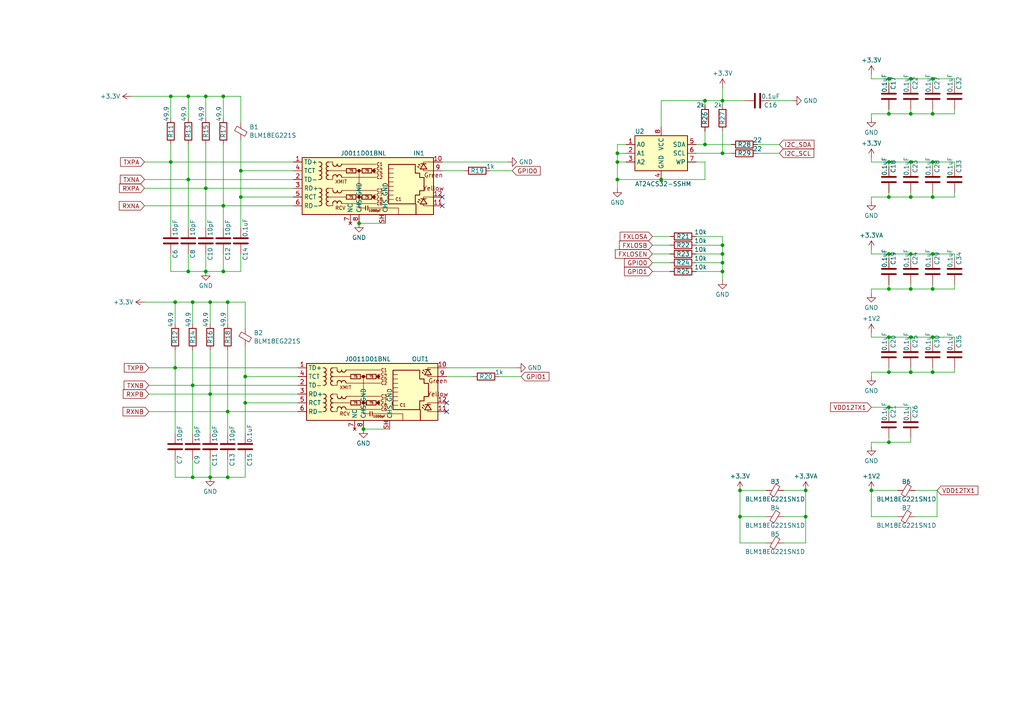
<source format=kicad_sch>
(kicad_sch
	(version 20231120)
	(generator "eeschema")
	(generator_version "8.0")
	(uuid "44502797-95d0-4488-8494-8214d539b93c")
	(paper "A4")
	(lib_symbols
		(symbol "Device:C"
			(pin_numbers hide)
			(pin_names
				(offset 0.254)
			)
			(exclude_from_sim no)
			(in_bom yes)
			(on_board yes)
			(property "Reference" "C"
				(at 0.635 2.54 0)
				(effects
					(font
						(size 1.27 1.27)
					)
					(justify left)
				)
			)
			(property "Value" "C"
				(at 0.635 -2.54 0)
				(effects
					(font
						(size 1.27 1.27)
					)
					(justify left)
				)
			)
			(property "Footprint" ""
				(at 0.9652 -3.81 0)
				(effects
					(font
						(size 1.27 1.27)
					)
					(hide yes)
				)
			)
			(property "Datasheet" "~"
				(at 0 0 0)
				(effects
					(font
						(size 1.27 1.27)
					)
					(hide yes)
				)
			)
			(property "Description" "Unpolarized capacitor"
				(at 0 0 0)
				(effects
					(font
						(size 1.27 1.27)
					)
					(hide yes)
				)
			)
			(property "ki_keywords" "cap capacitor"
				(at 0 0 0)
				(effects
					(font
						(size 1.27 1.27)
					)
					(hide yes)
				)
			)
			(property "ki_fp_filters" "C_*"
				(at 0 0 0)
				(effects
					(font
						(size 1.27 1.27)
					)
					(hide yes)
				)
			)
			(symbol "C_0_1"
				(polyline
					(pts
						(xy -2.032 -0.762) (xy 2.032 -0.762)
					)
					(stroke
						(width 0.508)
						(type default)
					)
					(fill
						(type none)
					)
				)
				(polyline
					(pts
						(xy -2.032 0.762) (xy 2.032 0.762)
					)
					(stroke
						(width 0.508)
						(type default)
					)
					(fill
						(type none)
					)
				)
			)
			(symbol "C_1_1"
				(pin passive line
					(at 0 3.81 270)
					(length 2.794)
					(name "~"
						(effects
							(font
								(size 1.27 1.27)
							)
						)
					)
					(number "1"
						(effects
							(font
								(size 1.27 1.27)
							)
						)
					)
				)
				(pin passive line
					(at 0 -3.81 90)
					(length 2.794)
					(name "~"
						(effects
							(font
								(size 1.27 1.27)
							)
						)
					)
					(number "2"
						(effects
							(font
								(size 1.27 1.27)
							)
						)
					)
				)
			)
		)
		(symbol "Device:FerriteBead_Small"
			(pin_numbers hide)
			(pin_names
				(offset 0)
			)
			(exclude_from_sim no)
			(in_bom yes)
			(on_board yes)
			(property "Reference" "FB"
				(at 1.905 1.27 0)
				(effects
					(font
						(size 1.27 1.27)
					)
					(justify left)
				)
			)
			(property "Value" "FerriteBead_Small"
				(at 1.905 -1.27 0)
				(effects
					(font
						(size 1.27 1.27)
					)
					(justify left)
				)
			)
			(property "Footprint" ""
				(at -1.778 0 90)
				(effects
					(font
						(size 1.27 1.27)
					)
					(hide yes)
				)
			)
			(property "Datasheet" "~"
				(at 0 0 0)
				(effects
					(font
						(size 1.27 1.27)
					)
					(hide yes)
				)
			)
			(property "Description" "Ferrite bead, small symbol"
				(at 0 0 0)
				(effects
					(font
						(size 1.27 1.27)
					)
					(hide yes)
				)
			)
			(property "ki_keywords" "L ferrite bead inductor filter"
				(at 0 0 0)
				(effects
					(font
						(size 1.27 1.27)
					)
					(hide yes)
				)
			)
			(property "ki_fp_filters" "Inductor_* L_* *Ferrite*"
				(at 0 0 0)
				(effects
					(font
						(size 1.27 1.27)
					)
					(hide yes)
				)
			)
			(symbol "FerriteBead_Small_0_1"
				(polyline
					(pts
						(xy 0 -1.27) (xy 0 -0.7874)
					)
					(stroke
						(width 0)
						(type default)
					)
					(fill
						(type none)
					)
				)
				(polyline
					(pts
						(xy 0 0.889) (xy 0 1.2954)
					)
					(stroke
						(width 0)
						(type default)
					)
					(fill
						(type none)
					)
				)
				(polyline
					(pts
						(xy -1.8288 0.2794) (xy -1.1176 1.4986) (xy 1.8288 -0.2032) (xy 1.1176 -1.4224) (xy -1.8288 0.2794)
					)
					(stroke
						(width 0)
						(type default)
					)
					(fill
						(type none)
					)
				)
			)
			(symbol "FerriteBead_Small_1_1"
				(pin passive line
					(at 0 2.54 270)
					(length 1.27)
					(name "~"
						(effects
							(font
								(size 1.27 1.27)
							)
						)
					)
					(number "1"
						(effects
							(font
								(size 1.27 1.27)
							)
						)
					)
				)
				(pin passive line
					(at 0 -2.54 90)
					(length 1.27)
					(name "~"
						(effects
							(font
								(size 1.27 1.27)
							)
						)
					)
					(number "2"
						(effects
							(font
								(size 1.27 1.27)
							)
						)
					)
				)
			)
		)
		(symbol "Device:R"
			(pin_numbers hide)
			(pin_names
				(offset 0)
			)
			(exclude_from_sim no)
			(in_bom yes)
			(on_board yes)
			(property "Reference" "R"
				(at 2.032 0 90)
				(effects
					(font
						(size 1.27 1.27)
					)
				)
			)
			(property "Value" "R"
				(at 0 0 90)
				(effects
					(font
						(size 1.27 1.27)
					)
				)
			)
			(property "Footprint" ""
				(at -1.778 0 90)
				(effects
					(font
						(size 1.27 1.27)
					)
					(hide yes)
				)
			)
			(property "Datasheet" "~"
				(at 0 0 0)
				(effects
					(font
						(size 1.27 1.27)
					)
					(hide yes)
				)
			)
			(property "Description" "Resistor"
				(at 0 0 0)
				(effects
					(font
						(size 1.27 1.27)
					)
					(hide yes)
				)
			)
			(property "ki_keywords" "R res resistor"
				(at 0 0 0)
				(effects
					(font
						(size 1.27 1.27)
					)
					(hide yes)
				)
			)
			(property "ki_fp_filters" "R_*"
				(at 0 0 0)
				(effects
					(font
						(size 1.27 1.27)
					)
					(hide yes)
				)
			)
			(symbol "R_0_1"
				(rectangle
					(start -1.016 -2.54)
					(end 1.016 2.54)
					(stroke
						(width 0.254)
						(type default)
					)
					(fill
						(type none)
					)
				)
			)
			(symbol "R_1_1"
				(pin passive line
					(at 0 3.81 270)
					(length 1.27)
					(name "~"
						(effects
							(font
								(size 1.27 1.27)
							)
						)
					)
					(number "1"
						(effects
							(font
								(size 1.27 1.27)
							)
						)
					)
				)
				(pin passive line
					(at 0 -3.81 90)
					(length 1.27)
					(name "~"
						(effects
							(font
								(size 1.27 1.27)
							)
						)
					)
					(number "2"
						(effects
							(font
								(size 1.27 1.27)
							)
						)
					)
				)
			)
		)
		(symbol "HakansLibrary:J0011D01BNL"
			(exclude_from_sim no)
			(in_bom yes)
			(on_board yes)
			(property "Reference" "J"
				(at 17.78 10.16 0)
				(effects
					(font
						(size 1.27 1.27)
					)
					(justify right)
				)
			)
			(property "Value" "J0011D01BNL"
				(at 0 10.16 0)
				(effects
					(font
						(size 1.27 1.27)
					)
				)
			)
			(property "Footprint" ""
				(at 0 12.7 0)
				(effects
					(font
						(size 1.27 1.27)
					)
					(hide yes)
				)
			)
			(property "Datasheet" ""
				(at 0 16.51 0)
				(effects
					(font
						(size 1.27 1.27)
					)
					(justify top)
					(hide yes)
				)
			)
			(property "Description" "LAN Transformer Jack, RJ45, 10/100 BaseT"
				(at 0 0 0)
				(effects
					(font
						(size 1.27 1.27)
					)
					(hide yes)
				)
			)
			(property "ki_keywords" "lan jack socket transformer"
				(at 0 0 0)
				(effects
					(font
						(size 1.27 1.27)
					)
					(hide yes)
				)
			)
			(property "ki_fp_filters" "RJ45*Wuerth*7499010121A*"
				(at 0 0 0)
				(effects
					(font
						(size 1.27 1.27)
					)
					(hide yes)
				)
			)
			(symbol "J0011D01BNL_0_0"
				(circle
					(center -1.27 -2.54)
					(radius 0.0001)
					(stroke
						(width 0.508)
						(type default)
					)
					(fill
						(type none)
					)
				)
				(circle
					(center -1.27 5.08)
					(radius 0.0001)
					(stroke
						(width 0.508)
						(type default)
					)
					(fill
						(type none)
					)
				)
				(polyline
					(pts
						(xy -1.27 5.08) (xy -1.27 -5.715)
					)
					(stroke
						(width 0)
						(type default)
					)
					(fill
						(type none)
					)
				)
				(polyline
					(pts
						(xy 0.635 -5.08) (xy 0.635 -6.35)
					)
					(stroke
						(width 0.254)
						(type default)
					)
					(fill
						(type none)
					)
				)
				(polyline
					(pts
						(xy 1.27 -5.08) (xy 1.27 -6.35)
					)
					(stroke
						(width 0.254)
						(type default)
					)
					(fill
						(type none)
					)
				)
				(polyline
					(pts
						(xy 3.048 -2.54) (xy 2.54 -2.54)
					)
					(stroke
						(width 0)
						(type default)
					)
					(fill
						(type none)
					)
				)
				(polyline
					(pts
						(xy 3.048 5.08) (xy 2.54 5.08)
					)
					(stroke
						(width 0)
						(type default)
					)
					(fill
						(type none)
					)
				)
				(polyline
					(pts
						(xy 17.399 -3.175) (xy 17.399 -2.54) (xy 20.32 -2.54)
					)
					(stroke
						(width 0)
						(type default)
					)
					(fill
						(type none)
					)
				)
				(polyline
					(pts
						(xy 17.399 6.985) (xy 17.399 7.62) (xy 20.32 7.62)
					)
					(stroke
						(width 0)
						(type default)
					)
					(fill
						(type none)
					)
				)
				(polyline
					(pts
						(xy 20.32 -5.08) (xy 17.399 -5.08) (xy 17.399 -4.572)
					)
					(stroke
						(width 0)
						(type default)
					)
					(fill
						(type none)
					)
				)
				(polyline
					(pts
						(xy 20.32 5.08) (xy 17.399 5.08) (xy 17.399 5.588)
					)
					(stroke
						(width 0)
						(type default)
					)
					(fill
						(type none)
					)
				)
				(polyline
					(pts
						(xy 3.683 -1.905) (xy 3.048 -1.905) (xy 3.048 -3.175) (xy 3.683 -3.175)
					)
					(stroke
						(width 0)
						(type default)
					)
					(fill
						(type none)
					)
				)
				(polyline
					(pts
						(xy 3.683 5.715) (xy 3.048 5.715) (xy 3.048 4.445) (xy 3.683 4.445)
					)
					(stroke
						(width 0)
						(type default)
					)
					(fill
						(type none)
					)
				)
				(circle
					(center 3.048 -2.54)
					(radius 0.0001)
					(stroke
						(width 0.508)
						(type default)
					)
					(fill
						(type none)
					)
				)
				(circle
					(center 3.048 5.08)
					(radius 0.0001)
					(stroke
						(width 0.508)
						(type default)
					)
					(fill
						(type none)
					)
				)
				(text "C1"
					(at 4.699 6.985 0)
					(effects
						(font
							(size 0.889 0.889)
						)
					)
				)
				(text "C1"
					(at 10.16 -3.175 0)
					(effects
						(font
							(size 0.889 0.889)
						)
					)
				)
				(text "C2"
					(at 4.699 3.175 0)
					(effects
						(font
							(size 0.889 0.889)
						)
					)
				)
				(text "C3"
					(at 4.699 -0.635 0)
					(effects
						(font
							(size 0.889 0.889)
						)
					)
				)
				(text "C4"
					(at 4.699 5.715 0)
					(effects
						(font
							(size 0.889 0.889)
						)
					)
				)
				(text "C5"
					(at 4.699 4.445 0)
					(effects
						(font
							(size 0.889 0.889)
						)
					)
				)
				(text "C6"
					(at 4.699 -4.445 0)
					(effects
						(font
							(size 0.889 0.889)
						)
					)
				)
				(text "C7"
					(at 4.699 -1.905 0)
					(effects
						(font
							(size 0.889 0.889)
						)
					)
				)
				(text "C8"
					(at 4.699 -3.175 0)
					(effects
						(font
							(size 0.889 0.889)
						)
					)
				)
				(text "RCV"
					(at -8.255 -5.715 0)
					(effects
						(font
							(size 1.016 1.016)
						)
						(justify left)
					)
				)
				(text "XMIT"
					(at -8.255 1.905 0)
					(effects
						(font
							(size 1.016 1.016)
						)
						(justify left)
					)
				)
			)
			(symbol "J0011D01BNL_0_1"
				(rectangle
					(start -17.78 8.89)
					(end 20.32 -7.62)
					(stroke
						(width 0.254)
						(type default)
					)
					(fill
						(type background)
					)
				)
				(polyline
					(pts
						(xy -12.7 -5.08) (xy -13.081 -5.08)
					)
					(stroke
						(width 0)
						(type default)
					)
					(fill
						(type none)
					)
				)
				(polyline
					(pts
						(xy -12.7 -2.54) (xy -13.081 -2.54)
					)
					(stroke
						(width 0)
						(type default)
					)
					(fill
						(type none)
					)
				)
				(polyline
					(pts
						(xy -12.7 0) (xy -13.081 0)
					)
					(stroke
						(width 0)
						(type default)
					)
					(fill
						(type none)
					)
				)
				(polyline
					(pts
						(xy -12.7 2.54) (xy -13.081 2.54)
					)
					(stroke
						(width 0)
						(type default)
					)
					(fill
						(type none)
					)
				)
				(polyline
					(pts
						(xy -12.7 5.08) (xy -13.081 5.08)
					)
					(stroke
						(width 0)
						(type default)
					)
					(fill
						(type none)
					)
				)
				(polyline
					(pts
						(xy -12.7 7.62) (xy -13.081 7.62)
					)
					(stroke
						(width 0)
						(type default)
					)
					(fill
						(type none)
					)
				)
				(polyline
					(pts
						(xy -6.35 -4.445) (xy 3.683 -4.445)
					)
					(stroke
						(width 0)
						(type default)
					)
					(fill
						(type none)
					)
				)
				(polyline
					(pts
						(xy -6.35 3.175) (xy 3.683 3.175)
					)
					(stroke
						(width 0)
						(type default)
					)
					(fill
						(type none)
					)
				)
				(polyline
					(pts
						(xy -6.35 6.985) (xy 3.683 6.985)
					)
					(stroke
						(width 0)
						(type default)
					)
					(fill
						(type none)
					)
				)
				(polyline
					(pts
						(xy -6.223 -0.635) (xy 3.683 -0.635)
					)
					(stroke
						(width 0)
						(type default)
					)
					(fill
						(type none)
					)
				)
				(polyline
					(pts
						(xy -5.08 -2.54) (xy -10.16 -2.54)
					)
					(stroke
						(width 0)
						(type default)
					)
					(fill
						(type none)
					)
				)
				(polyline
					(pts
						(xy -4.953 5.08) (xy -10.16 5.08)
					)
					(stroke
						(width 0)
						(type default)
					)
					(fill
						(type none)
					)
				)
				(polyline
					(pts
						(xy -2.159 -2.54) (xy -0.381 -2.54)
					)
					(stroke
						(width 0)
						(type default)
					)
					(fill
						(type none)
					)
				)
				(polyline
					(pts
						(xy -2.159 5.08) (xy -0.381 5.08)
					)
					(stroke
						(width 0)
						(type default)
					)
					(fill
						(type none)
					)
				)
				(polyline
					(pts
						(xy 0.635 -5.715) (xy -1.27 -5.715)
					)
					(stroke
						(width 0)
						(type default)
					)
					(fill
						(type none)
					)
				)
				(polyline
					(pts
						(xy 7.4295 -1.9685) (xy 8.6995 -1.9685)
					)
					(stroke
						(width 0)
						(type default)
					)
					(fill
						(type none)
					)
				)
				(polyline
					(pts
						(xy 7.4295 -0.6985) (xy 8.6995 -0.6985)
					)
					(stroke
						(width 0)
						(type default)
					)
					(fill
						(type none)
					)
				)
				(polyline
					(pts
						(xy 7.4295 0.5715) (xy 8.6995 0.5715)
					)
					(stroke
						(width 0)
						(type default)
					)
					(fill
						(type none)
					)
				)
				(polyline
					(pts
						(xy 7.4295 1.8415) (xy 8.6995 1.8415)
					)
					(stroke
						(width 0)
						(type default)
					)
					(fill
						(type none)
					)
				)
				(polyline
					(pts
						(xy 7.4295 3.1115) (xy 8.6995 3.1115)
					)
					(stroke
						(width 0)
						(type default)
					)
					(fill
						(type none)
					)
				)
				(polyline
					(pts
						(xy 8.6995 -3.2385) (xy 7.4295 -3.2385)
					)
					(stroke
						(width 0)
						(type default)
					)
					(fill
						(type none)
					)
				)
				(polyline
					(pts
						(xy 8.6995 4.3815) (xy 7.4295 4.3815)
					)
					(stroke
						(width 0)
						(type default)
					)
					(fill
						(type none)
					)
				)
				(polyline
					(pts
						(xy 8.6995 5.6515) (xy 7.4295 5.6515)
					)
					(stroke
						(width 0)
						(type default)
					)
					(fill
						(type none)
					)
				)
				(polyline
					(pts
						(xy 10.16 -5.715) (xy 1.27 -5.715)
					)
					(stroke
						(width 0)
						(type default)
					)
					(fill
						(type none)
					)
				)
				(polyline
					(pts
						(xy 10.16 -5.715) (xy 10.16 -7.62)
					)
					(stroke
						(width 0)
						(type default)
					)
					(fill
						(type none)
					)
				)
				(polyline
					(pts
						(xy -10.16 0) (xy -8.89 0) (xy -8.89 -0.635)
					)
					(stroke
						(width 0)
						(type default)
					)
					(fill
						(type none)
					)
				)
				(polyline
					(pts
						(xy -10.16 7.62) (xy -8.89 7.62) (xy -8.89 6.985)
					)
					(stroke
						(width 0)
						(type default)
					)
					(fill
						(type none)
					)
				)
				(polyline
					(pts
						(xy -8.89 -4.445) (xy -8.89 -5.08) (xy -10.16 -5.08)
					)
					(stroke
						(width 0)
						(type default)
					)
					(fill
						(type none)
					)
				)
				(polyline
					(pts
						(xy -8.89 3.175) (xy -8.89 2.54) (xy -10.16 2.54)
					)
					(stroke
						(width 0)
						(type default)
					)
					(fill
						(type none)
					)
				)
			)
			(symbol "J0011D01BNL_1_0"
				(text "1000pF"
					(at 3.302 -6.477 0)
					(effects
						(font
							(size 0.635 0.635)
						)
					)
				)
			)
			(symbol "J0011D01BNL_1_1"
				(arc
					(start -12.7 -1.27)
					(mid -12.0677 -0.635)
					(end -12.7 0)
					(stroke
						(width 0.254)
						(type default)
					)
					(fill
						(type none)
					)
				)
				(arc
					(start -12.6973 -5.08)
					(mid -12.065 -4.445)
					(end -12.6973 -3.81)
					(stroke
						(width 0.254)
						(type default)
					)
					(fill
						(type none)
					)
				)
				(arc
					(start -12.6973 -3.81)
					(mid -12.065 -3.175)
					(end -12.6973 -2.54)
					(stroke
						(width 0.254)
						(type default)
					)
					(fill
						(type none)
					)
				)
				(arc
					(start -12.6973 -2.54)
					(mid -12.065 -1.905)
					(end -12.6973 -1.27)
					(stroke
						(width 0.254)
						(type default)
					)
					(fill
						(type none)
					)
				)
				(arc
					(start -12.6973 6.35)
					(mid -12.065 6.985)
					(end -12.6973 7.62)
					(stroke
						(width 0.254)
						(type default)
					)
					(fill
						(type none)
					)
				)
				(arc
					(start -12.6946 2.54)
					(mid -12.0623 3.175)
					(end -12.6946 3.81)
					(stroke
						(width 0.254)
						(type default)
					)
					(fill
						(type none)
					)
				)
				(arc
					(start -12.6946 3.81)
					(mid -12.0623 4.445)
					(end -12.6946 5.08)
					(stroke
						(width 0.254)
						(type default)
					)
					(fill
						(type none)
					)
				)
				(arc
					(start -12.6946 5.08)
					(mid -12.0623 5.715)
					(end -12.6946 6.35)
					(stroke
						(width 0.254)
						(type default)
					)
					(fill
						(type none)
					)
				)
				(arc
					(start -10.1654 -2.54)
					(mid -10.7977 -3.175)
					(end -10.1654 -3.81)
					(stroke
						(width 0.254)
						(type default)
					)
					(fill
						(type none)
					)
				)
				(arc
					(start -10.1654 -1.27)
					(mid -10.7977 -1.905)
					(end -10.1654 -2.54)
					(stroke
						(width 0.254)
						(type default)
					)
					(fill
						(type none)
					)
				)
				(arc
					(start -10.1654 0)
					(mid -10.7977 -0.635)
					(end -10.1654 -1.27)
					(stroke
						(width 0.254)
						(type default)
					)
					(fill
						(type none)
					)
				)
				(arc
					(start -10.1654 5.08)
					(mid -10.7977 4.445)
					(end -10.1654 3.81)
					(stroke
						(width 0.254)
						(type default)
					)
					(fill
						(type none)
					)
				)
				(arc
					(start -10.1654 6.35)
					(mid -10.7977 5.715)
					(end -10.1654 5.08)
					(stroke
						(width 0.254)
						(type default)
					)
					(fill
						(type none)
					)
				)
				(arc
					(start -10.1654 7.62)
					(mid -10.7977 6.985)
					(end -10.1654 6.35)
					(stroke
						(width 0.254)
						(type default)
					)
					(fill
						(type none)
					)
				)
				(arc
					(start -10.1627 -3.81)
					(mid -10.795 -4.445)
					(end -10.1627 -5.08)
					(stroke
						(width 0.254)
						(type default)
					)
					(fill
						(type none)
					)
				)
				(arc
					(start -10.1627 3.81)
					(mid -10.795 3.175)
					(end -10.1627 2.54)
					(stroke
						(width 0.254)
						(type default)
					)
					(fill
						(type none)
					)
				)
				(arc
					(start -8.89 6.9823)
					(mid -8.255 6.35)
					(end -7.62 6.9823)
					(stroke
						(width 0.254)
						(type default)
					)
					(fill
						(type none)
					)
				)
				(arc
					(start -8.8265 -0.7012)
					(mid -8.1915 -1.3335)
					(end -7.5565 -0.7012)
					(stroke
						(width 0.254)
						(type default)
					)
					(fill
						(type none)
					)
				)
				(arc
					(start -7.62 -4.3153)
					(mid -8.255 -3.683)
					(end -8.89 -4.3153)
					(stroke
						(width 0.254)
						(type default)
					)
					(fill
						(type none)
					)
				)
				(arc
					(start -7.62 3.3047)
					(mid -8.255 3.937)
					(end -8.89 3.3047)
					(stroke
						(width 0.254)
						(type default)
					)
					(fill
						(type none)
					)
				)
				(arc
					(start -7.62 6.985)
					(mid -6.985 6.3527)
					(end -6.35 6.985)
					(stroke
						(width 0.254)
						(type default)
					)
					(fill
						(type none)
					)
				)
				(arc
					(start -7.5565 -0.6985)
					(mid -6.9215 -1.3308)
					(end -6.2865 -0.6985)
					(stroke
						(width 0.254)
						(type default)
					)
					(fill
						(type none)
					)
				)
				(arc
					(start -6.35 -4.3126)
					(mid -6.985 -3.6803)
					(end -7.62 -4.3126)
					(stroke
						(width 0.254)
						(type default)
					)
					(fill
						(type none)
					)
				)
				(arc
					(start -6.35 3.3074)
					(mid -6.985 3.9397)
					(end -7.62 3.3074)
					(stroke
						(width 0.254)
						(type default)
					)
					(fill
						(type none)
					)
				)
				(rectangle
					(start -4.953 -1.905)
					(end -2.159 -3.175)
					(stroke
						(width 0.254)
						(type default)
					)
					(fill
						(type none)
					)
				)
				(rectangle
					(start -4.953 5.715)
					(end -2.159 4.445)
					(stroke
						(width 0.254)
						(type default)
					)
					(fill
						(type none)
					)
				)
				(rectangle
					(start -0.381 -1.905)
					(end 2.413 -3.175)
					(stroke
						(width 0.254)
						(type default)
					)
					(fill
						(type none)
					)
				)
				(rectangle
					(start -0.381 5.715)
					(end 2.413 4.445)
					(stroke
						(width 0.254)
						(type default)
					)
					(fill
						(type none)
					)
				)
				(polyline
					(pts
						(xy 15.24 -7.62) (xy 15.24 -4.572)
					)
					(stroke
						(width 0.254)
						(type default)
					)
					(fill
						(type none)
					)
				)
				(polyline
					(pts
						(xy 15.748 -3.81) (xy 15.748 -4.064)
					)
					(stroke
						(width 0)
						(type default)
					)
					(fill
						(type none)
					)
				)
				(polyline
					(pts
						(xy 15.748 6.35) (xy 15.748 6.096)
					)
					(stroke
						(width 0)
						(type default)
					)
					(fill
						(type none)
					)
				)
				(polyline
					(pts
						(xy 16.002 -3.175) (xy 16.002 -3.429)
					)
					(stroke
						(width 0)
						(type default)
					)
					(fill
						(type none)
					)
				)
				(polyline
					(pts
						(xy 16.002 6.985) (xy 16.002 6.731)
					)
					(stroke
						(width 0)
						(type default)
					)
					(fill
						(type none)
					)
				)
				(polyline
					(pts
						(xy 16.637 -3.048) (xy 18.161 -3.048)
					)
					(stroke
						(width 0.254)
						(type default)
					)
					(fill
						(type none)
					)
				)
				(polyline
					(pts
						(xy 16.637 7.112) (xy 18.161 7.112)
					)
					(stroke
						(width 0.254)
						(type default)
					)
					(fill
						(type none)
					)
				)
				(polyline
					(pts
						(xy 16.256 -4.318) (xy 15.748 -3.81) (xy 16.002 -3.81)
					)
					(stroke
						(width 0)
						(type default)
					)
					(fill
						(type none)
					)
				)
				(polyline
					(pts
						(xy 16.256 5.842) (xy 15.748 6.35) (xy 16.002 6.35)
					)
					(stroke
						(width 0)
						(type default)
					)
					(fill
						(type none)
					)
				)
				(polyline
					(pts
						(xy 16.51 -3.683) (xy 16.002 -3.175) (xy 16.256 -3.175)
					)
					(stroke
						(width 0)
						(type default)
					)
					(fill
						(type none)
					)
				)
				(polyline
					(pts
						(xy 16.51 6.477) (xy 16.002 6.985) (xy 16.256 6.985)
					)
					(stroke
						(width 0)
						(type default)
					)
					(fill
						(type none)
					)
				)
				(polyline
					(pts
						(xy 16.51 -4.572) (xy 18.415 -4.572) (xy 17.399 -3.048) (xy 16.51 -4.572)
					)
					(stroke
						(width 0.254)
						(type default)
					)
					(fill
						(type none)
					)
				)
				(polyline
					(pts
						(xy 16.51 5.588) (xy 18.415 5.588) (xy 17.399 7.112) (xy 16.51 5.588)
					)
					(stroke
						(width 0.254)
						(type default)
					)
					(fill
						(type none)
					)
				)
				(polyline
					(pts
						(xy 7.3025 -4.5085) (xy 7.3025 6.9215) (xy 15.0495 6.9215) (xy 15.0495 4.3815) (xy 16.3195 4.3815)
						(xy 16.3195 3.1115) (xy 17.5895 3.1115) (xy 17.5895 -0.6985) (xy 16.3195 -0.6985) (xy 16.3195 -1.9685)
						(xy 15.0495 -1.9685) (xy 15.0495 -4.5085) (xy 7.3025 -4.5085)
					)
					(stroke
						(width 0.254)
						(type default)
					)
					(fill
						(type none)
					)
				)
				(text "75"
					(at -3.556 -2.54 0)
					(effects
						(font
							(size 0.635 0.635)
						)
					)
				)
				(text "75"
					(at -3.556 5.08 0)
					(effects
						(font
							(size 0.635 0.635)
						)
					)
				)
				(text "75"
					(at 1.016 -2.54 0)
					(effects
						(font
							(size 0.635 0.635)
						)
					)
				)
				(text "75"
					(at 1.016 5.08 0)
					(effects
						(font
							(size 0.635 0.635)
						)
					)
				)
				(text "Green"
					(at 20.32 3.81 0)
					(effects
						(font
							(size 1.27 1.27)
						)
					)
				)
				(text "Yellow"
					(at 20.32 0 0)
					(effects
						(font
							(size 1.27 1.27)
						)
					)
				)
				(pin passive line
					(at -20.32 7.62 0)
					(length 2.54)
					(name "TD+"
						(effects
							(font
								(size 1.27 1.27)
							)
						)
					)
					(number "1"
						(effects
							(font
								(size 1.27 1.27)
							)
						)
					)
				)
				(pin passive line
					(at 22.86 7.62 180)
					(length 2.54)
					(name ""
						(effects
							(font
								(size 1.27 1.27)
							)
						)
					)
					(number "10"
						(effects
							(font
								(size 1.27 1.27)
							)
						)
					)
				)
				(pin passive line
					(at 22.86 -5.08 180)
					(length 2.54)
					(name ""
						(effects
							(font
								(size 1.27 1.27)
							)
						)
					)
					(number "11"
						(effects
							(font
								(size 1.27 1.27)
							)
						)
					)
				)
				(pin passive line
					(at 22.86 -2.54 180)
					(length 2.54)
					(name ""
						(effects
							(font
								(size 1.27 1.27)
							)
						)
					)
					(number "12"
						(effects
							(font
								(size 1.27 1.27)
							)
						)
					)
				)
				(pin passive line
					(at -20.32 2.54 0)
					(length 2.54)
					(name "TD-"
						(effects
							(font
								(size 1.27 1.27)
							)
						)
					)
					(number "2"
						(effects
							(font
								(size 1.27 1.27)
							)
						)
					)
				)
				(pin passive line
					(at -20.32 0 0)
					(length 2.54)
					(name "RD+"
						(effects
							(font
								(size 1.27 1.27)
							)
						)
					)
					(number "3"
						(effects
							(font
								(size 1.27 1.27)
							)
						)
					)
				)
				(pin passive line
					(at -20.32 5.08 0)
					(length 2.54)
					(name "TCT"
						(effects
							(font
								(size 1.27 1.27)
							)
						)
					)
					(number "4"
						(effects
							(font
								(size 1.27 1.27)
							)
						)
					)
				)
				(pin passive line
					(at -20.32 -2.54 0)
					(length 2.54)
					(name "RCT"
						(effects
							(font
								(size 1.27 1.27)
							)
						)
					)
					(number "5"
						(effects
							(font
								(size 1.27 1.27)
							)
						)
					)
				)
				(pin passive line
					(at -20.32 -5.08 0)
					(length 2.54)
					(name "RD-"
						(effects
							(font
								(size 1.27 1.27)
							)
						)
					)
					(number "6"
						(effects
							(font
								(size 1.27 1.27)
							)
						)
					)
				)
				(pin no_connect line
					(at -3.81 -10.16 90)
					(length 2.54)
					(name "NC"
						(effects
							(font
								(size 1.27 1.27)
							)
						)
					)
					(number "7"
						(effects
							(font
								(size 1.27 1.27)
							)
						)
					)
				)
				(pin no_connect line
					(at 20.32 0 0)
					(length 0) hide
					(name "NC"
						(effects
							(font
								(size 1.27 1.27)
							)
						)
					)
					(number "7"
						(effects
							(font
								(size 1.27 1.27)
							)
						)
					)
				)
				(pin power_in line
					(at -1.27 -10.16 90)
					(length 2.54)
					(name "CHS_GND"
						(effects
							(font
								(size 1.27 1.27)
							)
						)
					)
					(number "8"
						(effects
							(font
								(size 1.27 1.27)
							)
						)
					)
				)
				(pin passive line
					(at 22.86 5.08 180)
					(length 2.54)
					(name ""
						(effects
							(font
								(size 1.27 1.27)
							)
						)
					)
					(number "9"
						(effects
							(font
								(size 1.27 1.27)
							)
						)
					)
				)
				(pin power_in line
					(at 6.35 -10.16 90)
					(length 2.54)
					(name "CHS_GND"
						(effects
							(font
								(size 1.27 1.27)
							)
						)
					)
					(number "SH"
						(effects
							(font
								(size 1.27 1.27)
							)
						)
					)
				)
			)
		)
		(symbol "Memory_EEPROM:AT24CS32-SSHM"
			(exclude_from_sim no)
			(in_bom yes)
			(on_board yes)
			(property "Reference" "U"
				(at -7.62 6.35 0)
				(effects
					(font
						(size 1.27 1.27)
					)
				)
			)
			(property "Value" "AT24CS32-SSHM"
				(at 2.54 -6.35 0)
				(effects
					(font
						(size 1.27 1.27)
					)
					(justify left)
				)
			)
			(property "Footprint" "Package_SO:SOIC-8_3.9x4.9mm_P1.27mm"
				(at 0 0 0)
				(effects
					(font
						(size 1.27 1.27)
					)
					(hide yes)
				)
			)
			(property "Datasheet" "http://ww1.microchip.com/downloads/en/DeviceDoc/Atmel-8869-SEEPROM-AT24CS32-Datasheet.pdf"
				(at 0 0 0)
				(effects
					(font
						(size 1.27 1.27)
					)
					(hide yes)
				)
			)
			(property "Description" "I2C Serial EEPROM, 32Kb (4096x8) with Unique Serial Number, SO8"
				(at 0 0 0)
				(effects
					(font
						(size 1.27 1.27)
					)
					(hide yes)
				)
			)
			(property "ki_keywords" "I2C Serial EEPROM Nonvolatile Memory"
				(at 0 0 0)
				(effects
					(font
						(size 1.27 1.27)
					)
					(hide yes)
				)
			)
			(property "ki_fp_filters" "SOIC*3.9x4.9mm*P1.27mm*"
				(at 0 0 0)
				(effects
					(font
						(size 1.27 1.27)
					)
					(hide yes)
				)
			)
			(symbol "AT24CS32-SSHM_1_1"
				(rectangle
					(start -7.62 5.08)
					(end 7.62 -5.08)
					(stroke
						(width 0.254)
						(type default)
					)
					(fill
						(type background)
					)
				)
				(pin input line
					(at -10.16 2.54 0)
					(length 2.54)
					(name "A0"
						(effects
							(font
								(size 1.27 1.27)
							)
						)
					)
					(number "1"
						(effects
							(font
								(size 1.27 1.27)
							)
						)
					)
				)
				(pin input line
					(at -10.16 0 0)
					(length 2.54)
					(name "A1"
						(effects
							(font
								(size 1.27 1.27)
							)
						)
					)
					(number "2"
						(effects
							(font
								(size 1.27 1.27)
							)
						)
					)
				)
				(pin input line
					(at -10.16 -2.54 0)
					(length 2.54)
					(name "A2"
						(effects
							(font
								(size 1.27 1.27)
							)
						)
					)
					(number "3"
						(effects
							(font
								(size 1.27 1.27)
							)
						)
					)
				)
				(pin power_in line
					(at 0 -7.62 90)
					(length 2.54)
					(name "GND"
						(effects
							(font
								(size 1.27 1.27)
							)
						)
					)
					(number "4"
						(effects
							(font
								(size 1.27 1.27)
							)
						)
					)
				)
				(pin bidirectional line
					(at 10.16 2.54 180)
					(length 2.54)
					(name "SDA"
						(effects
							(font
								(size 1.27 1.27)
							)
						)
					)
					(number "5"
						(effects
							(font
								(size 1.27 1.27)
							)
						)
					)
				)
				(pin input line
					(at 10.16 0 180)
					(length 2.54)
					(name "SCL"
						(effects
							(font
								(size 1.27 1.27)
							)
						)
					)
					(number "6"
						(effects
							(font
								(size 1.27 1.27)
							)
						)
					)
				)
				(pin input line
					(at 10.16 -2.54 180)
					(length 2.54)
					(name "WP"
						(effects
							(font
								(size 1.27 1.27)
							)
						)
					)
					(number "7"
						(effects
							(font
								(size 1.27 1.27)
							)
						)
					)
				)
				(pin power_in line
					(at 0 7.62 270)
					(length 2.54)
					(name "VCC"
						(effects
							(font
								(size 1.27 1.27)
							)
						)
					)
					(number "8"
						(effects
							(font
								(size 1.27 1.27)
							)
						)
					)
				)
			)
		)
		(symbol "power:+1V2"
			(power)
			(pin_names
				(offset 0)
			)
			(exclude_from_sim no)
			(in_bom yes)
			(on_board yes)
			(property "Reference" "#PWR"
				(at 0 -3.81 0)
				(effects
					(font
						(size 1.27 1.27)
					)
					(hide yes)
				)
			)
			(property "Value" "+1V2"
				(at 0 3.556 0)
				(effects
					(font
						(size 1.27 1.27)
					)
				)
			)
			(property "Footprint" ""
				(at 0 0 0)
				(effects
					(font
						(size 1.27 1.27)
					)
					(hide yes)
				)
			)
			(property "Datasheet" ""
				(at 0 0 0)
				(effects
					(font
						(size 1.27 1.27)
					)
					(hide yes)
				)
			)
			(property "Description" "Power symbol creates a global label with name \"+1V2\""
				(at 0 0 0)
				(effects
					(font
						(size 1.27 1.27)
					)
					(hide yes)
				)
			)
			(property "ki_keywords" "global power"
				(at 0 0 0)
				(effects
					(font
						(size 1.27 1.27)
					)
					(hide yes)
				)
			)
			(symbol "+1V2_0_1"
				(polyline
					(pts
						(xy -0.762 1.27) (xy 0 2.54)
					)
					(stroke
						(width 0)
						(type default)
					)
					(fill
						(type none)
					)
				)
				(polyline
					(pts
						(xy 0 0) (xy 0 2.54)
					)
					(stroke
						(width 0)
						(type default)
					)
					(fill
						(type none)
					)
				)
				(polyline
					(pts
						(xy 0 2.54) (xy 0.762 1.27)
					)
					(stroke
						(width 0)
						(type default)
					)
					(fill
						(type none)
					)
				)
			)
			(symbol "+1V2_1_1"
				(pin power_in line
					(at 0 0 90)
					(length 0) hide
					(name "+1V2"
						(effects
							(font
								(size 1.27 1.27)
							)
						)
					)
					(number "1"
						(effects
							(font
								(size 1.27 1.27)
							)
						)
					)
				)
			)
		)
		(symbol "power:+3.3V"
			(power)
			(pin_names
				(offset 0)
			)
			(exclude_from_sim no)
			(in_bom yes)
			(on_board yes)
			(property "Reference" "#PWR"
				(at 0 -3.81 0)
				(effects
					(font
						(size 1.27 1.27)
					)
					(hide yes)
				)
			)
			(property "Value" "+3.3V"
				(at 0 3.556 0)
				(effects
					(font
						(size 1.27 1.27)
					)
				)
			)
			(property "Footprint" ""
				(at 0 0 0)
				(effects
					(font
						(size 1.27 1.27)
					)
					(hide yes)
				)
			)
			(property "Datasheet" ""
				(at 0 0 0)
				(effects
					(font
						(size 1.27 1.27)
					)
					(hide yes)
				)
			)
			(property "Description" "Power symbol creates a global label with name \"+3.3V\""
				(at 0 0 0)
				(effects
					(font
						(size 1.27 1.27)
					)
					(hide yes)
				)
			)
			(property "ki_keywords" "global power"
				(at 0 0 0)
				(effects
					(font
						(size 1.27 1.27)
					)
					(hide yes)
				)
			)
			(symbol "+3.3V_0_1"
				(polyline
					(pts
						(xy -0.762 1.27) (xy 0 2.54)
					)
					(stroke
						(width 0)
						(type default)
					)
					(fill
						(type none)
					)
				)
				(polyline
					(pts
						(xy 0 0) (xy 0 2.54)
					)
					(stroke
						(width 0)
						(type default)
					)
					(fill
						(type none)
					)
				)
				(polyline
					(pts
						(xy 0 2.54) (xy 0.762 1.27)
					)
					(stroke
						(width 0)
						(type default)
					)
					(fill
						(type none)
					)
				)
			)
			(symbol "+3.3V_1_1"
				(pin power_in line
					(at 0 0 90)
					(length 0) hide
					(name "+3.3V"
						(effects
							(font
								(size 1.27 1.27)
							)
						)
					)
					(number "1"
						(effects
							(font
								(size 1.27 1.27)
							)
						)
					)
				)
			)
		)
		(symbol "power:+3.3VA"
			(power)
			(pin_names
				(offset 0)
			)
			(exclude_from_sim no)
			(in_bom yes)
			(on_board yes)
			(property "Reference" "#PWR"
				(at 0 -3.81 0)
				(effects
					(font
						(size 1.27 1.27)
					)
					(hide yes)
				)
			)
			(property "Value" "+3.3VA"
				(at 0 3.556 0)
				(effects
					(font
						(size 1.27 1.27)
					)
				)
			)
			(property "Footprint" ""
				(at 0 0 0)
				(effects
					(font
						(size 1.27 1.27)
					)
					(hide yes)
				)
			)
			(property "Datasheet" ""
				(at 0 0 0)
				(effects
					(font
						(size 1.27 1.27)
					)
					(hide yes)
				)
			)
			(property "Description" "Power symbol creates a global label with name \"+3.3VA\""
				(at 0 0 0)
				(effects
					(font
						(size 1.27 1.27)
					)
					(hide yes)
				)
			)
			(property "ki_keywords" "global power"
				(at 0 0 0)
				(effects
					(font
						(size 1.27 1.27)
					)
					(hide yes)
				)
			)
			(symbol "+3.3VA_0_1"
				(polyline
					(pts
						(xy -0.762 1.27) (xy 0 2.54)
					)
					(stroke
						(width 0)
						(type default)
					)
					(fill
						(type none)
					)
				)
				(polyline
					(pts
						(xy 0 0) (xy 0 2.54)
					)
					(stroke
						(width 0)
						(type default)
					)
					(fill
						(type none)
					)
				)
				(polyline
					(pts
						(xy 0 2.54) (xy 0.762 1.27)
					)
					(stroke
						(width 0)
						(type default)
					)
					(fill
						(type none)
					)
				)
			)
			(symbol "+3.3VA_1_1"
				(pin power_in line
					(at 0 0 90)
					(length 0) hide
					(name "+3.3VA"
						(effects
							(font
								(size 1.27 1.27)
							)
						)
					)
					(number "1"
						(effects
							(font
								(size 1.27 1.27)
							)
						)
					)
				)
			)
		)
		(symbol "power:GND"
			(power)
			(pin_names
				(offset 0)
			)
			(exclude_from_sim no)
			(in_bom yes)
			(on_board yes)
			(property "Reference" "#PWR"
				(at 0 -6.35 0)
				(effects
					(font
						(size 1.27 1.27)
					)
					(hide yes)
				)
			)
			(property "Value" "GND"
				(at 0 -3.81 0)
				(effects
					(font
						(size 1.27 1.27)
					)
				)
			)
			(property "Footprint" ""
				(at 0 0 0)
				(effects
					(font
						(size 1.27 1.27)
					)
					(hide yes)
				)
			)
			(property "Datasheet" ""
				(at 0 0 0)
				(effects
					(font
						(size 1.27 1.27)
					)
					(hide yes)
				)
			)
			(property "Description" "Power symbol creates a global label with name \"GND\" , ground"
				(at 0 0 0)
				(effects
					(font
						(size 1.27 1.27)
					)
					(hide yes)
				)
			)
			(property "ki_keywords" "global power"
				(at 0 0 0)
				(effects
					(font
						(size 1.27 1.27)
					)
					(hide yes)
				)
			)
			(symbol "GND_0_1"
				(polyline
					(pts
						(xy 0 0) (xy 0 -1.27) (xy 1.27 -1.27) (xy 0 -2.54) (xy -1.27 -1.27) (xy 0 -1.27)
					)
					(stroke
						(width 0)
						(type default)
					)
					(fill
						(type none)
					)
				)
			)
			(symbol "GND_1_1"
				(pin power_in line
					(at 0 0 270)
					(length 0) hide
					(name "GND"
						(effects
							(font
								(size 1.27 1.27)
							)
						)
					)
					(number "1"
						(effects
							(font
								(size 1.27 1.27)
							)
						)
					)
				)
			)
		)
	)
	(junction
		(at 179.07 52.07)
		(diameter 0)
		(color 0 0 0 0)
		(uuid "02359a45-d280-4278-b595-8150e4614b76")
	)
	(junction
		(at 71.12 109.22)
		(diameter 0)
		(color 0 0 0 0)
		(uuid "04ad02f9-ee5d-4d83-be42-5e1d2554aa33")
	)
	(junction
		(at 270.51 83.82)
		(diameter 0)
		(color 0 0 0 0)
		(uuid "082608ac-3dcb-4191-b69d-792374d838e8")
	)
	(junction
		(at 66.04 87.63)
		(diameter 0)
		(color 0 0 0 0)
		(uuid "09829df9-b429-426d-98e9-76c322cb804f")
	)
	(junction
		(at 59.69 27.94)
		(diameter 0)
		(color 0 0 0 0)
		(uuid "0cc0bbe9-24b0-4ef2-b98c-acc8e295b8c1")
	)
	(junction
		(at 257.81 33.02)
		(diameter 0)
		(color 0 0 0 0)
		(uuid "16f160f7-9f2a-49eb-b64b-4e1bda6c76a0")
	)
	(junction
		(at 233.68 142.24)
		(diameter 0)
		(color 0 0 0 0)
		(uuid "1a3dc34d-c751-40a7-b74d-b6b1ffd7fe3f")
	)
	(junction
		(at 264.16 33.02)
		(diameter 0)
		(color 0 0 0 0)
		(uuid "1b5ae384-477a-4df7-8d26-52750c6bde75")
	)
	(junction
		(at 233.68 149.86)
		(diameter 0)
		(color 0 0 0 0)
		(uuid "2214dfd9-3f67-4c62-9260-a30b6b458351")
	)
	(junction
		(at 54.61 52.07)
		(diameter 0)
		(color 0 0 0 0)
		(uuid "266d5b6a-b5c5-4abc-b8d2-9331475730b6")
	)
	(junction
		(at 257.81 107.95)
		(diameter 0)
		(color 0 0 0 0)
		(uuid "26bd2564-ef3a-4d8d-86e4-e708d92b6068")
	)
	(junction
		(at 209.55 78.74)
		(diameter 0)
		(color 0 0 0 0)
		(uuid "28cedfd9-11b8-4bb4-b56a-39b67ee2102f")
	)
	(junction
		(at 179.07 44.45)
		(diameter 0)
		(color 0 0 0 0)
		(uuid "28f6062a-cbc7-4302-8115-49a2de18d093")
	)
	(junction
		(at 71.12 116.84)
		(diameter 0)
		(color 0 0 0 0)
		(uuid "2ab8af70-5a99-488c-94ec-9abf980e00a7")
	)
	(junction
		(at 270.51 33.02)
		(diameter 0)
		(color 0 0 0 0)
		(uuid "2c6909bd-d1b8-409a-b3ea-decf49e0df60")
	)
	(junction
		(at 270.51 73.66)
		(diameter 0)
		(color 0 0 0 0)
		(uuid "2d23b0c4-866c-4eac-8108-9ab30a92b7aa")
	)
	(junction
		(at 204.47 41.91)
		(diameter 0)
		(color 0 0 0 0)
		(uuid "39941981-6f91-415f-8b38-caa391819c35")
	)
	(junction
		(at 54.61 78.74)
		(diameter 0)
		(color 0 0 0 0)
		(uuid "39f0c635-849b-4898-abe0-de2de1c13c3c")
	)
	(junction
		(at 252.73 142.24)
		(diameter 0)
		(color 0 0 0 0)
		(uuid "3bb8c096-2a44-464c-9b62-7f4653321433")
	)
	(junction
		(at 264.16 73.66)
		(diameter 0)
		(color 0 0 0 0)
		(uuid "3f9efd1c-efde-4f30-aeab-de6965257275")
	)
	(junction
		(at 209.55 29.21)
		(diameter 0)
		(color 0 0 0 0)
		(uuid "42a08367-5347-4dbc-be99-8a20c822509a")
	)
	(junction
		(at 64.77 59.69)
		(diameter 0)
		(color 0 0 0 0)
		(uuid "44e06539-65c9-4617-8d41-e9fa05551d21")
	)
	(junction
		(at 54.61 27.94)
		(diameter 0)
		(color 0 0 0 0)
		(uuid "49b9b3c9-24c7-4cc6-82eb-700b96baef2b")
	)
	(junction
		(at 270.51 107.95)
		(diameter 0)
		(color 0 0 0 0)
		(uuid "4cd1a64e-e061-42ae-ab8c-dade406fab7f")
	)
	(junction
		(at 270.51 97.79)
		(diameter 0)
		(color 0 0 0 0)
		(uuid "4d891fbb-1e8c-4ae4-91dd-bb5261ec8f6b")
	)
	(junction
		(at 209.55 76.2)
		(diameter 0)
		(color 0 0 0 0)
		(uuid "50572a70-3bc2-43f4-9417-17c964a255e5")
	)
	(junction
		(at 257.81 97.79)
		(diameter 0)
		(color 0 0 0 0)
		(uuid "5124e3ae-4b03-4ba8-bf44-82ef7d3fc585")
	)
	(junction
		(at 264.16 46.99)
		(diameter 0)
		(color 0 0 0 0)
		(uuid "53ad923b-5965-416b-b213-5f7c13190140")
	)
	(junction
		(at 214.63 149.86)
		(diameter 0)
		(color 0 0 0 0)
		(uuid "59621103-6343-40ac-aca0-bb26d5abc2c1")
	)
	(junction
		(at 60.96 114.3)
		(diameter 0)
		(color 0 0 0 0)
		(uuid "5b5ea108-0db3-4a3c-9844-fab3c708cbac")
	)
	(junction
		(at 257.81 118.11)
		(diameter 0)
		(color 0 0 0 0)
		(uuid "646cebd0-2439-423c-9f5e-43b913f98c52")
	)
	(junction
		(at 257.81 128.27)
		(diameter 0)
		(color 0 0 0 0)
		(uuid "66c60be5-b234-40d2-9ad3-b8f3e1c78280")
	)
	(junction
		(at 49.53 27.94)
		(diameter 0)
		(color 0 0 0 0)
		(uuid "6a304377-6dbf-44c7-8c6e-f24f57aacfc4")
	)
	(junction
		(at 50.8 106.68)
		(diameter 0)
		(color 0 0 0 0)
		(uuid "6f016c03-31a5-4849-990a-7b5103a677ed")
	)
	(junction
		(at 69.85 49.53)
		(diameter 0)
		(color 0 0 0 0)
		(uuid "6f483612-3c96-4597-b962-48979959f369")
	)
	(junction
		(at 204.47 29.21)
		(diameter 0)
		(color 0 0 0 0)
		(uuid "721077d3-cb97-40f2-beb1-34a468d7f7fa")
	)
	(junction
		(at 257.81 46.99)
		(diameter 0)
		(color 0 0 0 0)
		(uuid "77d108a8-19ee-47d6-b4d7-e8f49393c154")
	)
	(junction
		(at 264.16 57.15)
		(diameter 0)
		(color 0 0 0 0)
		(uuid "787c3f24-7ee7-4e57-b366-9d33c194c50d")
	)
	(junction
		(at 69.85 57.15)
		(diameter 0)
		(color 0 0 0 0)
		(uuid "7b05c181-5e33-4678-87ab-b95a94055432")
	)
	(junction
		(at 60.96 138.43)
		(diameter 0)
		(color 0 0 0 0)
		(uuid "7d2551c5-74bb-4790-b2f2-6a2c8172925d")
	)
	(junction
		(at 270.51 57.15)
		(diameter 0)
		(color 0 0 0 0)
		(uuid "80e31114-76bc-44cd-af41-9e25942946eb")
	)
	(junction
		(at 257.81 83.82)
		(diameter 0)
		(color 0 0 0 0)
		(uuid "8175c8c0-97ac-473e-9d08-39784e0d77c6")
	)
	(junction
		(at 270.51 22.86)
		(diameter 0)
		(color 0 0 0 0)
		(uuid "8184b8a8-5063-4099-8a47-b6ec9eb92555")
	)
	(junction
		(at 264.16 22.86)
		(diameter 0)
		(color 0 0 0 0)
		(uuid "845ac726-449c-4907-b0ad-a42fe48396df")
	)
	(junction
		(at 179.07 46.99)
		(diameter 0)
		(color 0 0 0 0)
		(uuid "8b4e715b-1f99-44fb-a71e-15660073d982")
	)
	(junction
		(at 55.88 87.63)
		(diameter 0)
		(color 0 0 0 0)
		(uuid "8ba1132d-3059-49cb-8a79-9b383e356e0a")
	)
	(junction
		(at 104.14 64.77)
		(diameter 0)
		(color 0 0 0 0)
		(uuid "8e191199-57cc-4b53-8221-7d3e7a1ad6ac")
	)
	(junction
		(at 264.16 83.82)
		(diameter 0)
		(color 0 0 0 0)
		(uuid "9212dfa5-3e1c-4444-97cf-7dc02fb984fc")
	)
	(junction
		(at 209.55 44.45)
		(diameter 0)
		(color 0 0 0 0)
		(uuid "9374e490-0f43-4a8a-b795-57db37884a5f")
	)
	(junction
		(at 66.04 138.43)
		(diameter 0)
		(color 0 0 0 0)
		(uuid "954d822f-b9d4-4561-acfc-bf6ba26e3c09")
	)
	(junction
		(at 55.88 111.76)
		(diameter 0)
		(color 0 0 0 0)
		(uuid "9933d23e-3ae4-481f-974e-a59835dac1e2")
	)
	(junction
		(at 59.69 78.74)
		(diameter 0)
		(color 0 0 0 0)
		(uuid "9bd97f96-61ea-4f2f-afa6-5cb3564694fa")
	)
	(junction
		(at 59.69 54.61)
		(diameter 0)
		(color 0 0 0 0)
		(uuid "9ea578fe-e95c-42b2-9a12-20aaa17ba4fb")
	)
	(junction
		(at 64.77 27.94)
		(diameter 0)
		(color 0 0 0 0)
		(uuid "a56f4dcf-0765-4855-8b6d-64e18ab30f40")
	)
	(junction
		(at 191.77 52.07)
		(diameter 0)
		(color 0 0 0 0)
		(uuid "aedc67d2-bb74-43ac-8c7a-9e251f1ecf56")
	)
	(junction
		(at 257.81 57.15)
		(diameter 0)
		(color 0 0 0 0)
		(uuid "b2a38c23-b371-4d51-b8fc-365083da909b")
	)
	(junction
		(at 270.51 46.99)
		(diameter 0)
		(color 0 0 0 0)
		(uuid "b5cbf42f-917d-4993-b520-254a453c2029")
	)
	(junction
		(at 264.16 107.95)
		(diameter 0)
		(color 0 0 0 0)
		(uuid "b5e31b71-58bf-4341-86d6-617a74979e13")
	)
	(junction
		(at 105.41 124.46)
		(diameter 0)
		(color 0 0 0 0)
		(uuid "bd51ebfa-54cb-48d5-9e50-3d7f6bd741ca")
	)
	(junction
		(at 257.81 73.66)
		(diameter 0)
		(color 0 0 0 0)
		(uuid "c7e9e172-6660-4908-bd73-8d20a4812e95")
	)
	(junction
		(at 209.55 71.12)
		(diameter 0)
		(color 0 0 0 0)
		(uuid "cc15d197-0876-42d4-b265-d38b9a7ffe6c")
	)
	(junction
		(at 214.63 142.24)
		(diameter 0)
		(color 0 0 0 0)
		(uuid "ceeb141a-9c4a-4232-94f3-078004ba6436")
	)
	(junction
		(at 55.88 138.43)
		(diameter 0)
		(color 0 0 0 0)
		(uuid "d96a35cd-de89-4f14-a637-881e63a0bfc1")
	)
	(junction
		(at 66.04 119.38)
		(diameter 0)
		(color 0 0 0 0)
		(uuid "e3eba43f-160a-401e-8fed-c662a5447a45")
	)
	(junction
		(at 264.16 97.79)
		(diameter 0)
		(color 0 0 0 0)
		(uuid "f5c9d0c3-1bf5-490a-9904-c60cd65166bf")
	)
	(junction
		(at 50.8 87.63)
		(diameter 0)
		(color 0 0 0 0)
		(uuid "f5d86e08-5495-4095-b83a-948a98578ea7")
	)
	(junction
		(at 209.55 73.66)
		(diameter 0)
		(color 0 0 0 0)
		(uuid "f654adff-4bc6-4159-9b83-9cff4bd5cab9")
	)
	(junction
		(at 257.81 22.86)
		(diameter 0)
		(color 0 0 0 0)
		(uuid "f6d625ac-2ced-4e25-bff9-20b8cec796bb")
	)
	(junction
		(at 49.53 46.99)
		(diameter 0)
		(color 0 0 0 0)
		(uuid "f89a6888-d47d-41ca-8ff5-50133b50a749")
	)
	(junction
		(at 64.77 78.74)
		(diameter 0)
		(color 0 0 0 0)
		(uuid "f966f9af-7178-4ddc-b3a2-bb1dcfda6d5a")
	)
	(junction
		(at 60.96 87.63)
		(diameter 0)
		(color 0 0 0 0)
		(uuid "fff6ca77-7cb6-4c48-99db-453f205659a9")
	)
	(no_connect
		(at 128.27 59.69)
		(uuid "2c7d6a15-c98d-4e60-8f8b-3ad74c1edd49")
	)
	(no_connect
		(at 129.54 116.84)
		(uuid "3d7e9f6c-aa39-491c-9f63-5dd4662060f2")
	)
	(no_connect
		(at 129.54 119.38)
		(uuid "5c8cc520-b98e-450f-b353-4e0e01b51817")
	)
	(no_connect
		(at 128.27 57.15)
		(uuid "cba7619a-e257-44b7-9de3-c2f3b1d8f9df")
	)
	(wire
		(pts
			(xy 55.88 111.76) (xy 55.88 125.73)
		)
		(stroke
			(width 0)
			(type default)
		)
		(uuid "03cfca6e-5a5d-457b-8b9e-85417e12009a")
	)
	(wire
		(pts
			(xy 252.73 85.09) (xy 252.73 83.82)
		)
		(stroke
			(width 0)
			(type default)
		)
		(uuid "042b1631-1bee-4bf0-aec4-cb322c094b9b")
	)
	(wire
		(pts
			(xy 257.81 82.55) (xy 257.81 83.82)
		)
		(stroke
			(width 0)
			(type default)
		)
		(uuid "05f42c9d-bcea-486e-b86f-d4ebec9b00c1")
	)
	(wire
		(pts
			(xy 264.16 118.11) (xy 264.16 119.38)
		)
		(stroke
			(width 0)
			(type default)
		)
		(uuid "06f31a85-25fd-44dd-819d-cec3edb59be2")
	)
	(wire
		(pts
			(xy 257.81 46.99) (xy 264.16 46.99)
		)
		(stroke
			(width 0)
			(type default)
		)
		(uuid "07089d07-f85a-4b7d-b66c-5289eadbd47e")
	)
	(wire
		(pts
			(xy 41.91 52.07) (xy 54.61 52.07)
		)
		(stroke
			(width 0)
			(type default)
		)
		(uuid "0855579b-570b-4a6f-9784-78d93d6d4991")
	)
	(wire
		(pts
			(xy 209.55 78.74) (xy 209.55 81.28)
		)
		(stroke
			(width 0)
			(type default)
		)
		(uuid "0c6ebb50-53bc-4ea0-a3c2-82d8e453fb16")
	)
	(wire
		(pts
			(xy 59.69 27.94) (xy 59.69 34.29)
		)
		(stroke
			(width 0)
			(type default)
		)
		(uuid "120f507d-9138-4b5d-9fcd-4ad3ef17972d")
	)
	(wire
		(pts
			(xy 264.16 55.88) (xy 264.16 57.15)
		)
		(stroke
			(width 0)
			(type default)
		)
		(uuid "12613d92-3b11-4ecb-9b51-d2a3eb702bc1")
	)
	(wire
		(pts
			(xy 55.88 138.43) (xy 60.96 138.43)
		)
		(stroke
			(width 0)
			(type default)
		)
		(uuid "1288c938-b52f-4c27-9480-d178289d6b49")
	)
	(wire
		(pts
			(xy 64.77 73.66) (xy 64.77 78.74)
		)
		(stroke
			(width 0)
			(type default)
		)
		(uuid "12f03ede-4f1d-4fdd-a34e-fd18856fc19b")
	)
	(wire
		(pts
			(xy 189.23 76.2) (xy 194.31 76.2)
		)
		(stroke
			(width 0)
			(type default)
		)
		(uuid "150cb86e-1154-4637-9cf9-509aeafa7f63")
	)
	(wire
		(pts
			(xy 179.07 52.07) (xy 191.77 52.07)
		)
		(stroke
			(width 0)
			(type default)
		)
		(uuid "168dfcf8-7b5c-447f-b9d9-427138b9489f")
	)
	(wire
		(pts
			(xy 252.73 109.22) (xy 252.73 107.95)
		)
		(stroke
			(width 0)
			(type default)
		)
		(uuid "178554b6-34c2-4a2a-b638-90a0f39688ab")
	)
	(wire
		(pts
			(xy 71.12 100.33) (xy 71.12 109.22)
		)
		(stroke
			(width 0)
			(type default)
		)
		(uuid "178cdbc1-fffc-44c4-95ce-9551d6738723")
	)
	(wire
		(pts
			(xy 60.96 133.35) (xy 60.96 138.43)
		)
		(stroke
			(width 0)
			(type default)
		)
		(uuid "18815d9a-60cb-4106-86cb-d4c80595c642")
	)
	(wire
		(pts
			(xy 209.55 29.21) (xy 209.55 30.48)
		)
		(stroke
			(width 0)
			(type default)
		)
		(uuid "19b01678-ad44-404c-abb6-2505fc33ab9d")
	)
	(wire
		(pts
			(xy 233.68 149.86) (xy 233.68 142.24)
		)
		(stroke
			(width 0)
			(type default)
		)
		(uuid "1a0f2825-b917-49f3-9914-ceaa98053bb2")
	)
	(wire
		(pts
			(xy 60.96 87.63) (xy 66.04 87.63)
		)
		(stroke
			(width 0)
			(type default)
		)
		(uuid "1e255625-b373-40d5-af9a-834e437500a5")
	)
	(wire
		(pts
			(xy 270.51 106.68) (xy 270.51 107.95)
		)
		(stroke
			(width 0)
			(type default)
		)
		(uuid "1e292136-6ea6-4aa2-99f4-d7c1788bdc29")
	)
	(wire
		(pts
			(xy 60.96 93.98) (xy 60.96 87.63)
		)
		(stroke
			(width 0)
			(type default)
		)
		(uuid "1f17b757-1014-463a-baa4-88f59af67b56")
	)
	(wire
		(pts
			(xy 204.47 41.91) (xy 212.09 41.91)
		)
		(stroke
			(width 0)
			(type default)
		)
		(uuid "208b9f8d-f386-4d63-9b8a-4c224202f6dd")
	)
	(wire
		(pts
			(xy 270.51 97.79) (xy 276.86 97.79)
		)
		(stroke
			(width 0)
			(type default)
		)
		(uuid "2094b94b-c91d-45f8-88ab-1d55bbf66310")
	)
	(wire
		(pts
			(xy 66.04 87.63) (xy 71.12 87.63)
		)
		(stroke
			(width 0)
			(type default)
		)
		(uuid "20d17632-8249-450d-8e4c-00dbb297fda3")
	)
	(wire
		(pts
			(xy 252.73 118.11) (xy 257.81 118.11)
		)
		(stroke
			(width 0)
			(type default)
		)
		(uuid "215b8b47-f1a7-47c3-a104-22ca245411c3")
	)
	(wire
		(pts
			(xy 257.81 57.15) (xy 264.16 57.15)
		)
		(stroke
			(width 0)
			(type default)
		)
		(uuid "21bc17ea-a1b3-4d39-a273-83de19b9b013")
	)
	(wire
		(pts
			(xy 264.16 97.79) (xy 264.16 99.06)
		)
		(stroke
			(width 0)
			(type default)
		)
		(uuid "22e87628-14b6-4c03-94a0-b1f0d5aa3643")
	)
	(wire
		(pts
			(xy 270.51 33.02) (xy 276.86 33.02)
		)
		(stroke
			(width 0)
			(type default)
		)
		(uuid "2319d62c-9aa0-4605-a57a-6ce19a45eb37")
	)
	(wire
		(pts
			(xy 50.8 106.68) (xy 86.36 106.68)
		)
		(stroke
			(width 0)
			(type default)
		)
		(uuid "23840184-6194-4e54-b007-402989d7d2c7")
	)
	(wire
		(pts
			(xy 257.81 31.75) (xy 257.81 33.02)
		)
		(stroke
			(width 0)
			(type default)
		)
		(uuid "238a7f95-7620-4bc0-80d7-c22f12827985")
	)
	(wire
		(pts
			(xy 50.8 106.68) (xy 50.8 125.73)
		)
		(stroke
			(width 0)
			(type default)
		)
		(uuid "2416193e-4f57-4dbd-be18-d6bafdfa02fa")
	)
	(wire
		(pts
			(xy 264.16 22.86) (xy 270.51 22.86)
		)
		(stroke
			(width 0)
			(type default)
		)
		(uuid "2543a9d6-a51f-4766-ac65-02e7a71b1c34")
	)
	(wire
		(pts
			(xy 69.85 57.15) (xy 69.85 66.04)
		)
		(stroke
			(width 0)
			(type default)
		)
		(uuid "25d2430c-a3a9-48a9-88a2-ea1ce3921814")
	)
	(wire
		(pts
			(xy 69.85 49.53) (xy 85.09 49.53)
		)
		(stroke
			(width 0)
			(type default)
		)
		(uuid "25ead2f1-8b83-415a-8515-11cc82df7ba0")
	)
	(wire
		(pts
			(xy 38.1 27.94) (xy 49.53 27.94)
		)
		(stroke
			(width 0)
			(type default)
		)
		(uuid "2663954d-160d-424c-87aa-3bba54328a3c")
	)
	(wire
		(pts
			(xy 179.07 44.45) (xy 181.61 44.45)
		)
		(stroke
			(width 0)
			(type default)
		)
		(uuid "274347aa-a333-418e-9303-232a896763d9")
	)
	(wire
		(pts
			(xy 204.47 38.1) (xy 204.47 41.91)
		)
		(stroke
			(width 0)
			(type default)
		)
		(uuid "2948cb26-0ae5-42a9-b401-00be49330a6a")
	)
	(wire
		(pts
			(xy 209.55 44.45) (xy 212.09 44.45)
		)
		(stroke
			(width 0)
			(type default)
		)
		(uuid "2b6571e8-f41b-4270-9220-87bb68199bb8")
	)
	(wire
		(pts
			(xy 276.86 83.82) (xy 276.86 82.55)
		)
		(stroke
			(width 0)
			(type default)
		)
		(uuid "2fea9727-096c-4a94-9330-cc7e48c754e4")
	)
	(wire
		(pts
			(xy 49.53 73.66) (xy 49.53 78.74)
		)
		(stroke
			(width 0)
			(type default)
		)
		(uuid "33136e17-4e40-4046-b5d3-f31ebe491b66")
	)
	(wire
		(pts
			(xy 264.16 73.66) (xy 264.16 74.93)
		)
		(stroke
			(width 0)
			(type default)
		)
		(uuid "35baaba3-02f6-466e-8f1d-d4fa1ea5cc18")
	)
	(wire
		(pts
			(xy 257.81 22.86) (xy 264.16 22.86)
		)
		(stroke
			(width 0)
			(type default)
		)
		(uuid "370256b2-9d3e-4b12-ae27-ce7497cf3479")
	)
	(wire
		(pts
			(xy 54.61 27.94) (xy 54.61 34.29)
		)
		(stroke
			(width 0)
			(type default)
		)
		(uuid "3702c7ed-cede-4b21-994b-00a2b36152e7")
	)
	(wire
		(pts
			(xy 85.09 54.61) (xy 59.69 54.61)
		)
		(stroke
			(width 0)
			(type default)
		)
		(uuid "374a4c62-21c9-4045-ab57-4c07736f8681")
	)
	(wire
		(pts
			(xy 142.24 49.53) (xy 148.59 49.53)
		)
		(stroke
			(width 0)
			(type default)
		)
		(uuid "3844eba3-886a-4f83-aaba-5065c00d46ce")
	)
	(wire
		(pts
			(xy 252.73 45.72) (xy 252.73 46.99)
		)
		(stroke
			(width 0)
			(type default)
		)
		(uuid "3a11a72a-e886-4f97-ba8b-7ea477ed10ee")
	)
	(wire
		(pts
			(xy 204.47 46.99) (xy 204.47 52.07)
		)
		(stroke
			(width 0)
			(type default)
		)
		(uuid "3af4f7c0-3154-469e-b8ec-28dfe6de0c4d")
	)
	(wire
		(pts
			(xy 55.88 133.35) (xy 55.88 138.43)
		)
		(stroke
			(width 0)
			(type default)
		)
		(uuid "3e485157-8fa9-4ee7-9a37-8c47a5d0a3cc")
	)
	(wire
		(pts
			(xy 257.81 97.79) (xy 264.16 97.79)
		)
		(stroke
			(width 0)
			(type default)
		)
		(uuid "3e7c4c2b-e472-4191-ad84-5170683cba02")
	)
	(wire
		(pts
			(xy 43.18 111.76) (xy 55.88 111.76)
		)
		(stroke
			(width 0)
			(type default)
		)
		(uuid "3f5d343e-f1f8-422e-9d85-306d62ca1e29")
	)
	(wire
		(pts
			(xy 50.8 138.43) (xy 55.88 138.43)
		)
		(stroke
			(width 0)
			(type default)
		)
		(uuid "3ff12942-4886-4f0d-bcd8-621051ecaa01")
	)
	(wire
		(pts
			(xy 54.61 52.07) (xy 54.61 66.04)
		)
		(stroke
			(width 0)
			(type default)
		)
		(uuid "4119a811-56bc-4057-b272-cac9955925cb")
	)
	(wire
		(pts
			(xy 49.53 46.99) (xy 49.53 66.04)
		)
		(stroke
			(width 0)
			(type default)
		)
		(uuid "42a46152-0e08-4e3a-a0fa-5b9fe4b538a9")
	)
	(wire
		(pts
			(xy 129.54 106.68) (xy 149.86 106.68)
		)
		(stroke
			(width 0)
			(type default)
		)
		(uuid "42e86d1c-f98a-411e-8c14-78282cbecd34")
	)
	(wire
		(pts
			(xy 264.16 106.68) (xy 264.16 107.95)
		)
		(stroke
			(width 0)
			(type default)
		)
		(uuid "48be1729-72bb-4278-bca4-8802044716d7")
	)
	(wire
		(pts
			(xy 128.27 49.53) (xy 134.62 49.53)
		)
		(stroke
			(width 0)
			(type default)
		)
		(uuid "4a1495d9-3402-455e-9b52-516cc4e2b844")
	)
	(wire
		(pts
			(xy 204.47 29.21) (xy 204.47 30.48)
		)
		(stroke
			(width 0)
			(type default)
		)
		(uuid "4a2a602d-3b3f-4f4f-8640-3d5be979ef68")
	)
	(wire
		(pts
			(xy 270.51 73.66) (xy 270.51 74.93)
		)
		(stroke
			(width 0)
			(type default)
		)
		(uuid "4b4d6373-e6e5-430d-ba51-1a6fbac278d1")
	)
	(wire
		(pts
			(xy 201.93 76.2) (xy 209.55 76.2)
		)
		(stroke
			(width 0)
			(type default)
		)
		(uuid "4ca51e4e-3a88-47f7-9eae-13af7be0e2fc")
	)
	(wire
		(pts
			(xy 201.93 44.45) (xy 209.55 44.45)
		)
		(stroke
			(width 0)
			(type default)
		)
		(uuid "4d1357e5-1759-4894-b189-d225a5355daf")
	)
	(wire
		(pts
			(xy 257.81 83.82) (xy 264.16 83.82)
		)
		(stroke
			(width 0)
			(type default)
		)
		(uuid "4dac7fcd-749e-4129-822f-23e3ca3dbbe5")
	)
	(wire
		(pts
			(xy 59.69 73.66) (xy 59.69 78.74)
		)
		(stroke
			(width 0)
			(type default)
		)
		(uuid "4eb48aa3-b185-4b50-b4da-ea30dc68a899")
	)
	(wire
		(pts
			(xy 179.07 46.99) (xy 181.61 46.99)
		)
		(stroke
			(width 0)
			(type default)
		)
		(uuid "500a5210-f08a-4aec-aea1-c67e5b2cb021")
	)
	(wire
		(pts
			(xy 252.73 22.86) (xy 257.81 22.86)
		)
		(stroke
			(width 0)
			(type default)
		)
		(uuid "50955759-a7cf-49c5-bbaa-1bd90a41efaa")
	)
	(wire
		(pts
			(xy 214.63 142.24) (xy 222.25 142.24)
		)
		(stroke
			(width 0)
			(type default)
		)
		(uuid "537b26f3-ac35-44a6-8d29-e7c9aa99b516")
	)
	(wire
		(pts
			(xy 50.8 87.63) (xy 50.8 93.98)
		)
		(stroke
			(width 0)
			(type default)
		)
		(uuid "54a1a5f5-5bc6-4a29-827c-e482a794ae5e")
	)
	(wire
		(pts
			(xy 104.14 64.77) (xy 111.76 64.77)
		)
		(stroke
			(width 0)
			(type default)
		)
		(uuid "54f0271b-b1e8-4d49-8afe-a200d920e326")
	)
	(wire
		(pts
			(xy 270.51 73.66) (xy 276.86 73.66)
		)
		(stroke
			(width 0)
			(type default)
		)
		(uuid "59635c4f-5937-4fb2-90d7-1ff33e412595")
	)
	(wire
		(pts
			(xy 50.8 133.35) (xy 50.8 138.43)
		)
		(stroke
			(width 0)
			(type default)
		)
		(uuid "5a9ba4c1-9256-46c4-aada-cab8e15e3c54")
	)
	(wire
		(pts
			(xy 60.96 101.6) (xy 60.96 114.3)
		)
		(stroke
			(width 0)
			(type default)
		)
		(uuid "5c13ee2d-8dba-4d93-b994-d9267174db3e")
	)
	(wire
		(pts
			(xy 49.53 27.94) (xy 49.53 34.29)
		)
		(stroke
			(width 0)
			(type default)
		)
		(uuid "5ccc9f92-a147-47a8-9243-5253ae339506")
	)
	(wire
		(pts
			(xy 49.53 27.94) (xy 54.61 27.94)
		)
		(stroke
			(width 0)
			(type default)
		)
		(uuid "5dccc041-c8a7-4510-abe4-ed7531a507ca")
	)
	(wire
		(pts
			(xy 264.16 57.15) (xy 270.51 57.15)
		)
		(stroke
			(width 0)
			(type default)
		)
		(uuid "6086ca3e-fd06-43f6-bb22-627d334f6951")
	)
	(wire
		(pts
			(xy 252.73 96.52) (xy 252.73 97.79)
		)
		(stroke
			(width 0)
			(type default)
		)
		(uuid "63da8c34-9c4a-4f33-93c7-f6d62c416604")
	)
	(wire
		(pts
			(xy 270.51 107.95) (xy 276.86 107.95)
		)
		(stroke
			(width 0)
			(type default)
		)
		(uuid "6573101b-0b32-4e1f-ba2a-ed44557e2ce4")
	)
	(wire
		(pts
			(xy 270.51 46.99) (xy 276.86 46.99)
		)
		(stroke
			(width 0)
			(type default)
		)
		(uuid "660dd7f5-60bd-47d3-a500-0b829d9ccc70")
	)
	(wire
		(pts
			(xy 257.81 55.88) (xy 257.81 57.15)
		)
		(stroke
			(width 0)
			(type default)
		)
		(uuid "67f0917f-e446-4bae-a3dd-7e37860b9936")
	)
	(wire
		(pts
			(xy 264.16 127) (xy 264.16 128.27)
		)
		(stroke
			(width 0)
			(type default)
		)
		(uuid "690fe591-f187-406d-afec-b56f36257921")
	)
	(wire
		(pts
			(xy 257.81 128.27) (xy 264.16 128.27)
		)
		(stroke
			(width 0)
			(type default)
		)
		(uuid "69130aa0-a114-4f3d-b133-a2cfcac4be29")
	)
	(wire
		(pts
			(xy 227.33 149.86) (xy 233.68 149.86)
		)
		(stroke
			(width 0)
			(type default)
		)
		(uuid "6aa9f000-15d6-4bfb-9a4e-526616ecda2e")
	)
	(wire
		(pts
			(xy 69.85 27.94) (xy 69.85 35.56)
		)
		(stroke
			(width 0)
			(type default)
		)
		(uuid "6ca1d792-13a8-4ece-9434-0d19bf167a55")
	)
	(wire
		(pts
			(xy 179.07 41.91) (xy 179.07 44.45)
		)
		(stroke
			(width 0)
			(type default)
		)
		(uuid "6f7c9060-647c-4541-8abb-dff7137d3ba9")
	)
	(wire
		(pts
			(xy 69.85 57.15) (xy 85.09 57.15)
		)
		(stroke
			(width 0)
			(type default)
		)
		(uuid "70ba7094-c8a8-4f54-9fb7-609f289c7880")
	)
	(wire
		(pts
			(xy 252.73 142.24) (xy 260.35 142.24)
		)
		(stroke
			(width 0)
			(type default)
		)
		(uuid "71fb19c8-de9d-42b1-b79f-15532d9c500a")
	)
	(wire
		(pts
			(xy 54.61 27.94) (xy 59.69 27.94)
		)
		(stroke
			(width 0)
			(type default)
		)
		(uuid "744861f8-0c8d-4ace-a497-f1a9a09dd19d")
	)
	(wire
		(pts
			(xy 71.12 109.22) (xy 86.36 109.22)
		)
		(stroke
			(width 0)
			(type default)
		)
		(uuid "751dec89-c27d-4ae6-ab49-fb3342df5b15")
	)
	(wire
		(pts
			(xy 50.8 87.63) (xy 55.88 87.63)
		)
		(stroke
			(width 0)
			(type default)
		)
		(uuid "759bdfe8-f0ff-4c39-880e-8a9efa8ffd0d")
	)
	(wire
		(pts
			(xy 215.9 29.21) (xy 209.55 29.21)
		)
		(stroke
			(width 0)
			(type default)
		)
		(uuid "763b382f-0ba3-490a-9619-02e5c6499547")
	)
	(wire
		(pts
			(xy 55.88 87.63) (xy 55.88 93.98)
		)
		(stroke
			(width 0)
			(type default)
		)
		(uuid "7747b2f4-6f7f-48ad-959c-e0fa972c14d6")
	)
	(wire
		(pts
			(xy 264.16 83.82) (xy 270.51 83.82)
		)
		(stroke
			(width 0)
			(type default)
		)
		(uuid "79c2a148-1747-4f94-a797-d9e11b399aaa")
	)
	(wire
		(pts
			(xy 71.12 138.43) (xy 66.04 138.43)
		)
		(stroke
			(width 0)
			(type default)
		)
		(uuid "79fa7d25-48dd-411b-900f-04725756288a")
	)
	(wire
		(pts
			(xy 252.73 33.02) (xy 257.81 33.02)
		)
		(stroke
			(width 0)
			(type default)
		)
		(uuid "7c14072f-75bf-45f8-a667-61c088afe3c1")
	)
	(wire
		(pts
			(xy 189.23 68.58) (xy 194.31 68.58)
		)
		(stroke
			(width 0)
			(type default)
		)
		(uuid "7c48fa70-548b-483d-9233-1cb24c836562")
	)
	(wire
		(pts
			(xy 86.36 119.38) (xy 66.04 119.38)
		)
		(stroke
			(width 0)
			(type default)
		)
		(uuid "7caca55d-6e80-40b2-b6f6-47c8333b0904")
	)
	(wire
		(pts
			(xy 71.12 87.63) (xy 71.12 95.25)
		)
		(stroke
			(width 0)
			(type default)
		)
		(uuid "7ced2159-2786-42c2-bb58-163298a578a4")
	)
	(wire
		(pts
			(xy 276.86 73.66) (xy 276.86 74.93)
		)
		(stroke
			(width 0)
			(type default)
		)
		(uuid "7d564be8-03f0-4824-a359-c105158e27ed")
	)
	(wire
		(pts
			(xy 209.55 71.12) (xy 209.55 73.66)
		)
		(stroke
			(width 0)
			(type default)
		)
		(uuid "7ef56410-9f0f-4505-9096-4f53f6842272")
	)
	(wire
		(pts
			(xy 214.63 149.86) (xy 222.25 149.86)
		)
		(stroke
			(width 0)
			(type default)
		)
		(uuid "7f44914e-44ae-4dd4-8a75-e6f1ce8ad242")
	)
	(wire
		(pts
			(xy 204.47 29.21) (xy 209.55 29.21)
		)
		(stroke
			(width 0)
			(type default)
		)
		(uuid "818c81d3-7a32-4ea7-aab8-e42d1e0f8b6f")
	)
	(wire
		(pts
			(xy 59.69 54.61) (xy 59.69 66.04)
		)
		(stroke
			(width 0)
			(type default)
		)
		(uuid "82d0d42e-31b3-4ab1-9238-9f29741225b9")
	)
	(wire
		(pts
			(xy 64.77 59.69) (xy 41.91 59.69)
		)
		(stroke
			(width 0)
			(type default)
		)
		(uuid "85ed378c-8ed5-465f-81ac-edf977b3b56d")
	)
	(wire
		(pts
			(xy 257.81 22.86) (xy 257.81 24.13)
		)
		(stroke
			(width 0)
			(type default)
		)
		(uuid "870977fe-2fa5-452b-8741-b949fcf9405d")
	)
	(wire
		(pts
			(xy 71.12 116.84) (xy 86.36 116.84)
		)
		(stroke
			(width 0)
			(type default)
		)
		(uuid "88b6351d-1cad-41df-8c06-6630052ebfdc")
	)
	(wire
		(pts
			(xy 64.77 59.69) (xy 64.77 66.04)
		)
		(stroke
			(width 0)
			(type default)
		)
		(uuid "88b9526d-8672-4b8f-b13c-68bf7fdc5240")
	)
	(wire
		(pts
			(xy 59.69 27.94) (xy 64.77 27.94)
		)
		(stroke
			(width 0)
			(type default)
		)
		(uuid "89a7c371-5e02-4fe4-a878-f2fd97f9c5fa")
	)
	(wire
		(pts
			(xy 49.53 41.91) (xy 49.53 46.99)
		)
		(stroke
			(width 0)
			(type default)
		)
		(uuid "8aa84e65-2773-44a8-a47c-1c0038a7ef3d")
	)
	(wire
		(pts
			(xy 252.73 72.39) (xy 252.73 73.66)
		)
		(stroke
			(width 0)
			(type default)
		)
		(uuid "8ba72847-8894-4974-b1c3-4494d53fba94")
	)
	(wire
		(pts
			(xy 264.16 73.66) (xy 270.51 73.66)
		)
		(stroke
			(width 0)
			(type default)
		)
		(uuid "8e2005da-29b1-4586-b907-fe6b218b82bc")
	)
	(wire
		(pts
			(xy 69.85 78.74) (xy 64.77 78.74)
		)
		(stroke
			(width 0)
			(type default)
		)
		(uuid "8ef466e1-3f3f-4b22-8313-d76d5b06b578")
	)
	(wire
		(pts
			(xy 264.16 82.55) (xy 264.16 83.82)
		)
		(stroke
			(width 0)
			(type default)
		)
		(uuid "8f3742c0-b53b-446b-8287-208113364ff1")
	)
	(wire
		(pts
			(xy 214.63 142.24) (xy 214.63 149.86)
		)
		(stroke
			(width 0)
			(type default)
		)
		(uuid "90efb54c-672c-440c-8e6b-27f4200a5da3")
	)
	(wire
		(pts
			(xy 179.07 52.07) (xy 179.07 54.61)
		)
		(stroke
			(width 0)
			(type default)
		)
		(uuid "9192f4eb-5ea4-4194-8114-b1d3bae3a9b0")
	)
	(wire
		(pts
			(xy 252.73 142.24) (xy 252.73 149.86)
		)
		(stroke
			(width 0)
			(type default)
		)
		(uuid "92ec6f86-51e9-4c97-8a7e-bb4b01465d73")
	)
	(wire
		(pts
			(xy 229.87 29.21) (xy 223.52 29.21)
		)
		(stroke
			(width 0)
			(type default)
		)
		(uuid "96536184-529e-4f9b-be6a-b9085eda3695")
	)
	(wire
		(pts
			(xy 264.16 97.79) (xy 270.51 97.79)
		)
		(stroke
			(width 0)
			(type default)
		)
		(uuid "9697535c-5d79-4833-a694-849d7cf4285d")
	)
	(wire
		(pts
			(xy 69.85 73.66) (xy 69.85 78.74)
		)
		(stroke
			(width 0)
			(type default)
		)
		(uuid "974484b6-beb0-4b04-9753-b376b918607e")
	)
	(wire
		(pts
			(xy 252.73 46.99) (xy 257.81 46.99)
		)
		(stroke
			(width 0)
			(type default)
		)
		(uuid "987b9155-3c60-4abd-b4d4-019b0fba490c")
	)
	(wire
		(pts
			(xy 69.85 40.64) (xy 69.85 49.53)
		)
		(stroke
			(width 0)
			(type default)
		)
		(uuid "987d58f8-8c2a-4e53-9f1b-16eb597753a3")
	)
	(wire
		(pts
			(xy 49.53 46.99) (xy 85.09 46.99)
		)
		(stroke
			(width 0)
			(type default)
		)
		(uuid "98a68445-5d60-4758-8d09-bb90547a3b81")
	)
	(wire
		(pts
			(xy 252.73 129.54) (xy 252.73 128.27)
		)
		(stroke
			(width 0)
			(type default)
		)
		(uuid "99f95688-7529-4d80-a9ed-a0e260ac281a")
	)
	(wire
		(pts
			(xy 54.61 52.07) (xy 85.09 52.07)
		)
		(stroke
			(width 0)
			(type default)
		)
		(uuid "a1ee316a-8567-4936-85a6-42ee373cd4ba")
	)
	(wire
		(pts
			(xy 54.61 78.74) (xy 59.69 78.74)
		)
		(stroke
			(width 0)
			(type default)
		)
		(uuid "a2621a45-abd5-4440-90e8-b435e9a3332f")
	)
	(wire
		(pts
			(xy 209.55 73.66) (xy 209.55 76.2)
		)
		(stroke
			(width 0)
			(type default)
		)
		(uuid "a310895d-1bed-45d2-b239-b957e0d86e34")
	)
	(wire
		(pts
			(xy 54.61 41.91) (xy 54.61 52.07)
		)
		(stroke
			(width 0)
			(type default)
		)
		(uuid "a353a861-cc0b-4696-b0c6-119b9ca794ae")
	)
	(wire
		(pts
			(xy 276.86 57.15) (xy 276.86 55.88)
		)
		(stroke
			(width 0)
			(type default)
		)
		(uuid "a4f680a6-bbf4-4a29-ac31-30d854c4c4ad")
	)
	(wire
		(pts
			(xy 257.81 33.02) (xy 264.16 33.02)
		)
		(stroke
			(width 0)
			(type default)
		)
		(uuid "a6a1b589-f9e9-4b54-9a48-8b2988601931")
	)
	(wire
		(pts
			(xy 252.73 21.59) (xy 252.73 22.86)
		)
		(stroke
			(width 0)
			(type default)
		)
		(uuid "a8d9f415-5862-43dd-b21c-6b5aaa214f5b")
	)
	(wire
		(pts
			(xy 257.81 118.11) (xy 264.16 118.11)
		)
		(stroke
			(width 0)
			(type default)
		)
		(uuid "a8e5c1d2-b861-46cd-8e5b-65729fec5c1e")
	)
	(wire
		(pts
			(xy 54.61 73.66) (xy 54.61 78.74)
		)
		(stroke
			(width 0)
			(type default)
		)
		(uuid "a9e848e5-691d-45b4-bbbf-b135b2e3c427")
	)
	(wire
		(pts
			(xy 276.86 107.95) (xy 276.86 106.68)
		)
		(stroke
			(width 0)
			(type default)
		)
		(uuid "aaaa8b11-418f-4568-882c-740cfc7abd47")
	)
	(wire
		(pts
			(xy 252.73 73.66) (xy 257.81 73.66)
		)
		(stroke
			(width 0)
			(type default)
		)
		(uuid "aae4740a-5293-4729-bd15-749faf86bc10")
	)
	(wire
		(pts
			(xy 276.86 33.02) (xy 276.86 31.75)
		)
		(stroke
			(width 0)
			(type default)
		)
		(uuid "ad62790c-dc10-40e6-83cc-ef20bd29ba43")
	)
	(wire
		(pts
			(xy 59.69 54.61) (xy 41.91 54.61)
		)
		(stroke
			(width 0)
			(type default)
		)
		(uuid "adba111c-8587-4ce0-a6a3-8d4a82da6209")
	)
	(wire
		(pts
			(xy 201.93 71.12) (xy 209.55 71.12)
		)
		(stroke
			(width 0)
			(type default)
		)
		(uuid "af8e837f-d720-426c-921f-b4dc54b33c85")
	)
	(wire
		(pts
			(xy 264.16 33.02) (xy 270.51 33.02)
		)
		(stroke
			(width 0)
			(type default)
		)
		(uuid "b1a3cd84-2e2b-4126-9119-3bfedc71b57d")
	)
	(wire
		(pts
			(xy 264.16 107.95) (xy 270.51 107.95)
		)
		(stroke
			(width 0)
			(type default)
		)
		(uuid "b29b4523-7414-4e76-8c22-2ecb1947b36d")
	)
	(wire
		(pts
			(xy 66.04 133.35) (xy 66.04 138.43)
		)
		(stroke
			(width 0)
			(type default)
		)
		(uuid "b391b1dc-9a50-4b89-ae6a-c06db9c50065")
	)
	(wire
		(pts
			(xy 227.33 142.24) (xy 233.68 142.24)
		)
		(stroke
			(width 0)
			(type default)
		)
		(uuid "b3db6932-ffab-4e81-b3e2-851204110bfa")
	)
	(wire
		(pts
			(xy 265.43 142.24) (xy 271.78 142.24)
		)
		(stroke
			(width 0)
			(type default)
		)
		(uuid "b48adff0-430f-4cbd-b7dd-32f1c863199b")
	)
	(wire
		(pts
			(xy 252.73 97.79) (xy 257.81 97.79)
		)
		(stroke
			(width 0)
			(type default)
		)
		(uuid "b4947999-072f-4a65-84ca-ec3251ec7775")
	)
	(wire
		(pts
			(xy 219.71 44.45) (xy 226.06 44.45)
		)
		(stroke
			(width 0)
			(type default)
		)
		(uuid "b528a780-0591-4ee8-bbe1-91dd5e166e93")
	)
	(wire
		(pts
			(xy 264.16 46.99) (xy 270.51 46.99)
		)
		(stroke
			(width 0)
			(type default)
		)
		(uuid "b5ef4af1-60d6-4af4-b2b4-2402dfcd4934")
	)
	(wire
		(pts
			(xy 66.04 87.63) (xy 66.04 93.98)
		)
		(stroke
			(width 0)
			(type default)
		)
		(uuid "b6036b1e-90d8-4de4-8ab4-fdbc5b1a463f")
	)
	(wire
		(pts
			(xy 270.51 46.99) (xy 270.51 48.26)
		)
		(stroke
			(width 0)
			(type default)
		)
		(uuid "b738aa2e-6cf6-401e-9d1d-842a94dd159c")
	)
	(wire
		(pts
			(xy 71.12 133.35) (xy 71.12 138.43)
		)
		(stroke
			(width 0)
			(type default)
		)
		(uuid "b7a52fa2-6a4c-432d-baac-b625b3a4d4c6")
	)
	(wire
		(pts
			(xy 270.51 82.55) (xy 270.51 83.82)
		)
		(stroke
			(width 0)
			(type default)
		)
		(uuid "b918947c-c361-4b9e-a79a-ddbd9a936a06")
	)
	(wire
		(pts
			(xy 264.16 22.86) (xy 264.16 24.13)
		)
		(stroke
			(width 0)
			(type default)
		)
		(uuid "b96c0125-5025-462b-98ad-00bf0860441f")
	)
	(wire
		(pts
			(xy 55.88 111.76) (xy 86.36 111.76)
		)
		(stroke
			(width 0)
			(type default)
		)
		(uuid "b97290c1-bee1-4dc0-ba30-ab504c6232ed")
	)
	(wire
		(pts
			(xy 271.78 149.86) (xy 271.78 142.24)
		)
		(stroke
			(width 0)
			(type default)
		)
		(uuid "b9a49986-c79d-44a5-af54-b87331022a5d")
	)
	(wire
		(pts
			(xy 252.73 83.82) (xy 257.81 83.82)
		)
		(stroke
			(width 0)
			(type default)
		)
		(uuid "b9ff01d2-6d7e-4147-bb06-00ce5506dfd3")
	)
	(wire
		(pts
			(xy 64.77 27.94) (xy 69.85 27.94)
		)
		(stroke
			(width 0)
			(type default)
		)
		(uuid "bae0ac57-1f76-483e-8d58-6b1cc24c7474")
	)
	(wire
		(pts
			(xy 252.73 58.42) (xy 252.73 57.15)
		)
		(stroke
			(width 0)
			(type default)
		)
		(uuid "bb6c26fd-a8c3-4ea1-b6b8-e7eb0be0ac2d")
	)
	(wire
		(pts
			(xy 252.73 107.95) (xy 257.81 107.95)
		)
		(stroke
			(width 0)
			(type default)
		)
		(uuid "bbbb5949-9253-49e4-aebf-7aace05a8e5f")
	)
	(wire
		(pts
			(xy 257.81 118.11) (xy 257.81 119.38)
		)
		(stroke
			(width 0)
			(type default)
		)
		(uuid "bbd48bff-2bb5-4136-8909-94b69a737b28")
	)
	(wire
		(pts
			(xy 64.77 27.94) (xy 64.77 34.29)
		)
		(stroke
			(width 0)
			(type default)
		)
		(uuid "bc19e105-9a6c-44ba-9248-362de30c5176")
	)
	(wire
		(pts
			(xy 189.23 73.66) (xy 194.31 73.66)
		)
		(stroke
			(width 0)
			(type default)
		)
		(uuid "bcdb1ba2-71c3-4e51-80e1-4632b8f71185")
	)
	(wire
		(pts
			(xy 128.27 46.99) (xy 147.32 46.99)
		)
		(stroke
			(width 0)
			(type default)
		)
		(uuid "be79ed95-bd0e-468b-be38-7e11f6c802d7")
	)
	(wire
		(pts
			(xy 214.63 149.86) (xy 214.63 157.48)
		)
		(stroke
			(width 0)
			(type default)
		)
		(uuid "c08403cd-d953-4b84-b791-c720067e8b50")
	)
	(wire
		(pts
			(xy 233.68 157.48) (xy 233.68 149.86)
		)
		(stroke
			(width 0)
			(type default)
		)
		(uuid "c13570e2-ee7f-47c3-9f5d-f4f0a1dce3e6")
	)
	(wire
		(pts
			(xy 66.04 119.38) (xy 66.04 125.73)
		)
		(stroke
			(width 0)
			(type default)
		)
		(uuid "c15234e1-4ac9-44df-8a59-8c2a39c2b93e")
	)
	(wire
		(pts
			(xy 209.55 76.2) (xy 209.55 78.74)
		)
		(stroke
			(width 0)
			(type default)
		)
		(uuid "c1620f1b-935f-454e-881b-479368c06566")
	)
	(wire
		(pts
			(xy 60.96 114.3) (xy 60.96 125.73)
		)
		(stroke
			(width 0)
			(type default)
		)
		(uuid "c26926a4-8cf1-410c-8bff-33339034f7be")
	)
	(wire
		(pts
			(xy 60.96 138.43) (xy 66.04 138.43)
		)
		(stroke
			(width 0)
			(type default)
		)
		(uuid "c42f72d6-0a2b-497e-b0a2-0a760ad59c95")
	)
	(wire
		(pts
			(xy 189.23 71.12) (xy 194.31 71.12)
		)
		(stroke
			(width 0)
			(type default)
		)
		(uuid "c4fbbe52-6a93-4764-930a-d53ebf6970a8")
	)
	(wire
		(pts
			(xy 276.86 97.79) (xy 276.86 99.06)
		)
		(stroke
			(width 0)
			(type default)
		)
		(uuid "c65cf830-8432-4c09-9026-8b47390c8ce1")
	)
	(wire
		(pts
			(xy 276.86 22.86) (xy 276.86 24.13)
		)
		(stroke
			(width 0)
			(type default)
		)
		(uuid "c6fe6980-a3c5-4024-9799-6f20f5ef2cf3")
	)
	(wire
		(pts
			(xy 50.8 101.6) (xy 50.8 106.68)
		)
		(stroke
			(width 0)
			(type default)
		)
		(uuid "c74786ef-401e-4383-b7f1-61e628ab309c")
	)
	(wire
		(pts
			(xy 181.61 41.91) (xy 179.07 41.91)
		)
		(stroke
			(width 0)
			(type default)
		)
		(uuid "c9a61037-6560-4468-afb6-78208f3581bd")
	)
	(wire
		(pts
			(xy 179.07 44.45) (xy 179.07 46.99)
		)
		(stroke
			(width 0)
			(type default)
		)
		(uuid "ca71d338-54cd-4d96-88fe-a1a60d79b7b1")
	)
	(wire
		(pts
			(xy 257.81 73.66) (xy 257.81 74.93)
		)
		(stroke
			(width 0)
			(type default)
		)
		(uuid "ccae46f9-5c66-4ac1-849f-aeca38b528cc")
	)
	(wire
		(pts
			(xy 270.51 55.88) (xy 270.51 57.15)
		)
		(stroke
			(width 0)
			(type default)
		)
		(uuid "ccfab16c-98f2-41d3-a2dd-f413a876000c")
	)
	(wire
		(pts
			(xy 257.81 97.79) (xy 257.81 99.06)
		)
		(stroke
			(width 0)
			(type default)
		)
		(uuid "cd2920b0-e18d-4d39-8ac0-1bdb5bdb4996")
	)
	(wire
		(pts
			(xy 55.88 87.63) (xy 60.96 87.63)
		)
		(stroke
			(width 0)
			(type default)
		)
		(uuid "cd64aac9-38d4-4acc-920f-52db66d7093f")
	)
	(wire
		(pts
			(xy 85.09 59.69) (xy 64.77 59.69)
		)
		(stroke
			(width 0)
			(type default)
		)
		(uuid "cf82fb6e-e1e9-4d73-9caa-feed6f2d3dcb")
	)
	(wire
		(pts
			(xy 264.16 46.99) (xy 264.16 48.26)
		)
		(stroke
			(width 0)
			(type default)
		)
		(uuid "cfde81a5-3a24-4cff-b3bd-0df54c5e5f86")
	)
	(wire
		(pts
			(xy 276.86 46.99) (xy 276.86 48.26)
		)
		(stroke
			(width 0)
			(type default)
		)
		(uuid "d01e33bc-e7de-46a4-8438-2d80fc669d2d")
	)
	(wire
		(pts
			(xy 257.81 46.99) (xy 257.81 48.26)
		)
		(stroke
			(width 0)
			(type default)
		)
		(uuid "d1a710fa-1b34-48ad-83d5-5974d0cb1c2c")
	)
	(wire
		(pts
			(xy 59.69 41.91) (xy 59.69 54.61)
		)
		(stroke
			(width 0)
			(type default)
		)
		(uuid "d387ad3d-ab34-4416-b8d7-780a4a6539f9")
	)
	(wire
		(pts
			(xy 209.55 25.4) (xy 209.55 29.21)
		)
		(stroke
			(width 0)
			(type default)
		)
		(uuid "d3fc4f49-6375-4c0f-8662-8d4cba0404e7")
	)
	(wire
		(pts
			(xy 64.77 78.74) (xy 59.69 78.74)
		)
		(stroke
			(width 0)
			(type default)
		)
		(uuid "d4524626-9f19-402c-936f-08bf0e2f0e57")
	)
	(wire
		(pts
			(xy 43.18 106.68) (xy 50.8 106.68)
		)
		(stroke
			(width 0)
			(type default)
		)
		(uuid "d4d530d4-8be5-49e6-9bfe-1e1262f580dd")
	)
	(wire
		(pts
			(xy 252.73 34.29) (xy 252.73 33.02)
		)
		(stroke
			(width 0)
			(type default)
		)
		(uuid "d51a1d98-ed54-4e1e-ada8-a122a4d779b2")
	)
	(wire
		(pts
			(xy 270.51 83.82) (xy 276.86 83.82)
		)
		(stroke
			(width 0)
			(type default)
		)
		(uuid "d6200a77-0c44-439c-b5b4-aede074a2ae6")
	)
	(wire
		(pts
			(xy 201.93 46.99) (xy 204.47 46.99)
		)
		(stroke
			(width 0)
			(type default)
		)
		(uuid "d664add8-4fd8-4fcc-9f8f-9575d4b48d50")
	)
	(wire
		(pts
			(xy 209.55 68.58) (xy 209.55 71.12)
		)
		(stroke
			(width 0)
			(type default)
		)
		(uuid "d763ca3c-d3e7-440b-9438-e5ffc4ac7eb9")
	)
	(wire
		(pts
			(xy 257.81 127) (xy 257.81 128.27)
		)
		(stroke
			(width 0)
			(type default)
		)
		(uuid "d94df981-36fc-4485-a7c9-5b3a1b959a48")
	)
	(wire
		(pts
			(xy 189.23 78.74) (xy 194.31 78.74)
		)
		(stroke
			(width 0)
			(type default)
		)
		(uuid "d9856f46-cc6b-4caf-88f2-ac50ba1e4f14")
	)
	(wire
		(pts
			(xy 129.54 109.22) (xy 137.16 109.22)
		)
		(stroke
			(width 0)
			(type default)
		)
		(uuid "d99d0f2d-0d52-4c77-8994-9a378752e174")
	)
	(wire
		(pts
			(xy 252.73 149.86) (xy 260.35 149.86)
		)
		(stroke
			(width 0)
			(type default)
		)
		(uuid "d9c30f05-db5d-4002-86ec-e9ffbebd22f4")
	)
	(wire
		(pts
			(xy 270.51 22.86) (xy 270.51 24.13)
		)
		(stroke
			(width 0)
			(type default)
		)
		(uuid "da383222-985e-482c-ae26-c9a00f724ba6")
	)
	(wire
		(pts
			(xy 55.88 101.6) (xy 55.88 111.76)
		)
		(stroke
			(width 0)
			(type default)
		)
		(uuid "daede5ad-842d-4327-a4f6-9d41699b7f21")
	)
	(wire
		(pts
			(xy 179.07 46.99) (xy 179.07 52.07)
		)
		(stroke
			(width 0)
			(type default)
		)
		(uuid "db449857-9bfa-4faa-8109-1dade7438fb2")
	)
	(wire
		(pts
			(xy 201.93 73.66) (xy 209.55 73.66)
		)
		(stroke
			(width 0)
			(type default)
		)
		(uuid "db5a482e-3f6a-40ca-8d2e-55070ee0274d")
	)
	(wire
		(pts
			(xy 252.73 128.27) (xy 257.81 128.27)
		)
		(stroke
			(width 0)
			(type default)
		)
		(uuid "dbefbba5-3194-4640-82c9-613f8b4bcd80")
	)
	(wire
		(pts
			(xy 219.71 41.91) (xy 226.06 41.91)
		)
		(stroke
			(width 0)
			(type default)
		)
		(uuid "dcc19b13-5e53-4b0b-a32a-f93ae2825c8d")
	)
	(wire
		(pts
			(xy 227.33 157.48) (xy 233.68 157.48)
		)
		(stroke
			(width 0)
			(type default)
		)
		(uuid "e11d0c5e-247d-44c9-bfda-bdc2e3a29cac")
	)
	(wire
		(pts
			(xy 257.81 106.68) (xy 257.81 107.95)
		)
		(stroke
			(width 0)
			(type default)
		)
		(uuid "e1ce8704-4fcc-4900-a654-560f971055bd")
	)
	(wire
		(pts
			(xy 144.78 109.22) (xy 151.13 109.22)
		)
		(stroke
			(width 0)
			(type default)
		)
		(uuid "e26f4048-1fcc-4884-9b75-449b60764552")
	)
	(wire
		(pts
			(xy 71.12 109.22) (xy 71.12 116.84)
		)
		(stroke
			(width 0)
			(type default)
		)
		(uuid "e8863781-559e-41ef-a9c0-69f544355735")
	)
	(wire
		(pts
			(xy 201.93 41.91) (xy 204.47 41.91)
		)
		(stroke
			(width 0)
			(type default)
		)
		(uuid "ea1c3fbd-0e0b-4af4-8d0e-e30ec99e528f")
	)
	(wire
		(pts
			(xy 214.63 157.48) (xy 222.25 157.48)
		)
		(stroke
			(width 0)
			(type default)
		)
		(uuid "ec97a757-ad57-4807-a419-487452d1f9d7")
	)
	(wire
		(pts
			(xy 69.85 49.53) (xy 69.85 57.15)
		)
		(stroke
			(width 0)
			(type default)
		)
		(uuid "ecb12406-0bb0-4d6c-aa36-2191779dbc16")
	)
	(wire
		(pts
			(xy 66.04 101.6) (xy 66.04 119.38)
		)
		(stroke
			(width 0)
			(type default)
		)
		(uuid "ed4d4d0e-032b-4fbf-9bd8-1257156637a7")
	)
	(wire
		(pts
			(xy 264.16 31.75) (xy 264.16 33.02)
		)
		(stroke
			(width 0)
			(type default)
		)
		(uuid "eed515c1-0631-499f-9eec-5e1c8812a1e5")
	)
	(wire
		(pts
			(xy 257.81 73.66) (xy 264.16 73.66)
		)
		(stroke
			(width 0)
			(type default)
		)
		(uuid "efcdd0cf-aa16-4d63-b80b-690cfb587e54")
	)
	(wire
		(pts
			(xy 191.77 29.21) (xy 204.47 29.21)
		)
		(stroke
			(width 0)
			(type default)
		)
		(uuid "f0c1fd64-360e-4921-a422-5766e3559418")
	)
	(wire
		(pts
			(xy 105.41 124.46) (xy 113.03 124.46)
		)
		(stroke
			(width 0)
			(type default)
		)
		(uuid "f141c3c5-2252-4e80-b328-4e2a1ec2d33f")
	)
	(wire
		(pts
			(xy 209.55 38.1) (xy 209.55 44.45)
		)
		(stroke
			(width 0)
			(type default)
		)
		(uuid "f179f82b-1ef9-4605-8186-598e23beff87")
	)
	(wire
		(pts
			(xy 66.04 119.38) (xy 43.18 119.38)
		)
		(stroke
			(width 0)
			(type default)
		)
		(uuid "f18de148-d23d-4e7e-b95c-3c038d581ce3")
	)
	(wire
		(pts
			(xy 60.96 114.3) (xy 43.18 114.3)
		)
		(stroke
			(width 0)
			(type default)
		)
		(uuid "f4494163-1c09-4083-b12c-88ac68dae9aa")
	)
	(wire
		(pts
			(xy 201.93 78.74) (xy 209.55 78.74)
		)
		(stroke
			(width 0)
			(type default)
		)
		(uuid "f44cbfc3-fb41-40ec-b9c2-2494ecc0a72d")
	)
	(wire
		(pts
			(xy 86.36 114.3) (xy 60.96 114.3)
		)
		(stroke
			(width 0)
			(type default)
		)
		(uuid "f453e52d-9a44-43f0-b9e5-d647165be09e")
	)
	(wire
		(pts
			(xy 265.43 149.86) (xy 271.78 149.86)
		)
		(stroke
			(width 0)
			(type default)
		)
		(uuid "f5bfe581-206e-42ab-beb0-3805e83b0aab")
	)
	(wire
		(pts
			(xy 64.77 41.91) (xy 64.77 59.69)
		)
		(stroke
			(width 0)
			(type default)
		)
		(uuid "f622f933-fde6-4b09-abcb-a46a111a7e1b")
	)
	(wire
		(pts
			(xy 257.81 107.95) (xy 264.16 107.95)
		)
		(stroke
			(width 0)
			(type default)
		)
		(uuid "f69f3295-ab74-46b7-a005-437788557c3b")
	)
	(wire
		(pts
			(xy 270.51 97.79) (xy 270.51 99.06)
		)
		(stroke
			(width 0)
			(type default)
		)
		(uuid "f72eb208-3bfb-482f-aece-c906dd26c883")
	)
	(wire
		(pts
			(xy 252.73 57.15) (xy 257.81 57.15)
		)
		(stroke
			(width 0)
			(type default)
		)
		(uuid "f7ace0f2-9199-4353-951d-5695d258861e")
	)
	(wire
		(pts
			(xy 270.51 57.15) (xy 276.86 57.15)
		)
		(stroke
			(width 0)
			(type default)
		)
		(uuid "f7b92773-a75b-4d17-880b-19c8f70c81a8")
	)
	(wire
		(pts
			(xy 41.91 46.99) (xy 49.53 46.99)
		)
		(stroke
			(width 0)
			(type default)
		)
		(uuid "f7bb2764-4df8-428f-b9d9-f00a060e82ee")
	)
	(wire
		(pts
			(xy 270.51 31.75) (xy 270.51 33.02)
		)
		(stroke
			(width 0)
			(type default)
		)
		(uuid "f97af4a3-e920-4c52-b5ed-59d428d78949")
	)
	(wire
		(pts
			(xy 41.91 87.63) (xy 50.8 87.63)
		)
		(stroke
			(width 0)
			(type default)
		)
		(uuid "fb852fff-fa11-444e-8bb1-1758817a64e6")
	)
	(wire
		(pts
			(xy 204.47 52.07) (xy 191.77 52.07)
		)
		(stroke
			(width 0)
			(type default)
		)
		(uuid "fc7fa579-4856-49ec-8d2f-2eb3fe24e9b3")
	)
	(wire
		(pts
			(xy 201.93 68.58) (xy 209.55 68.58)
		)
		(stroke
			(width 0)
			(type default)
		)
		(uuid "fd74cb24-5eb9-4456-ae26-8b5e4a9cc467")
	)
	(wire
		(pts
			(xy 191.77 36.83) (xy 191.77 29.21)
		)
		(stroke
			(width 0)
			(type default)
		)
		(uuid "fd94bdab-e5ea-429c-8623-f28731cd0eff")
	)
	(wire
		(pts
			(xy 270.51 22.86) (xy 276.86 22.86)
		)
		(stroke
			(width 0)
			(type default)
		)
		(uuid "feaec551-931e-40cb-a8a5-dabce69a55fd")
	)
	(wire
		(pts
			(xy 49.53 78.74) (xy 54.61 78.74)
		)
		(stroke
			(width 0)
			(type default)
		)
		(uuid "ff84a680-74e2-497c-be47-dfd3822c3db0")
	)
	(wire
		(pts
			(xy 71.12 116.84) (xy 71.12 125.73)
		)
		(stroke
			(width 0)
			(type default)
		)
		(uuid "ffb47446-dcfe-4a35-96bd-2798a2aec91e")
	)
	(global_label "VDD12TX1"
		(shape input)
		(at 252.73 118.11 180)
		(fields_autoplaced yes)
		(effects
			(font
				(size 1.27 1.27)
			)
			(justify right)
		)
		(uuid "1c416bac-0d47-49b9-9dd8-d36520111810")
		(property "Intersheetrefs" "${INTERSHEET_REFS}"
			(at 240.3106 118.11 0)
			(effects
				(font
					(size 1.27 1.27)
				)
				(justify right)
				(hide yes)
			)
		)
	)
	(global_label "TXPB"
		(shape input)
		(at 43.18 106.68 180)
		(fields_autoplaced yes)
		(effects
			(font
				(size 1.27 1.27)
			)
			(justify right)
		)
		(uuid "3c64eaab-b903-4e9b-999d-4f12a8cefa6f")
		(property "Intersheetrefs" "${INTERSHEET_REFS}"
			(at 35.4777 106.68 0)
			(effects
				(font
					(size 1.27 1.27)
				)
				(justify right)
				(hide yes)
			)
		)
	)
	(global_label "GPIO1"
		(shape input)
		(at 151.13 109.22 0)
		(fields_autoplaced yes)
		(effects
			(font
				(size 1.27 1.27)
			)
			(justify left)
		)
		(uuid "3ffb7e61-6730-44e0-8b38-ce99bd2d8a4b")
		(property "Intersheetrefs" "${INTERSHEET_REFS}"
			(at 159.8 109.22 0)
			(effects
				(font
					(size 1.27 1.27)
				)
				(justify left)
				(hide yes)
			)
		)
	)
	(global_label "VDD12TX1"
		(shape input)
		(at 271.78 142.24 0)
		(fields_autoplaced yes)
		(effects
			(font
				(size 1.27 1.27)
			)
			(justify left)
		)
		(uuid "4f6fc5aa-47d7-435d-8bc1-a4abeb1c70ef")
		(property "Intersheetrefs" "${INTERSHEET_REFS}"
			(at 284.1994 142.24 0)
			(effects
				(font
					(size 1.27 1.27)
				)
				(justify left)
				(hide yes)
			)
		)
	)
	(global_label "TXPA"
		(shape input)
		(at 41.91 46.99 180)
		(fields_autoplaced yes)
		(effects
			(font
				(size 1.27 1.27)
			)
			(justify right)
		)
		(uuid "8558b5a4-7ee4-4fdc-9185-916cd7ffae47")
		(property "Intersheetrefs" "${INTERSHEET_REFS}"
			(at 34.3891 46.99 0)
			(effects
				(font
					(size 1.27 1.27)
				)
				(justify right)
				(hide yes)
			)
		)
	)
	(global_label "TXNB"
		(shape input)
		(at 43.18 111.76 180)
		(fields_autoplaced yes)
		(effects
			(font
				(size 1.27 1.27)
			)
			(justify right)
		)
		(uuid "95a3976f-0f08-4f45-8304-01b354b4fc87")
		(property "Intersheetrefs" "${INTERSHEET_REFS}"
			(at 35.4172 111.76 0)
			(effects
				(font
					(size 1.27 1.27)
				)
				(justify right)
				(hide yes)
			)
		)
	)
	(global_label "FXLOSB"
		(shape input)
		(at 189.23 71.12 180)
		(fields_autoplaced yes)
		(effects
			(font
				(size 1.27 1.27)
			)
			(justify right)
		)
		(uuid "9b3ebf24-b43d-4747-b042-dab373fb7973")
		(property "Intersheetrefs" "${INTERSHEET_REFS}"
			(at 179.1086 71.12 0)
			(effects
				(font
					(size 1.27 1.27)
				)
				(justify right)
				(hide yes)
			)
		)
	)
	(global_label "RXNA"
		(shape input)
		(at 41.91 59.69 180)
		(fields_autoplaced yes)
		(effects
			(font
				(size 1.27 1.27)
			)
			(justify right)
		)
		(uuid "9ca4e1c8-4c30-487c-ab40-5939e6b0c172")
		(property "Intersheetrefs" "${INTERSHEET_REFS}"
			(at 34.0262 59.69 0)
			(effects
				(font
					(size 1.27 1.27)
				)
				(justify right)
				(hide yes)
			)
		)
	)
	(global_label "GPIO0"
		(shape input)
		(at 148.59 49.53 0)
		(fields_autoplaced yes)
		(effects
			(font
				(size 1.27 1.27)
			)
			(justify left)
		)
		(uuid "9e867166-0d03-4b16-bc01-2d87dbc8e2cd")
		(property "Intersheetrefs" "${INTERSHEET_REFS}"
			(at 157.26 49.53 0)
			(effects
				(font
					(size 1.27 1.27)
				)
				(justify left)
				(hide yes)
			)
		)
	)
	(global_label "GPIO1"
		(shape input)
		(at 189.23 78.74 180)
		(fields_autoplaced yes)
		(effects
			(font
				(size 1.27 1.27)
			)
			(justify right)
		)
		(uuid "ad50bbb6-5f20-412b-8248-3f29d8985bb2")
		(property "Intersheetrefs" "${INTERSHEET_REFS}"
			(at 180.56 78.74 0)
			(effects
				(font
					(size 1.27 1.27)
				)
				(justify right)
				(hide yes)
			)
		)
	)
	(global_label "GPIO0"
		(shape input)
		(at 189.23 76.2 180)
		(fields_autoplaced yes)
		(effects
			(font
				(size 1.27 1.27)
			)
			(justify right)
		)
		(uuid "c3d699b4-06de-4a7b-883c-b48e9609deb9")
		(property "Intersheetrefs" "${INTERSHEET_REFS}"
			(at 180.56 76.2 0)
			(effects
				(font
					(size 1.27 1.27)
				)
				(justify right)
				(hide yes)
			)
		)
	)
	(global_label "RXNB"
		(shape input)
		(at 43.18 119.38 180)
		(fields_autoplaced yes)
		(effects
			(font
				(size 1.27 1.27)
			)
			(justify right)
		)
		(uuid "c9b391f0-0a9e-45d5-b02c-c0ef372d6ca2")
		(property "Intersheetrefs" "${INTERSHEET_REFS}"
			(at 35.1148 119.38 0)
			(effects
				(font
					(size 1.27 1.27)
				)
				(justify right)
				(hide yes)
			)
		)
	)
	(global_label "RXPB"
		(shape input)
		(at 43.18 114.3 180)
		(fields_autoplaced yes)
		(effects
			(font
				(size 1.27 1.27)
			)
			(justify right)
		)
		(uuid "ca8889d1-904d-41d7-bbf7-5247e1ff3210")
		(property "Intersheetrefs" "${INTERSHEET_REFS}"
			(at 35.1753 114.3 0)
			(effects
				(font
					(size 1.27 1.27)
				)
				(justify right)
				(hide yes)
			)
		)
	)
	(global_label "I2C_SCL"
		(shape input)
		(at 226.06 44.45 0)
		(fields_autoplaced yes)
		(effects
			(font
				(size 1.27 1.27)
			)
			(justify left)
		)
		(uuid "d077cd34-66de-428d-8499-cd47340d0440")
		(property "Intersheetrefs" "${INTERSHEET_REFS}"
			(at 236.6047 44.45 0)
			(effects
				(font
					(size 1.27 1.27)
				)
				(justify left)
				(hide yes)
			)
		)
	)
	(global_label "RXPA"
		(shape input)
		(at 41.91 54.61 180)
		(fields_autoplaced yes)
		(effects
			(font
				(size 1.27 1.27)
			)
			(justify right)
		)
		(uuid "d728bfa9-d1f8-4f07-af22-35473a251ae5")
		(property "Intersheetrefs" "${INTERSHEET_REFS}"
			(at 34.0867 54.61 0)
			(effects
				(font
					(size 1.27 1.27)
				)
				(justify right)
				(hide yes)
			)
		)
	)
	(global_label "TXNA"
		(shape input)
		(at 41.91 52.07 180)
		(fields_autoplaced yes)
		(effects
			(font
				(size 1.27 1.27)
			)
			(justify right)
		)
		(uuid "d87c0b61-06f5-4c49-a2be-db832b03abd5")
		(property "Intersheetrefs" "${INTERSHEET_REFS}"
			(at 34.3286 52.07 0)
			(effects
				(font
					(size 1.27 1.27)
				)
				(justify right)
				(hide yes)
			)
		)
	)
	(global_label "I2C_SDA"
		(shape input)
		(at 226.06 41.91 0)
		(fields_autoplaced yes)
		(effects
			(font
				(size 1.27 1.27)
			)
			(justify left)
		)
		(uuid "d88a64e0-f3e5-4775-bb81-bb8f3fc12196")
		(property "Intersheetrefs" "${INTERSHEET_REFS}"
			(at 236.6652 41.91 0)
			(effects
				(font
					(size 1.27 1.27)
				)
				(justify left)
				(hide yes)
			)
		)
	)
	(global_label "FXLOSA"
		(shape input)
		(at 189.23 68.58 180)
		(fields_autoplaced yes)
		(effects
			(font
				(size 1.27 1.27)
			)
			(justify right)
		)
		(uuid "e978cc76-4d56-4d89-8234-387f87d6ac50")
		(property "Intersheetrefs" "${INTERSHEET_REFS}"
			(at 179.29 68.58 0)
			(effects
				(font
					(size 1.27 1.27)
				)
				(justify right)
				(hide yes)
			)
		)
	)
	(global_label "FXLOSEN"
		(shape input)
		(at 189.23 73.66 180)
		(fields_autoplaced yes)
		(effects
			(font
				(size 1.27 1.27)
			)
			(justify right)
		)
		(uuid "f537a290-26d8-457e-a890-31f146995c8f")
		(property "Intersheetrefs" "${INTERSHEET_REFS}"
			(at 177.8991 73.66 0)
			(effects
				(font
					(size 1.27 1.27)
				)
				(justify right)
				(hide yes)
			)
		)
	)
	(symbol
		(lib_id "power:GND")
		(at 147.32 46.99 90)
		(unit 1)
		(exclude_from_sim no)
		(in_bom yes)
		(on_board yes)
		(dnp no)
		(fields_autoplaced yes)
		(uuid "05ae215d-668d-4bf9-93a0-3979c1b139f0")
		(property "Reference" "#PWR018"
			(at 153.67 46.99 0)
			(effects
				(font
					(size 1.27 1.27)
				)
				(hide yes)
			)
		)
		(property "Value" "GND"
			(at 150.495 46.99 90)
			(effects
				(font
					(size 1.27 1.27)
				)
				(justify right)
			)
		)
		(property "Footprint" ""
			(at 147.32 46.99 0)
			(effects
				(font
					(size 1.27 1.27)
				)
				(hide yes)
			)
		)
		(property "Datasheet" ""
			(at 147.32 46.99 0)
			(effects
				(font
					(size 1.27 1.27)
				)
				(hide yes)
			)
		)
		(property "Description" ""
			(at 147.32 46.99 0)
			(effects
				(font
					(size 1.27 1.27)
				)
				(hide yes)
			)
		)
		(pin "1"
			(uuid "ad884cc6-3645-4105-bc87-c725069b3ebc")
		)
		(instances
			(project "Ethercat-stm32"
				(path "/5597aedc-b607-407f-bbfd-31b3b298ecb1/650f1ee4-2ce7-4e9d-a70d-f9d8defa5d03"
					(reference "#PWR018")
					(unit 1)
				)
			)
		)
	)
	(symbol
		(lib_id "Device:C")
		(at 69.85 69.85 180)
		(unit 1)
		(exclude_from_sim no)
		(in_bom yes)
		(on_board yes)
		(dnp no)
		(uuid "0671bed7-5d87-4966-82af-b52d2e78cfd3")
		(property "Reference" "C14"
			(at 71.12 73.66 90)
			(effects
				(font
					(size 1.27 1.27)
				)
			)
		)
		(property "Value" "0.1uF"
			(at 71.12 66.04 90)
			(effects
				(font
					(size 1.27 1.27)
				)
			)
		)
		(property "Footprint" "Capacitor_SMD:C_0805_2012Metric"
			(at 68.8848 66.04 0)
			(effects
				(font
					(size 1.27 1.27)
				)
				(hide yes)
			)
		)
		(property "Datasheet" "~"
			(at 69.85 69.85 0)
			(effects
				(font
					(size 1.27 1.27)
				)
				(hide yes)
			)
		)
		(property "Description" ""
			(at 69.85 69.85 0)
			(effects
				(font
					(size 1.27 1.27)
				)
				(hide yes)
			)
		)
		(pin "1"
			(uuid "5bf7a1f2-a3c8-4831-aad8-cb7c41151488")
		)
		(pin "2"
			(uuid "249d16ad-0e04-460c-978e-ee4e8407ec8c")
		)
		(instances
			(project "Ethercat-stm32"
				(path "/5597aedc-b607-407f-bbfd-31b3b298ecb1/650f1ee4-2ce7-4e9d-a70d-f9d8defa5d03"
					(reference "C14")
					(unit 1)
				)
			)
		)
	)
	(symbol
		(lib_id "power:+3.3V")
		(at 209.55 25.4 0)
		(unit 1)
		(exclude_from_sim no)
		(in_bom yes)
		(on_board yes)
		(dnp no)
		(fields_autoplaced yes)
		(uuid "09ed115e-3e0b-436d-8b8b-7fc93139748d")
		(property "Reference" "#PWR021"
			(at 209.55 29.21 0)
			(effects
				(font
					(size 1.27 1.27)
				)
				(hide yes)
			)
		)
		(property "Value" "+3.3V"
			(at 209.55 21.2669 0)
			(effects
				(font
					(size 1.27 1.27)
				)
			)
		)
		(property "Footprint" ""
			(at 209.55 25.4 0)
			(effects
				(font
					(size 1.27 1.27)
				)
				(hide yes)
			)
		)
		(property "Datasheet" ""
			(at 209.55 25.4 0)
			(effects
				(font
					(size 1.27 1.27)
				)
				(hide yes)
			)
		)
		(property "Description" ""
			(at 209.55 25.4 0)
			(effects
				(font
					(size 1.27 1.27)
				)
				(hide yes)
			)
		)
		(pin "1"
			(uuid "0ab5cd21-509a-4d71-bcc4-ea12b59f4ff0")
		)
		(instances
			(project "Ethercat-stm32"
				(path "/5597aedc-b607-407f-bbfd-31b3b298ecb1/650f1ee4-2ce7-4e9d-a70d-f9d8defa5d03"
					(reference "#PWR021")
					(unit 1)
				)
			)
		)
	)
	(symbol
		(lib_id "power:GND")
		(at 252.73 85.09 0)
		(unit 1)
		(exclude_from_sim no)
		(in_bom yes)
		(on_board yes)
		(dnp no)
		(fields_autoplaced yes)
		(uuid "0de8cd99-74cf-4b7e-b236-3732a6dca7b4")
		(property "Reference" "#PWR031"
			(at 252.73 91.44 0)
			(effects
				(font
					(size 1.27 1.27)
				)
				(hide yes)
			)
		)
		(property "Value" "GND"
			(at 252.73 89.2231 0)
			(effects
				(font
					(size 1.27 1.27)
				)
			)
		)
		(property "Footprint" ""
			(at 252.73 85.09 0)
			(effects
				(font
					(size 1.27 1.27)
				)
				(hide yes)
			)
		)
		(property "Datasheet" ""
			(at 252.73 85.09 0)
			(effects
				(font
					(size 1.27 1.27)
				)
				(hide yes)
			)
		)
		(property "Description" ""
			(at 252.73 85.09 0)
			(effects
				(font
					(size 1.27 1.27)
				)
				(hide yes)
			)
		)
		(pin "1"
			(uuid "a707a0e1-f3a8-4f32-b77b-7662cf6f90aa")
		)
		(instances
			(project "Ethercat-stm32"
				(path "/5597aedc-b607-407f-bbfd-31b3b298ecb1/650f1ee4-2ce7-4e9d-a70d-f9d8defa5d03"
					(reference "#PWR031")
					(unit 1)
				)
			)
		)
	)
	(symbol
		(lib_id "Device:C")
		(at 257.81 78.74 0)
		(unit 1)
		(exclude_from_sim no)
		(in_bom yes)
		(on_board yes)
		(dnp no)
		(uuid "0f371e09-4a70-4a51-9f6c-f8132175fcba")
		(property "Reference" "C19"
			(at 259.08 74.93 90)
			(effects
				(font
					(size 1.27 1.27)
				)
			)
		)
		(property "Value" "0.1uF"
			(at 256.54 74.93 90)
			(effects
				(font
					(size 1.27 1.27)
				)
			)
		)
		(property "Footprint" "Capacitor_SMD:C_0805_2012Metric"
			(at 258.7752 82.55 0)
			(effects
				(font
					(size 1.27 1.27)
				)
				(hide yes)
			)
		)
		(property "Datasheet" "~"
			(at 257.81 78.74 0)
			(effects
				(font
					(size 1.27 1.27)
				)
				(hide yes)
			)
		)
		(property "Description" ""
			(at 257.81 78.74 0)
			(effects
				(font
					(size 1.27 1.27)
				)
				(hide yes)
			)
		)
		(pin "1"
			(uuid "b208d95f-a0ba-4000-a173-f6fadc1990cf")
		)
		(pin "2"
			(uuid "47af40ff-0a36-4877-8155-16a147c67b1e")
		)
		(instances
			(project "Ethercat-stm32"
				(path "/5597aedc-b607-407f-bbfd-31b3b298ecb1/650f1ee4-2ce7-4e9d-a70d-f9d8defa5d03"
					(reference "C19")
					(unit 1)
				)
			)
		)
	)
	(symbol
		(lib_id "Device:R")
		(at 198.12 78.74 90)
		(unit 1)
		(exclude_from_sim no)
		(in_bom yes)
		(on_board yes)
		(dnp no)
		(uuid "12bfef2f-3911-4ac6-9726-ce3c1fa69d94")
		(property "Reference" "R25"
			(at 198.12 78.74 90)
			(effects
				(font
					(size 1.27 1.27)
				)
			)
		)
		(property "Value" "10k"
			(at 203.2 77.47 90)
			(effects
				(font
					(size 1.27 1.27)
				)
			)
		)
		(property "Footprint" "Resistor_SMD:R_0805_2012Metric"
			(at 198.12 80.518 90)
			(effects
				(font
					(size 1.27 1.27)
				)
				(hide yes)
			)
		)
		(property "Datasheet" "~"
			(at 198.12 78.74 0)
			(effects
				(font
					(size 1.27 1.27)
				)
				(hide yes)
			)
		)
		(property "Description" ""
			(at 198.12 78.74 0)
			(effects
				(font
					(size 1.27 1.27)
				)
				(hide yes)
			)
		)
		(pin "1"
			(uuid "a80804b3-73f2-4793-bd6e-b6f1ccc316cf")
		)
		(pin "2"
			(uuid "a7a744b6-afc1-4664-9076-9060560dfc81")
		)
		(instances
			(project "Ethercat-stm32"
				(path "/5597aedc-b607-407f-bbfd-31b3b298ecb1/650f1ee4-2ce7-4e9d-a70d-f9d8defa5d03"
					(reference "R25")
					(unit 1)
				)
			)
		)
	)
	(symbol
		(lib_id "Memory_EEPROM:AT24CS32-SSHM")
		(at 191.77 44.45 0)
		(unit 1)
		(exclude_from_sim no)
		(in_bom yes)
		(on_board yes)
		(dnp no)
		(uuid "161d1974-78ba-4d9c-98a6-6ec9349caa07")
		(property "Reference" "U2"
			(at 184.15 38.1 0)
			(effects
				(font
					(size 1.27 1.27)
				)
				(justify left)
			)
		)
		(property "Value" "AT24CS32-SSHM"
			(at 184.15 53.34 0)
			(effects
				(font
					(size 1.27 1.27)
				)
				(justify left)
			)
		)
		(property "Footprint" "Package_SO:SOIC-8_3.9x4.9mm_P1.27mm"
			(at 191.77 44.45 0)
			(effects
				(font
					(size 1.27 1.27)
				)
				(hide yes)
			)
		)
		(property "Datasheet" "http://ww1.microchip.com/downloads/en/DeviceDoc/Atmel-8869-SEEPROM-AT24CS32-Datasheet.pdf"
			(at 191.77 44.45 0)
			(effects
				(font
					(size 1.27 1.27)
				)
				(hide yes)
			)
		)
		(property "Description" ""
			(at 191.77 44.45 0)
			(effects
				(font
					(size 1.27 1.27)
				)
				(hide yes)
			)
		)
		(pin "1"
			(uuid "46cd9a7c-efe0-46fd-b63c-8f672207ba45")
		)
		(pin "2"
			(uuid "f1ba345d-2b60-4224-b76b-5c9e7359d671")
		)
		(pin "3"
			(uuid "d92e4c69-008c-43d9-8c9b-aca37e22ea9f")
		)
		(pin "4"
			(uuid "f8bda7d4-b4ae-416b-a016-8419dee881f5")
		)
		(pin "5"
			(uuid "319c4c87-7ea0-4bb2-bc1e-1a59028ac271")
		)
		(pin "6"
			(uuid "97fd594a-7a0c-49d7-afd7-39cd3d810d95")
		)
		(pin "7"
			(uuid "6960ebd6-980c-4783-9b54-92ca76b7be9e")
		)
		(pin "8"
			(uuid "bf30673b-b5ec-48a1-8621-871f8847a611")
		)
		(instances
			(project "Ethercat-stm32"
				(path "/5597aedc-b607-407f-bbfd-31b3b298ecb1/650f1ee4-2ce7-4e9d-a70d-f9d8defa5d03"
					(reference "U2")
					(unit 1)
				)
			)
		)
	)
	(symbol
		(lib_id "Device:C")
		(at 66.04 129.54 180)
		(unit 1)
		(exclude_from_sim no)
		(in_bom yes)
		(on_board yes)
		(dnp no)
		(uuid "19176e98-0bf3-4689-a920-e0c85f5af9e5")
		(property "Reference" "C13"
			(at 67.31 133.35 90)
			(effects
				(font
					(size 1.27 1.27)
				)
			)
		)
		(property "Value" "10pF"
			(at 67.31 125.73 90)
			(effects
				(font
					(size 1.27 1.27)
				)
			)
		)
		(property "Footprint" "Capacitor_SMD:C_0805_2012Metric"
			(at 65.0748 125.73 0)
			(effects
				(font
					(size 1.27 1.27)
				)
				(hide yes)
			)
		)
		(property "Datasheet" "~"
			(at 66.04 129.54 0)
			(effects
				(font
					(size 1.27 1.27)
				)
				(hide yes)
			)
		)
		(property "Description" ""
			(at 66.04 129.54 0)
			(effects
				(font
					(size 1.27 1.27)
				)
				(hide yes)
			)
		)
		(pin "1"
			(uuid "aa5cbadc-7b72-402e-854e-642ada843811")
		)
		(pin "2"
			(uuid "3240c2ab-eddc-4931-b9a1-91dc1484e4eb")
		)
		(instances
			(project "Ethercat-stm32"
				(path "/5597aedc-b607-407f-bbfd-31b3b298ecb1/650f1ee4-2ce7-4e9d-a70d-f9d8defa5d03"
					(reference "C13")
					(unit 1)
				)
			)
		)
	)
	(symbol
		(lib_id "Device:R")
		(at 215.9 44.45 270)
		(unit 1)
		(exclude_from_sim no)
		(in_bom yes)
		(on_board yes)
		(dnp no)
		(uuid "233f9937-596c-4c8b-9c2f-b9e6a448e42a")
		(property "Reference" "R29"
			(at 215.9 44.45 90)
			(effects
				(font
					(size 1.27 1.27)
				)
			)
		)
		(property "Value" "22"
			(at 219.71 43.18 90)
			(effects
				(font
					(size 1.27 1.27)
				)
			)
		)
		(property "Footprint" "Resistor_SMD:R_0805_2012Metric"
			(at 215.9 42.672 90)
			(effects
				(font
					(size 1.27 1.27)
				)
				(hide yes)
			)
		)
		(property "Datasheet" "~"
			(at 215.9 44.45 0)
			(effects
				(font
					(size 1.27 1.27)
				)
				(hide yes)
			)
		)
		(property "Description" ""
			(at 215.9 44.45 0)
			(effects
				(font
					(size 1.27 1.27)
				)
				(hide yes)
			)
		)
		(pin "1"
			(uuid "7b584bb2-4e35-47b3-95ab-8633270edaef")
		)
		(pin "2"
			(uuid "204c5185-393f-40d4-9889-b2226ba3914a")
		)
		(instances
			(project "Ethercat-stm32"
				(path "/5597aedc-b607-407f-bbfd-31b3b298ecb1/650f1ee4-2ce7-4e9d-a70d-f9d8defa5d03"
					(reference "R29")
					(unit 1)
				)
			)
		)
	)
	(symbol
		(lib_id "power:GND")
		(at 252.73 34.29 0)
		(unit 1)
		(exclude_from_sim no)
		(in_bom yes)
		(on_board yes)
		(dnp no)
		(fields_autoplaced yes)
		(uuid "241f4f03-2d66-4fd3-99fc-02eb17604c90")
		(property "Reference" "#PWR027"
			(at 252.73 40.64 0)
			(effects
				(font
					(size 1.27 1.27)
				)
				(hide yes)
			)
		)
		(property "Value" "GND"
			(at 252.73 38.4231 0)
			(effects
				(font
					(size 1.27 1.27)
				)
			)
		)
		(property "Footprint" ""
			(at 252.73 34.29 0)
			(effects
				(font
					(size 1.27 1.27)
				)
				(hide yes)
			)
		)
		(property "Datasheet" ""
			(at 252.73 34.29 0)
			(effects
				(font
					(size 1.27 1.27)
				)
				(hide yes)
			)
		)
		(property "Description" ""
			(at 252.73 34.29 0)
			(effects
				(font
					(size 1.27 1.27)
				)
				(hide yes)
			)
		)
		(pin "1"
			(uuid "7cfee872-051d-48c8-81cf-61eebdf35291")
		)
		(instances
			(project "Ethercat-stm32"
				(path "/5597aedc-b607-407f-bbfd-31b3b298ecb1/650f1ee4-2ce7-4e9d-a70d-f9d8defa5d03"
					(reference "#PWR027")
					(unit 1)
				)
			)
		)
	)
	(symbol
		(lib_id "power:GND")
		(at 105.41 124.46 0)
		(unit 1)
		(exclude_from_sim no)
		(in_bom yes)
		(on_board yes)
		(dnp no)
		(fields_autoplaced yes)
		(uuid "2c86519a-39da-4a28-a32b-c2b20bb6de4e")
		(property "Reference" "#PWR017"
			(at 105.41 130.81 0)
			(effects
				(font
					(size 1.27 1.27)
				)
				(hide yes)
			)
		)
		(property "Value" "GND"
			(at 105.41 128.5931 0)
			(effects
				(font
					(size 1.27 1.27)
				)
			)
		)
		(property "Footprint" ""
			(at 105.41 124.46 0)
			(effects
				(font
					(size 1.27 1.27)
				)
				(hide yes)
			)
		)
		(property "Datasheet" ""
			(at 105.41 124.46 0)
			(effects
				(font
					(size 1.27 1.27)
				)
				(hide yes)
			)
		)
		(property "Description" ""
			(at 105.41 124.46 0)
			(effects
				(font
					(size 1.27 1.27)
				)
				(hide yes)
			)
		)
		(pin "1"
			(uuid "c5624ca5-26cc-4048-a461-0e3c07ff8ddd")
		)
		(instances
			(project "Ethercat-stm32"
				(path "/5597aedc-b607-407f-bbfd-31b3b298ecb1/650f1ee4-2ce7-4e9d-a70d-f9d8defa5d03"
					(reference "#PWR017")
					(unit 1)
				)
			)
		)
	)
	(symbol
		(lib_id "Device:C")
		(at 49.53 69.85 180)
		(unit 1)
		(exclude_from_sim no)
		(in_bom yes)
		(on_board yes)
		(dnp no)
		(uuid "2f4fc79a-4a38-4658-9f8e-3ec24db1b9cf")
		(property "Reference" "C6"
			(at 50.8 73.66 90)
			(effects
				(font
					(size 1.27 1.27)
				)
			)
		)
		(property "Value" "10pF"
			(at 50.8 66.04 90)
			(effects
				(font
					(size 1.27 1.27)
				)
			)
		)
		(property "Footprint" "Capacitor_SMD:C_0805_2012Metric"
			(at 48.5648 66.04 0)
			(effects
				(font
					(size 1.27 1.27)
				)
				(hide yes)
			)
		)
		(property "Datasheet" "~"
			(at 49.53 69.85 0)
			(effects
				(font
					(size 1.27 1.27)
				)
				(hide yes)
			)
		)
		(property "Description" ""
			(at 49.53 69.85 0)
			(effects
				(font
					(size 1.27 1.27)
				)
				(hide yes)
			)
		)
		(pin "1"
			(uuid "d4d3351f-6438-44c6-98a4-45c79cb6e704")
		)
		(pin "2"
			(uuid "84600ad2-f166-42e0-8244-e1d5311dcb65")
		)
		(instances
			(project "Ethercat-stm32"
				(path "/5597aedc-b607-407f-bbfd-31b3b298ecb1/650f1ee4-2ce7-4e9d-a70d-f9d8defa5d03"
					(reference "C6")
					(unit 1)
				)
			)
		)
	)
	(symbol
		(lib_id "Device:C")
		(at 264.16 78.74 0)
		(unit 1)
		(exclude_from_sim no)
		(in_bom yes)
		(on_board yes)
		(dnp no)
		(uuid "31e51c14-abfa-4aea-9007-7d0e425bc148")
		(property "Reference" "C24"
			(at 265.43 74.93 90)
			(effects
				(font
					(size 1.27 1.27)
				)
			)
		)
		(property "Value" "0.1uF"
			(at 262.89 74.93 90)
			(effects
				(font
					(size 1.27 1.27)
				)
			)
		)
		(property "Footprint" "Capacitor_SMD:C_0805_2012Metric"
			(at 265.1252 82.55 0)
			(effects
				(font
					(size 1.27 1.27)
				)
				(hide yes)
			)
		)
		(property "Datasheet" "~"
			(at 264.16 78.74 0)
			(effects
				(font
					(size 1.27 1.27)
				)
				(hide yes)
			)
		)
		(property "Description" ""
			(at 264.16 78.74 0)
			(effects
				(font
					(size 1.27 1.27)
				)
				(hide yes)
			)
		)
		(pin "1"
			(uuid "03a78820-0563-4305-ba19-cc2a11f2af42")
		)
		(pin "2"
			(uuid "9b111994-c90b-4b90-a729-635282281562")
		)
		(instances
			(project "Ethercat-stm32"
				(path "/5597aedc-b607-407f-bbfd-31b3b298ecb1/650f1ee4-2ce7-4e9d-a70d-f9d8defa5d03"
					(reference "C24")
					(unit 1)
				)
			)
		)
	)
	(symbol
		(lib_id "Device:C")
		(at 54.61 69.85 180)
		(unit 1)
		(exclude_from_sim no)
		(in_bom yes)
		(on_board yes)
		(dnp no)
		(uuid "349ce9fc-66e6-4ca6-ac22-7c1befada880")
		(property "Reference" "C8"
			(at 55.88 73.66 90)
			(effects
				(font
					(size 1.27 1.27)
				)
			)
		)
		(property "Value" "10pF"
			(at 55.88 66.04 90)
			(effects
				(font
					(size 1.27 1.27)
				)
			)
		)
		(property "Footprint" "Capacitor_SMD:C_0805_2012Metric"
			(at 53.6448 66.04 0)
			(effects
				(font
					(size 1.27 1.27)
				)
				(hide yes)
			)
		)
		(property "Datasheet" "~"
			(at 54.61 69.85 0)
			(effects
				(font
					(size 1.27 1.27)
				)
				(hide yes)
			)
		)
		(property "Description" ""
			(at 54.61 69.85 0)
			(effects
				(font
					(size 1.27 1.27)
				)
				(hide yes)
			)
		)
		(pin "1"
			(uuid "f8d9ab16-8899-4d70-8133-16e16a56510e")
		)
		(pin "2"
			(uuid "9c194e12-0ccb-4be1-9913-354683991d75")
		)
		(instances
			(project "Ethercat-stm32"
				(path "/5597aedc-b607-407f-bbfd-31b3b298ecb1/650f1ee4-2ce7-4e9d-a70d-f9d8defa5d03"
					(reference "C8")
					(unit 1)
				)
			)
		)
	)
	(symbol
		(lib_id "Device:R")
		(at 140.97 109.22 270)
		(unit 1)
		(exclude_from_sim no)
		(in_bom yes)
		(on_board yes)
		(dnp no)
		(uuid "3783f0a1-33ff-4203-9229-9d136794954f")
		(property "Reference" "R20"
			(at 140.97 109.22 90)
			(effects
				(font
					(size 1.27 1.27)
				)
			)
		)
		(property "Value" "1k"
			(at 144.78 107.95 90)
			(effects
				(font
					(size 1.27 1.27)
				)
			)
		)
		(property "Footprint" "Resistor_SMD:R_0805_2012Metric"
			(at 140.97 107.442 90)
			(effects
				(font
					(size 1.27 1.27)
				)
				(hide yes)
			)
		)
		(property "Datasheet" "~"
			(at 140.97 109.22 0)
			(effects
				(font
					(size 1.27 1.27)
				)
				(hide yes)
			)
		)
		(property "Description" ""
			(at 140.97 109.22 0)
			(effects
				(font
					(size 1.27 1.27)
				)
				(hide yes)
			)
		)
		(pin "1"
			(uuid "444ed71f-4ce7-4036-9b9b-24aec16352d3")
		)
		(pin "2"
			(uuid "986cd04b-56bb-441e-a43f-1d9711c6893e")
		)
		(instances
			(project "Ethercat-stm32"
				(path "/5597aedc-b607-407f-bbfd-31b3b298ecb1/650f1ee4-2ce7-4e9d-a70d-f9d8defa5d03"
					(reference "R20")
					(unit 1)
				)
			)
		)
	)
	(symbol
		(lib_id "Device:R")
		(at 198.12 68.58 90)
		(unit 1)
		(exclude_from_sim no)
		(in_bom yes)
		(on_board yes)
		(dnp no)
		(uuid "38a7223f-1ffa-42bd-908d-59e29134387b")
		(property "Reference" "R21"
			(at 198.12 68.58 90)
			(effects
				(font
					(size 1.27 1.27)
				)
			)
		)
		(property "Value" "10k"
			(at 203.2 67.31 90)
			(effects
				(font
					(size 1.27 1.27)
				)
			)
		)
		(property "Footprint" "Resistor_SMD:R_0805_2012Metric"
			(at 198.12 70.358 90)
			(effects
				(font
					(size 1.27 1.27)
				)
				(hide yes)
			)
		)
		(property "Datasheet" "~"
			(at 198.12 68.58 0)
			(effects
				(font
					(size 1.27 1.27)
				)
				(hide yes)
			)
		)
		(property "Description" ""
			(at 198.12 68.58 0)
			(effects
				(font
					(size 1.27 1.27)
				)
				(hide yes)
			)
		)
		(pin "1"
			(uuid "66f211d1-2970-43ea-ba53-0e7b4b7e0eb5")
		)
		(pin "2"
			(uuid "65b31140-91d4-482b-9913-0d8d9a2fd071")
		)
		(instances
			(project "Ethercat-stm32"
				(path "/5597aedc-b607-407f-bbfd-31b3b298ecb1/650f1ee4-2ce7-4e9d-a70d-f9d8defa5d03"
					(reference "R21")
					(unit 1)
				)
			)
		)
	)
	(symbol
		(lib_id "Device:C")
		(at 276.86 52.07 0)
		(unit 1)
		(exclude_from_sim no)
		(in_bom yes)
		(on_board yes)
		(dnp no)
		(uuid "3b789931-e907-4fb4-96c4-7ae5b614eaec")
		(property "Reference" "C33"
			(at 278.13 48.26 90)
			(effects
				(font
					(size 1.27 1.27)
				)
			)
		)
		(property "Value" "0.1uF"
			(at 275.59 48.26 90)
			(effects
				(font
					(size 1.27 1.27)
				)
			)
		)
		(property "Footprint" "Capacitor_SMD:C_0805_2012Metric"
			(at 277.8252 55.88 0)
			(effects
				(font
					(size 1.27 1.27)
				)
				(hide yes)
			)
		)
		(property "Datasheet" "~"
			(at 276.86 52.07 0)
			(effects
				(font
					(size 1.27 1.27)
				)
				(hide yes)
			)
		)
		(property "Description" ""
			(at 276.86 52.07 0)
			(effects
				(font
					(size 1.27 1.27)
				)
				(hide yes)
			)
		)
		(pin "1"
			(uuid "4f3f247a-c607-41eb-9558-ea891adb3102")
		)
		(pin "2"
			(uuid "086ad24e-3b46-45ca-9337-efadecaccde0")
		)
		(instances
			(project "Ethercat-stm32"
				(path "/5597aedc-b607-407f-bbfd-31b3b298ecb1/650f1ee4-2ce7-4e9d-a70d-f9d8defa5d03"
					(reference "C33")
					(unit 1)
				)
			)
		)
	)
	(symbol
		(lib_id "power:GND")
		(at 149.86 106.68 90)
		(unit 1)
		(exclude_from_sim no)
		(in_bom yes)
		(on_board yes)
		(dnp no)
		(fields_autoplaced yes)
		(uuid "3b9060a3-90a7-4a49-b295-e8921df6aa1e")
		(property "Reference" "#PWR019"
			(at 156.21 106.68 0)
			(effects
				(font
					(size 1.27 1.27)
				)
				(hide yes)
			)
		)
		(property "Value" "GND"
			(at 153.035 106.68 90)
			(effects
				(font
					(size 1.27 1.27)
				)
				(justify right)
			)
		)
		(property "Footprint" ""
			(at 149.86 106.68 0)
			(effects
				(font
					(size 1.27 1.27)
				)
				(hide yes)
			)
		)
		(property "Datasheet" ""
			(at 149.86 106.68 0)
			(effects
				(font
					(size 1.27 1.27)
				)
				(hide yes)
			)
		)
		(property "Description" ""
			(at 149.86 106.68 0)
			(effects
				(font
					(size 1.27 1.27)
				)
				(hide yes)
			)
		)
		(pin "1"
			(uuid "68d42732-f8aa-499a-8ed0-6033a7e63b40")
		)
		(instances
			(project "Ethercat-stm32"
				(path "/5597aedc-b607-407f-bbfd-31b3b298ecb1/650f1ee4-2ce7-4e9d-a70d-f9d8defa5d03"
					(reference "#PWR019")
					(unit 1)
				)
			)
		)
	)
	(symbol
		(lib_id "power:GND")
		(at 252.73 129.54 0)
		(unit 1)
		(exclude_from_sim no)
		(in_bom yes)
		(on_board yes)
		(dnp no)
		(fields_autoplaced yes)
		(uuid "3c354646-2d38-4ffe-903d-9d35a340a0a4")
		(property "Reference" "#PWR034"
			(at 252.73 135.89 0)
			(effects
				(font
					(size 1.27 1.27)
				)
				(hide yes)
			)
		)
		(property "Value" "GND"
			(at 252.73 133.6731 0)
			(effects
				(font
					(size 1.27 1.27)
				)
			)
		)
		(property "Footprint" ""
			(at 252.73 129.54 0)
			(effects
				(font
					(size 1.27 1.27)
				)
				(hide yes)
			)
		)
		(property "Datasheet" ""
			(at 252.73 129.54 0)
			(effects
				(font
					(size 1.27 1.27)
				)
				(hide yes)
			)
		)
		(property "Description" ""
			(at 252.73 129.54 0)
			(effects
				(font
					(size 1.27 1.27)
				)
				(hide yes)
			)
		)
		(pin "1"
			(uuid "92dfa315-d721-4b9b-933e-e1a374b527cd")
		)
		(instances
			(project "Ethercat-stm32"
				(path "/5597aedc-b607-407f-bbfd-31b3b298ecb1/650f1ee4-2ce7-4e9d-a70d-f9d8defa5d03"
					(reference "#PWR034")
					(unit 1)
				)
			)
		)
	)
	(symbol
		(lib_id "Device:C")
		(at 270.51 27.94 0)
		(unit 1)
		(exclude_from_sim no)
		(in_bom yes)
		(on_board yes)
		(dnp no)
		(uuid "3e0606fb-8ed9-4341-b2ed-7dd1f6ad2f90")
		(property "Reference" "C27"
			(at 271.78 24.13 90)
			(effects
				(font
					(size 1.27 1.27)
				)
			)
		)
		(property "Value" "0.1uF"
			(at 269.24 24.13 90)
			(effects
				(font
					(size 1.27 1.27)
				)
			)
		)
		(property "Footprint" "Capacitor_SMD:C_0805_2012Metric"
			(at 271.4752 31.75 0)
			(effects
				(font
					(size 1.27 1.27)
				)
				(hide yes)
			)
		)
		(property "Datasheet" "~"
			(at 270.51 27.94 0)
			(effects
				(font
					(size 1.27 1.27)
				)
				(hide yes)
			)
		)
		(property "Description" ""
			(at 270.51 27.94 0)
			(effects
				(font
					(size 1.27 1.27)
				)
				(hide yes)
			)
		)
		(pin "1"
			(uuid "5bb7b786-84d0-4a37-859c-50a01df311ab")
		)
		(pin "2"
			(uuid "5b422b37-11e7-40c8-966d-d8ed9f85bbae")
		)
		(instances
			(project "Ethercat-stm32"
				(path "/5597aedc-b607-407f-bbfd-31b3b298ecb1/650f1ee4-2ce7-4e9d-a70d-f9d8defa5d03"
					(reference "C27")
					(unit 1)
				)
			)
		)
	)
	(symbol
		(lib_id "power:+3.3V")
		(at 214.63 142.24 0)
		(unit 1)
		(exclude_from_sim no)
		(in_bom yes)
		(on_board yes)
		(dnp no)
		(fields_autoplaced yes)
		(uuid "3e9df34c-4b0c-4434-8854-779efa69027b")
		(property "Reference" "#PWR023"
			(at 214.63 146.05 0)
			(effects
				(font
					(size 1.27 1.27)
				)
				(hide yes)
			)
		)
		(property "Value" "+3.3V"
			(at 214.63 138.1069 0)
			(effects
				(font
					(size 1.27 1.27)
				)
			)
		)
		(property "Footprint" ""
			(at 214.63 142.24 0)
			(effects
				(font
					(size 1.27 1.27)
				)
				(hide yes)
			)
		)
		(property "Datasheet" ""
			(at 214.63 142.24 0)
			(effects
				(font
					(size 1.27 1.27)
				)
				(hide yes)
			)
		)
		(property "Description" ""
			(at 214.63 142.24 0)
			(effects
				(font
					(size 1.27 1.27)
				)
				(hide yes)
			)
		)
		(pin "1"
			(uuid "9ca498a2-4ec0-472f-95f6-02e6e03154f7")
		)
		(instances
			(project "Ethercat-stm32"
				(path "/5597aedc-b607-407f-bbfd-31b3b298ecb1/650f1ee4-2ce7-4e9d-a70d-f9d8defa5d03"
					(reference "#PWR023")
					(unit 1)
				)
			)
		)
	)
	(symbol
		(lib_id "power:+1V2")
		(at 252.73 96.52 0)
		(unit 1)
		(exclude_from_sim no)
		(in_bom yes)
		(on_board yes)
		(dnp no)
		(fields_autoplaced yes)
		(uuid "3edf4184-202e-4729-aebb-d66bb1707e78")
		(property "Reference" "#PWR032"
			(at 252.73 100.33 0)
			(effects
				(font
					(size 1.27 1.27)
				)
				(hide yes)
			)
		)
		(property "Value" "+1V2"
			(at 252.73 92.3869 0)
			(effects
				(font
					(size 1.27 1.27)
				)
			)
		)
		(property "Footprint" ""
			(at 252.73 96.52 0)
			(effects
				(font
					(size 1.27 1.27)
				)
				(hide yes)
			)
		)
		(property "Datasheet" ""
			(at 252.73 96.52 0)
			(effects
				(font
					(size 1.27 1.27)
				)
				(hide yes)
			)
		)
		(property "Description" ""
			(at 252.73 96.52 0)
			(effects
				(font
					(size 1.27 1.27)
				)
				(hide yes)
			)
		)
		(pin "1"
			(uuid "c4192626-59f4-4428-9bca-32a8837990fb")
		)
		(instances
			(project "Ethercat-stm32"
				(path "/5597aedc-b607-407f-bbfd-31b3b298ecb1/650f1ee4-2ce7-4e9d-a70d-f9d8defa5d03"
					(reference "#PWR032")
					(unit 1)
				)
			)
		)
	)
	(symbol
		(lib_id "Device:C")
		(at 50.8 129.54 180)
		(unit 1)
		(exclude_from_sim no)
		(in_bom yes)
		(on_board yes)
		(dnp no)
		(uuid "3fc2bbfd-8990-4b19-8090-b19e32d12929")
		(property "Reference" "C7"
			(at 52.07 133.35 90)
			(effects
				(font
					(size 1.27 1.27)
				)
			)
		)
		(property "Value" "10pF"
			(at 52.07 125.73 90)
			(effects
				(font
					(size 1.27 1.27)
				)
			)
		)
		(property "Footprint" "Capacitor_SMD:C_0805_2012Metric"
			(at 49.8348 125.73 0)
			(effects
				(font
					(size 1.27 1.27)
				)
				(hide yes)
			)
		)
		(property "Datasheet" "~"
			(at 50.8 129.54 0)
			(effects
				(font
					(size 1.27 1.27)
				)
				(hide yes)
			)
		)
		(property "Description" ""
			(at 50.8 129.54 0)
			(effects
				(font
					(size 1.27 1.27)
				)
				(hide yes)
			)
		)
		(pin "1"
			(uuid "0a699990-1578-4f8a-b8d8-e774eedff646")
		)
		(pin "2"
			(uuid "fb115d9f-e870-4ecd-a2f6-f22bf8881951")
		)
		(instances
			(project "Ethercat-stm32"
				(path "/5597aedc-b607-407f-bbfd-31b3b298ecb1/650f1ee4-2ce7-4e9d-a70d-f9d8defa5d03"
					(reference "C7")
					(unit 1)
				)
			)
		)
	)
	(symbol
		(lib_id "Device:R")
		(at 66.04 97.79 180)
		(unit 1)
		(exclude_from_sim no)
		(in_bom yes)
		(on_board yes)
		(dnp no)
		(uuid "466f413e-a0ce-4851-9f5e-0758ede8f634")
		(property "Reference" "R18"
			(at 66.04 97.79 90)
			(effects
				(font
					(size 1.27 1.27)
				)
			)
		)
		(property "Value" "49.9"
			(at 64.77 92.71 90)
			(effects
				(font
					(size 1.27 1.27)
				)
			)
		)
		(property "Footprint" "Resistor_SMD:R_0805_2012Metric"
			(at 67.818 97.79 90)
			(effects
				(font
					(size 1.27 1.27)
				)
				(hide yes)
			)
		)
		(property "Datasheet" "~"
			(at 66.04 97.79 0)
			(effects
				(font
					(size 1.27 1.27)
				)
				(hide yes)
			)
		)
		(property "Description" ""
			(at 66.04 97.79 0)
			(effects
				(font
					(size 1.27 1.27)
				)
				(hide yes)
			)
		)
		(pin "1"
			(uuid "5754e306-8d8f-48d1-944e-2fb2ac0166d5")
		)
		(pin "2"
			(uuid "19780397-b468-4259-a95e-3a273104f48a")
		)
		(instances
			(project "Ethercat-stm32"
				(path "/5597aedc-b607-407f-bbfd-31b3b298ecb1/650f1ee4-2ce7-4e9d-a70d-f9d8defa5d03"
					(reference "R18")
					(unit 1)
				)
			)
		)
	)
	(symbol
		(lib_id "Device:C")
		(at 257.81 27.94 0)
		(unit 1)
		(exclude_from_sim no)
		(in_bom yes)
		(on_board yes)
		(dnp no)
		(uuid "467636b5-656a-4e22-851d-98ded495281f")
		(property "Reference" "C17"
			(at 259.08 24.13 90)
			(effects
				(font
					(size 1.27 1.27)
				)
			)
		)
		(property "Value" "0.1uF"
			(at 256.54 24.13 90)
			(effects
				(font
					(size 1.27 1.27)
				)
			)
		)
		(property "Footprint" "Capacitor_SMD:C_0805_2012Metric"
			(at 258.7752 31.75 0)
			(effects
				(font
					(size 1.27 1.27)
				)
				(hide yes)
			)
		)
		(property "Datasheet" "~"
			(at 257.81 27.94 0)
			(effects
				(font
					(size 1.27 1.27)
				)
				(hide yes)
			)
		)
		(property "Description" ""
			(at 257.81 27.94 0)
			(effects
				(font
					(size 1.27 1.27)
				)
				(hide yes)
			)
		)
		(pin "1"
			(uuid "20f93090-44e2-42a4-9827-e7124aa8bfa5")
		)
		(pin "2"
			(uuid "3b9f07ce-751e-4db8-b4d0-bbd9838f4d0c")
		)
		(instances
			(project "Ethercat-stm32"
				(path "/5597aedc-b607-407f-bbfd-31b3b298ecb1/650f1ee4-2ce7-4e9d-a70d-f9d8defa5d03"
					(reference "C17")
					(unit 1)
				)
			)
		)
	)
	(symbol
		(lib_id "Device:R")
		(at 198.12 71.12 90)
		(unit 1)
		(exclude_from_sim no)
		(in_bom yes)
		(on_board yes)
		(dnp no)
		(uuid "46a78547-2247-4f61-8e9d-7641ca556e27")
		(property "Reference" "R22"
			(at 198.12 71.12 90)
			(effects
				(font
					(size 1.27 1.27)
				)
			)
		)
		(property "Value" "10k"
			(at 203.2 69.85 90)
			(effects
				(font
					(size 1.27 1.27)
				)
			)
		)
		(property "Footprint" "Resistor_SMD:R_0805_2012Metric"
			(at 198.12 72.898 90)
			(effects
				(font
					(size 1.27 1.27)
				)
				(hide yes)
			)
		)
		(property "Datasheet" "~"
			(at 198.12 71.12 0)
			(effects
				(font
					(size 1.27 1.27)
				)
				(hide yes)
			)
		)
		(property "Description" ""
			(at 198.12 71.12 0)
			(effects
				(font
					(size 1.27 1.27)
				)
				(hide yes)
			)
		)
		(pin "1"
			(uuid "289c496a-2666-492a-bb61-e00c9fa721a9")
		)
		(pin "2"
			(uuid "4a018a3f-3d4a-45c6-a883-e5ab92a47406")
		)
		(instances
			(project "Ethercat-stm32"
				(path "/5597aedc-b607-407f-bbfd-31b3b298ecb1/650f1ee4-2ce7-4e9d-a70d-f9d8defa5d03"
					(reference "R22")
					(unit 1)
				)
			)
		)
	)
	(symbol
		(lib_id "Device:FerriteBead_Small")
		(at 224.79 149.86 90)
		(unit 1)
		(exclude_from_sim no)
		(in_bom yes)
		(on_board yes)
		(dnp no)
		(uuid "4761daa2-640d-4bb2-b466-a49ef171d2b9")
		(property "Reference" "B4"
			(at 224.79 147.32 90)
			(effects
				(font
					(size 1.27 1.27)
				)
			)
		)
		(property "Value" "BLM18EG221SN1D"
			(at 224.79 152.4 90)
			(effects
				(font
					(size 1.27 1.27)
				)
			)
		)
		(property "Footprint" "Capacitor_SMD:C_0805_2012Metric"
			(at 224.79 151.638 90)
			(effects
				(font
					(size 1.27 1.27)
				)
				(hide yes)
			)
		)
		(property "Datasheet" "~"
			(at 224.79 149.86 0)
			(effects
				(font
					(size 1.27 1.27)
				)
				(hide yes)
			)
		)
		(property "Description" ""
			(at 224.79 149.86 0)
			(effects
				(font
					(size 1.27 1.27)
				)
				(hide yes)
			)
		)
		(pin "1"
			(uuid "d0d147d5-5c57-4cc1-9f3c-402302328c71")
		)
		(pin "2"
			(uuid "0a111e07-32b0-49c9-8f7f-4cacfb41be1a")
		)
		(instances
			(project "Ethercat-stm32"
				(path "/5597aedc-b607-407f-bbfd-31b3b298ecb1/650f1ee4-2ce7-4e9d-a70d-f9d8defa5d03"
					(reference "B4")
					(unit 1)
				)
			)
		)
	)
	(symbol
		(lib_id "Device:R")
		(at 64.77 38.1 180)
		(unit 1)
		(exclude_from_sim no)
		(in_bom yes)
		(on_board yes)
		(dnp no)
		(uuid "47f94934-958b-45c3-aebc-9578e3dc3b9f")
		(property "Reference" "R17"
			(at 64.77 38.1 90)
			(effects
				(font
					(size 1.27 1.27)
				)
			)
		)
		(property "Value" "49.9"
			(at 63.5 33.02 90)
			(effects
				(font
					(size 1.27 1.27)
				)
			)
		)
		(property "Footprint" "Resistor_SMD:R_0805_2012Metric"
			(at 66.548 38.1 90)
			(effects
				(font
					(size 1.27 1.27)
				)
				(hide yes)
			)
		)
		(property "Datasheet" "~"
			(at 64.77 38.1 0)
			(effects
				(font
					(size 1.27 1.27)
				)
				(hide yes)
			)
		)
		(property "Description" ""
			(at 64.77 38.1 0)
			(effects
				(font
					(size 1.27 1.27)
				)
				(hide yes)
			)
		)
		(pin "1"
			(uuid "2a68eb04-67bc-477e-baaa-2305dc49efa6")
		)
		(pin "2"
			(uuid "688b644d-59b4-458c-9d6f-68e98d27d543")
		)
		(instances
			(project "Ethercat-stm32"
				(path "/5597aedc-b607-407f-bbfd-31b3b298ecb1/650f1ee4-2ce7-4e9d-a70d-f9d8defa5d03"
					(reference "R17")
					(unit 1)
				)
			)
		)
	)
	(symbol
		(lib_id "Device:FerriteBead_Small")
		(at 224.79 157.48 90)
		(unit 1)
		(exclude_from_sim no)
		(in_bom yes)
		(on_board yes)
		(dnp no)
		(uuid "49e433c5-d738-4851-bd7d-28b57cb7b279")
		(property "Reference" "B5"
			(at 224.79 154.94 90)
			(effects
				(font
					(size 1.27 1.27)
				)
			)
		)
		(property "Value" "BLM18EG221SN1D"
			(at 224.79 160.02 90)
			(effects
				(font
					(size 1.27 1.27)
				)
			)
		)
		(property "Footprint" "Capacitor_SMD:C_0805_2012Metric"
			(at 224.79 159.258 90)
			(effects
				(font
					(size 1.27 1.27)
				)
				(hide yes)
			)
		)
		(property "Datasheet" "~"
			(at 224.79 157.48 0)
			(effects
				(font
					(size 1.27 1.27)
				)
				(hide yes)
			)
		)
		(property "Description" ""
			(at 224.79 157.48 0)
			(effects
				(font
					(size 1.27 1.27)
				)
				(hide yes)
			)
		)
		(pin "1"
			(uuid "509c4c11-1f97-4fd6-859c-6257d7757593")
		)
		(pin "2"
			(uuid "ea5d8983-fea9-4a0c-8f43-f044830b7ed8")
		)
		(instances
			(project "Ethercat-stm32"
				(path "/5597aedc-b607-407f-bbfd-31b3b298ecb1/650f1ee4-2ce7-4e9d-a70d-f9d8defa5d03"
					(reference "B5")
					(unit 1)
				)
			)
		)
	)
	(symbol
		(lib_id "Device:C")
		(at 59.69 69.85 180)
		(unit 1)
		(exclude_from_sim no)
		(in_bom yes)
		(on_board yes)
		(dnp no)
		(uuid "4bf7fcdb-9a3f-4cfc-9923-00280e4e14f4")
		(property "Reference" "C10"
			(at 60.96 73.66 90)
			(effects
				(font
					(size 1.27 1.27)
				)
			)
		)
		(property "Value" "10pF"
			(at 60.96 66.04 90)
			(effects
				(font
					(size 1.27 1.27)
				)
			)
		)
		(property "Footprint" "Capacitor_SMD:C_0805_2012Metric"
			(at 58.7248 66.04 0)
			(effects
				(font
					(size 1.27 1.27)
				)
				(hide yes)
			)
		)
		(property "Datasheet" "~"
			(at 59.69 69.85 0)
			(effects
				(font
					(size 1.27 1.27)
				)
				(hide yes)
			)
		)
		(property "Description" ""
			(at 59.69 69.85 0)
			(effects
				(font
					(size 1.27 1.27)
				)
				(hide yes)
			)
		)
		(pin "1"
			(uuid "cd6e086c-cd4f-4aab-9490-026b3b8946f6")
		)
		(pin "2"
			(uuid "b1bea66c-d4ae-459b-855e-7195e047fcfe")
		)
		(instances
			(project "Ethercat-stm32"
				(path "/5597aedc-b607-407f-bbfd-31b3b298ecb1/650f1ee4-2ce7-4e9d-a70d-f9d8defa5d03"
					(reference "C10")
					(unit 1)
				)
			)
		)
	)
	(symbol
		(lib_id "power:+3.3V")
		(at 41.91 87.63 90)
		(unit 1)
		(exclude_from_sim no)
		(in_bom yes)
		(on_board yes)
		(dnp no)
		(fields_autoplaced yes)
		(uuid "4ce50582-1d19-4a45-8249-17c3ceab621d")
		(property "Reference" "#PWR013"
			(at 45.72 87.63 0)
			(effects
				(font
					(size 1.27 1.27)
				)
				(hide yes)
			)
		)
		(property "Value" "+3.3V"
			(at 38.735 87.63 90)
			(effects
				(font
					(size 1.27 1.27)
				)
				(justify left)
			)
		)
		(property "Footprint" ""
			(at 41.91 87.63 0)
			(effects
				(font
					(size 1.27 1.27)
				)
				(hide yes)
			)
		)
		(property "Datasheet" ""
			(at 41.91 87.63 0)
			(effects
				(font
					(size 1.27 1.27)
				)
				(hide yes)
			)
		)
		(property "Description" ""
			(at 41.91 87.63 0)
			(effects
				(font
					(size 1.27 1.27)
				)
				(hide yes)
			)
		)
		(pin "1"
			(uuid "8fc08f50-a8a5-4737-afb3-79b4f0a232a8")
		)
		(instances
			(project "Ethercat-stm32"
				(path "/5597aedc-b607-407f-bbfd-31b3b298ecb1/650f1ee4-2ce7-4e9d-a70d-f9d8defa5d03"
					(reference "#PWR013")
					(unit 1)
				)
			)
		)
	)
	(symbol
		(lib_id "power:+3.3V")
		(at 38.1 27.94 90)
		(unit 1)
		(exclude_from_sim no)
		(in_bom yes)
		(on_board yes)
		(dnp no)
		(fields_autoplaced yes)
		(uuid "575b353b-b0b5-49fa-b689-4900ad7f3c10")
		(property "Reference" "#PWR012"
			(at 41.91 27.94 0)
			(effects
				(font
					(size 1.27 1.27)
				)
				(hide yes)
			)
		)
		(property "Value" "+3.3V"
			(at 34.925 27.94 90)
			(effects
				(font
					(size 1.27 1.27)
				)
				(justify left)
			)
		)
		(property "Footprint" ""
			(at 38.1 27.94 0)
			(effects
				(font
					(size 1.27 1.27)
				)
				(hide yes)
			)
		)
		(property "Datasheet" ""
			(at 38.1 27.94 0)
			(effects
				(font
					(size 1.27 1.27)
				)
				(hide yes)
			)
		)
		(property "Description" ""
			(at 38.1 27.94 0)
			(effects
				(font
					(size 1.27 1.27)
				)
				(hide yes)
			)
		)
		(pin "1"
			(uuid "f1f959d8-1800-45eb-959f-d3bba3b1a233")
		)
		(instances
			(project "Ethercat-stm32"
				(path "/5597aedc-b607-407f-bbfd-31b3b298ecb1/650f1ee4-2ce7-4e9d-a70d-f9d8defa5d03"
					(reference "#PWR012")
					(unit 1)
				)
			)
		)
	)
	(symbol
		(lib_id "Device:R")
		(at 55.88 97.79 180)
		(unit 1)
		(exclude_from_sim no)
		(in_bom yes)
		(on_board yes)
		(dnp no)
		(uuid "5b08b6b0-b7e9-4055-b470-3ac4027e061a")
		(property "Reference" "R14"
			(at 55.88 97.79 90)
			(effects
				(font
					(size 1.27 1.27)
				)
			)
		)
		(property "Value" "49.9"
			(at 54.61 92.71 90)
			(effects
				(font
					(size 1.27 1.27)
				)
			)
		)
		(property "Footprint" "Resistor_SMD:R_0805_2012Metric"
			(at 57.658 97.79 90)
			(effects
				(font
					(size 1.27 1.27)
				)
				(hide yes)
			)
		)
		(property "Datasheet" "~"
			(at 55.88 97.79 0)
			(effects
				(font
					(size 1.27 1.27)
				)
				(hide yes)
			)
		)
		(property "Description" ""
			(at 55.88 97.79 0)
			(effects
				(font
					(size 1.27 1.27)
				)
				(hide yes)
			)
		)
		(pin "1"
			(uuid "b2038c2d-9051-49b6-a7e9-e5c0e30d1f72")
		)
		(pin "2"
			(uuid "ea9edd10-f1c2-4549-8aa2-ea140dd39071")
		)
		(instances
			(project "Ethercat-stm32"
				(path "/5597aedc-b607-407f-bbfd-31b3b298ecb1/650f1ee4-2ce7-4e9d-a70d-f9d8defa5d03"
					(reference "R14")
					(unit 1)
				)
			)
		)
	)
	(symbol
		(lib_id "Device:C")
		(at 264.16 123.19 0)
		(unit 1)
		(exclude_from_sim no)
		(in_bom yes)
		(on_board yes)
		(dnp no)
		(uuid "5bdb4c8a-a24f-4fba-bc9a-32de1d42db97")
		(property "Reference" "C26"
			(at 265.43 119.38 90)
			(effects
				(font
					(size 1.27 1.27)
				)
			)
		)
		(property "Value" "0.1uF"
			(at 262.89 119.38 90)
			(effects
				(font
					(size 1.27 1.27)
				)
			)
		)
		(property "Footprint" "Capacitor_SMD:C_0805_2012Metric"
			(at 265.1252 127 0)
			(effects
				(font
					(size 1.27 1.27)
				)
				(hide yes)
			)
		)
		(property "Datasheet" "~"
			(at 264.16 123.19 0)
			(effects
				(font
					(size 1.27 1.27)
				)
				(hide yes)
			)
		)
		(property "Description" ""
			(at 264.16 123.19 0)
			(effects
				(font
					(size 1.27 1.27)
				)
				(hide yes)
			)
		)
		(pin "1"
			(uuid "0529d698-4601-4df9-992e-53ebff2a22f2")
		)
		(pin "2"
			(uuid "d019c501-6a15-44ba-a4f5-0536ea176f58")
		)
		(instances
			(project "Ethercat-stm32"
				(path "/5597aedc-b607-407f-bbfd-31b3b298ecb1/650f1ee4-2ce7-4e9d-a70d-f9d8defa5d03"
					(reference "C26")
					(unit 1)
				)
			)
		)
	)
	(symbol
		(lib_id "Device:R")
		(at 215.9 41.91 270)
		(unit 1)
		(exclude_from_sim no)
		(in_bom yes)
		(on_board yes)
		(dnp no)
		(uuid "60aa7804-a6ed-455d-925a-40b56678f5e7")
		(property "Reference" "R28"
			(at 215.9 41.91 90)
			(effects
				(font
					(size 1.27 1.27)
				)
			)
		)
		(property "Value" "22"
			(at 219.71 40.64 90)
			(effects
				(font
					(size 1.27 1.27)
				)
			)
		)
		(property "Footprint" "Resistor_SMD:R_0805_2012Metric"
			(at 215.9 40.132 90)
			(effects
				(font
					(size 1.27 1.27)
				)
				(hide yes)
			)
		)
		(property "Datasheet" "~"
			(at 215.9 41.91 0)
			(effects
				(font
					(size 1.27 1.27)
				)
				(hide yes)
			)
		)
		(property "Description" ""
			(at 215.9 41.91 0)
			(effects
				(font
					(size 1.27 1.27)
				)
				(hide yes)
			)
		)
		(pin "1"
			(uuid "bc29a615-4f5f-42e1-9b65-f54873c757cd")
		)
		(pin "2"
			(uuid "0f782eb7-ca11-4f2b-a7eb-b4e927030452")
		)
		(instances
			(project "Ethercat-stm32"
				(path "/5597aedc-b607-407f-bbfd-31b3b298ecb1/650f1ee4-2ce7-4e9d-a70d-f9d8defa5d03"
					(reference "R28")
					(unit 1)
				)
			)
		)
	)
	(symbol
		(lib_id "Device:C")
		(at 219.71 29.21 270)
		(unit 1)
		(exclude_from_sim no)
		(in_bom yes)
		(on_board yes)
		(dnp no)
		(uuid "6212fa28-906f-4f41-b8a5-22fe2955ecbc")
		(property "Reference" "C16"
			(at 223.52 30.48 90)
			(effects
				(font
					(size 1.27 1.27)
				)
			)
		)
		(property "Value" "0.1uF"
			(at 223.52 27.94 90)
			(effects
				(font
					(size 1.27 1.27)
				)
			)
		)
		(property "Footprint" "Capacitor_SMD:C_0805_2012Metric"
			(at 215.9 30.1752 0)
			(effects
				(font
					(size 1.27 1.27)
				)
				(hide yes)
			)
		)
		(property "Datasheet" "~"
			(at 219.71 29.21 0)
			(effects
				(font
					(size 1.27 1.27)
				)
				(hide yes)
			)
		)
		(property "Description" ""
			(at 219.71 29.21 0)
			(effects
				(font
					(size 1.27 1.27)
				)
				(hide yes)
			)
		)
		(pin "1"
			(uuid "a1dfbce0-44c4-40c7-baf5-3fe43f805251")
		)
		(pin "2"
			(uuid "e0365f30-153d-4250-8b3a-c8740ac0a372")
		)
		(instances
			(project "Ethercat-stm32"
				(path "/5597aedc-b607-407f-bbfd-31b3b298ecb1/650f1ee4-2ce7-4e9d-a70d-f9d8defa5d03"
					(reference "C16")
					(unit 1)
				)
			)
		)
	)
	(symbol
		(lib_id "Device:R")
		(at 54.61 38.1 180)
		(unit 1)
		(exclude_from_sim no)
		(in_bom yes)
		(on_board yes)
		(dnp no)
		(uuid "662c87fb-57c0-44c9-9a46-dccd0e4865d4")
		(property "Reference" "R13"
			(at 54.61 38.1 90)
			(effects
				(font
					(size 1.27 1.27)
				)
			)
		)
		(property "Value" "49.9"
			(at 53.34 33.02 90)
			(effects
				(font
					(size 1.27 1.27)
				)
			)
		)
		(property "Footprint" "Resistor_SMD:R_0805_2012Metric"
			(at 56.388 38.1 90)
			(effects
				(font
					(size 1.27 1.27)
				)
				(hide yes)
			)
		)
		(property "Datasheet" "~"
			(at 54.61 38.1 0)
			(effects
				(font
					(size 1.27 1.27)
				)
				(hide yes)
			)
		)
		(property "Description" ""
			(at 54.61 38.1 0)
			(effects
				(font
					(size 1.27 1.27)
				)
				(hide yes)
			)
		)
		(pin "1"
			(uuid "901caab2-8b4b-471e-97b3-ac8e67916d3c")
		)
		(pin "2"
			(uuid "31718c4d-3450-4bc7-8d34-c9937d864c87")
		)
		(instances
			(project "Ethercat-stm32"
				(path "/5597aedc-b607-407f-bbfd-31b3b298ecb1/650f1ee4-2ce7-4e9d-a70d-f9d8defa5d03"
					(reference "R13")
					(unit 1)
				)
			)
		)
	)
	(symbol
		(lib_id "Device:C")
		(at 64.77 69.85 180)
		(unit 1)
		(exclude_from_sim no)
		(in_bom yes)
		(on_board yes)
		(dnp no)
		(uuid "66e5a2d4-2492-490d-87ee-37498d863583")
		(property "Reference" "C12"
			(at 66.04 73.66 90)
			(effects
				(font
					(size 1.27 1.27)
				)
			)
		)
		(property "Value" "10pF"
			(at 66.04 66.04 90)
			(effects
				(font
					(size 1.27 1.27)
				)
			)
		)
		(property "Footprint" "Capacitor_SMD:C_0805_2012Metric"
			(at 63.8048 66.04 0)
			(effects
				(font
					(size 1.27 1.27)
				)
				(hide yes)
			)
		)
		(property "Datasheet" "~"
			(at 64.77 69.85 0)
			(effects
				(font
					(size 1.27 1.27)
				)
				(hide yes)
			)
		)
		(property "Description" ""
			(at 64.77 69.85 0)
			(effects
				(font
					(size 1.27 1.27)
				)
				(hide yes)
			)
		)
		(pin "1"
			(uuid "2741f494-bcec-4e2e-8bd0-7ab50cafa5d9")
		)
		(pin "2"
			(uuid "b1555e64-bc89-49d3-8abc-032b10668f71")
		)
		(instances
			(project "Ethercat-stm32"
				(path "/5597aedc-b607-407f-bbfd-31b3b298ecb1/650f1ee4-2ce7-4e9d-a70d-f9d8defa5d03"
					(reference "C12")
					(unit 1)
				)
			)
		)
	)
	(symbol
		(lib_id "power:+3.3V")
		(at 252.73 45.72 0)
		(unit 1)
		(exclude_from_sim no)
		(in_bom yes)
		(on_board yes)
		(dnp no)
		(fields_autoplaced yes)
		(uuid "67403724-8e66-4012-b0de-8c7f3a44df17")
		(property "Reference" "#PWR028"
			(at 252.73 49.53 0)
			(effects
				(font
					(size 1.27 1.27)
				)
				(hide yes)
			)
		)
		(property "Value" "+3.3V"
			(at 252.73 41.5869 0)
			(effects
				(font
					(size 1.27 1.27)
				)
			)
		)
		(property "Footprint" ""
			(at 252.73 45.72 0)
			(effects
				(font
					(size 1.27 1.27)
				)
				(hide yes)
			)
		)
		(property "Datasheet" ""
			(at 252.73 45.72 0)
			(effects
				(font
					(size 1.27 1.27)
				)
				(hide yes)
			)
		)
		(property "Description" ""
			(at 252.73 45.72 0)
			(effects
				(font
					(size 1.27 1.27)
				)
				(hide yes)
			)
		)
		(pin "1"
			(uuid "c075dfa6-a5b5-482c-acef-b4e8b4155461")
		)
		(instances
			(project "Ethercat-stm32"
				(path "/5597aedc-b607-407f-bbfd-31b3b298ecb1/650f1ee4-2ce7-4e9d-a70d-f9d8defa5d03"
					(reference "#PWR028")
					(unit 1)
				)
			)
		)
	)
	(symbol
		(lib_id "Device:R")
		(at 204.47 34.29 0)
		(unit 1)
		(exclude_from_sim no)
		(in_bom yes)
		(on_board yes)
		(dnp no)
		(uuid "690186e1-2f4d-43ec-ad44-2a21badd2ca9")
		(property "Reference" "R26"
			(at 204.47 34.29 90)
			(effects
				(font
					(size 1.27 1.27)
				)
			)
		)
		(property "Value" "2k"
			(at 203.2 30.48 0)
			(effects
				(font
					(size 1.27 1.27)
				)
			)
		)
		(property "Footprint" "Resistor_SMD:R_0805_2012Metric"
			(at 202.692 34.29 90)
			(effects
				(font
					(size 1.27 1.27)
				)
				(hide yes)
			)
		)
		(property "Datasheet" "~"
			(at 204.47 34.29 0)
			(effects
				(font
					(size 1.27 1.27)
				)
				(hide yes)
			)
		)
		(property "Description" ""
			(at 204.47 34.29 0)
			(effects
				(font
					(size 1.27 1.27)
				)
				(hide yes)
			)
		)
		(pin "1"
			(uuid "a9add965-a6d0-4e1e-9c7d-fba0df7aef59")
		)
		(pin "2"
			(uuid "333b1aa7-cb02-4564-818a-4d1859fa98f6")
		)
		(instances
			(project "Ethercat-stm32"
				(path "/5597aedc-b607-407f-bbfd-31b3b298ecb1/650f1ee4-2ce7-4e9d-a70d-f9d8defa5d03"
					(reference "R26")
					(unit 1)
				)
			)
		)
	)
	(symbol
		(lib_id "Device:C")
		(at 276.86 78.74 0)
		(unit 1)
		(exclude_from_sim no)
		(in_bom yes)
		(on_board yes)
		(dnp no)
		(uuid "6a10fe43-8ce8-4484-8a77-a84bdb11362f")
		(property "Reference" "C34"
			(at 278.13 74.93 90)
			(effects
				(font
					(size 1.27 1.27)
				)
			)
		)
		(property "Value" "0.1uF"
			(at 275.59 74.93 90)
			(effects
				(font
					(size 1.27 1.27)
				)
			)
		)
		(property "Footprint" "Capacitor_SMD:C_0805_2012Metric"
			(at 277.8252 82.55 0)
			(effects
				(font
					(size 1.27 1.27)
				)
				(hide yes)
			)
		)
		(property "Datasheet" "~"
			(at 276.86 78.74 0)
			(effects
				(font
					(size 1.27 1.27)
				)
				(hide yes)
			)
		)
		(property "Description" ""
			(at 276.86 78.74 0)
			(effects
				(font
					(size 1.27 1.27)
				)
				(hide yes)
			)
		)
		(pin "1"
			(uuid "fcac8377-a01b-4405-9b14-01de5dd39a70")
		)
		(pin "2"
			(uuid "d200c8f7-571d-416e-a965-324e6728b19a")
		)
		(instances
			(project "Ethercat-stm32"
				(path "/5597aedc-b607-407f-bbfd-31b3b298ecb1/650f1ee4-2ce7-4e9d-a70d-f9d8defa5d03"
					(reference "C34")
					(unit 1)
				)
			)
		)
	)
	(symbol
		(lib_id "Device:C")
		(at 55.88 129.54 180)
		(unit 1)
		(exclude_from_sim no)
		(in_bom yes)
		(on_board yes)
		(dnp no)
		(uuid "6da6d105-fa16-44aa-a5b6-b8cb9a5cb7b4")
		(property "Reference" "C9"
			(at 57.15 133.35 90)
			(effects
				(font
					(size 1.27 1.27)
				)
			)
		)
		(property "Value" "10pF"
			(at 57.15 125.73 90)
			(effects
				(font
					(size 1.27 1.27)
				)
			)
		)
		(property "Footprint" "Capacitor_SMD:C_0805_2012Metric"
			(at 54.9148 125.73 0)
			(effects
				(font
					(size 1.27 1.27)
				)
				(hide yes)
			)
		)
		(property "Datasheet" "~"
			(at 55.88 129.54 0)
			(effects
				(font
					(size 1.27 1.27)
				)
				(hide yes)
			)
		)
		(property "Description" ""
			(at 55.88 129.54 0)
			(effects
				(font
					(size 1.27 1.27)
				)
				(hide yes)
			)
		)
		(pin "1"
			(uuid "2279a77c-655d-4158-8ac0-0340e36421d8")
		)
		(pin "2"
			(uuid "67fd4229-86a8-4401-b87f-df054c42fe4b")
		)
		(instances
			(project "Ethercat-stm32"
				(path "/5597aedc-b607-407f-bbfd-31b3b298ecb1/650f1ee4-2ce7-4e9d-a70d-f9d8defa5d03"
					(reference "C9")
					(unit 1)
				)
			)
		)
	)
	(symbol
		(lib_id "HakansLibrary:J0011D01BNL")
		(at 105.41 54.61 0)
		(unit 1)
		(exclude_from_sim no)
		(in_bom yes)
		(on_board yes)
		(dnp no)
		(uuid "70d22491-c5fa-49a3-8143-f6dbe7294a21")
		(property "Reference" "IN1"
			(at 123.19 44.45 0)
			(effects
				(font
					(size 1.27 1.27)
				)
				(justify right)
			)
		)
		(property "Value" "J0011D01BNL"
			(at 105.41 44.45 0)
			(effects
				(font
					(size 1.27 1.27)
				)
			)
		)
		(property "Footprint" "HakansLibrary:PulseJack JB0011D01BNL"
			(at 105.41 41.91 0)
			(effects
				(font
					(size 1.27 1.27)
				)
				(hide yes)
			)
		)
		(property "Datasheet" ""
			(at 105.41 38.1 0)
			(effects
				(font
					(size 1.27 1.27)
				)
				(justify top)
				(hide yes)
			)
		)
		(property "Description" ""
			(at 105.41 54.61 0)
			(effects
				(font
					(size 1.27 1.27)
				)
				(hide yes)
			)
		)
		(pin "1"
			(uuid "39148c76-f3e5-480c-aeb5-41604b48c354")
		)
		(pin "10"
			(uuid "b6a19597-176c-423a-8bd6-8c80df3867c7")
		)
		(pin "11"
			(uuid "6dad3105-9a55-4fae-9f2b-e509f44a721e")
		)
		(pin "12"
			(uuid "0e6f237d-2272-4332-8a23-fcfd201f74b9")
		)
		(pin "2"
			(uuid "48d71911-2ab1-4667-97a9-291051f75c6e")
		)
		(pin "3"
			(uuid "305501d8-d1f0-43c3-977a-8d7239a2b893")
		)
		(pin "4"
			(uuid "28b21f3f-d162-48d3-a264-4b31b43d43bc")
		)
		(pin "5"
			(uuid "f35fd351-11ba-4c89-b0fc-e045699445f2")
		)
		(pin "6"
			(uuid "f47e4a0f-dd56-4c50-bc21-bbe6c554d6f5")
		)
		(pin "7"
			(uuid "8175a6da-d26c-4399-a237-43ec86687e0a")
		)
		(pin "7"
			(uuid "8175a6da-d26c-4399-a237-43ec86687e0b")
		)
		(pin "8"
			(uuid "ad5cf414-7a79-4290-9f2f-e592805ce304")
		)
		(pin "9"
			(uuid "af842086-8cb4-40f6-9431-7b969098bd5e")
		)
		(pin "SH"
			(uuid "8b0a4626-9ea5-43af-a33b-bef119fd083c")
		)
		(instances
			(project "Ethercat-stm32"
				(path "/5597aedc-b607-407f-bbfd-31b3b298ecb1/650f1ee4-2ce7-4e9d-a70d-f9d8defa5d03"
					(reference "IN1")
					(unit 1)
				)
			)
		)
	)
	(symbol
		(lib_id "Device:R")
		(at 198.12 73.66 90)
		(unit 1)
		(exclude_from_sim no)
		(in_bom yes)
		(on_board yes)
		(dnp no)
		(uuid "73ae30a3-2099-4443-93b3-68e1dd0b0150")
		(property "Reference" "R23"
			(at 198.12 73.66 90)
			(effects
				(font
					(size 1.27 1.27)
				)
			)
		)
		(property "Value" "10k"
			(at 203.2 72.39 90)
			(effects
				(font
					(size 1.27 1.27)
				)
			)
		)
		(property "Footprint" "Resistor_SMD:R_0805_2012Metric"
			(at 198.12 75.438 90)
			(effects
				(font
					(size 1.27 1.27)
				)
				(hide yes)
			)
		)
		(property "Datasheet" "~"
			(at 198.12 73.66 0)
			(effects
				(font
					(size 1.27 1.27)
				)
				(hide yes)
			)
		)
		(property "Description" ""
			(at 198.12 73.66 0)
			(effects
				(font
					(size 1.27 1.27)
				)
				(hide yes)
			)
		)
		(pin "1"
			(uuid "76f8d055-8fc0-4dc0-96bc-b3a0a4dfc177")
		)
		(pin "2"
			(uuid "b3f8feec-e0c2-44f5-bc3b-d654011d0b67")
		)
		(instances
			(project "Ethercat-stm32"
				(path "/5597aedc-b607-407f-bbfd-31b3b298ecb1/650f1ee4-2ce7-4e9d-a70d-f9d8defa5d03"
					(reference "R23")
					(unit 1)
				)
			)
		)
	)
	(symbol
		(lib_id "power:+3.3VA")
		(at 233.68 142.24 0)
		(unit 1)
		(exclude_from_sim no)
		(in_bom yes)
		(on_board yes)
		(dnp no)
		(fields_autoplaced yes)
		(uuid "7759c779-5fdc-4392-beb4-35adf0830247")
		(property "Reference" "#PWR025"
			(at 233.68 146.05 0)
			(effects
				(font
					(size 1.27 1.27)
				)
				(hide yes)
			)
		)
		(property "Value" "+3.3VA"
			(at 233.68 138.1069 0)
			(effects
				(font
					(size 1.27 1.27)
				)
			)
		)
		(property "Footprint" ""
			(at 233.68 142.24 0)
			(effects
				(font
					(size 1.27 1.27)
				)
				(hide yes)
			)
		)
		(property "Datasheet" ""
			(at 233.68 142.24 0)
			(effects
				(font
					(size 1.27 1.27)
				)
				(hide yes)
			)
		)
		(property "Description" ""
			(at 233.68 142.24 0)
			(effects
				(font
					(size 1.27 1.27)
				)
				(hide yes)
			)
		)
		(pin "1"
			(uuid "c0ac24b5-61ea-4a59-82eb-812103bc78c9")
		)
		(instances
			(project "Ethercat-stm32"
				(path "/5597aedc-b607-407f-bbfd-31b3b298ecb1/650f1ee4-2ce7-4e9d-a70d-f9d8defa5d03"
					(reference "#PWR025")
					(unit 1)
				)
			)
		)
	)
	(symbol
		(lib_id "Device:R")
		(at 198.12 76.2 90)
		(unit 1)
		(exclude_from_sim no)
		(in_bom yes)
		(on_board yes)
		(dnp no)
		(uuid "78961e6d-f016-4505-92fb-ec0408535d9f")
		(property "Reference" "R24"
			(at 198.12 76.2 90)
			(effects
				(font
					(size 1.27 1.27)
				)
			)
		)
		(property "Value" "10k"
			(at 203.2 74.93 90)
			(effects
				(font
					(size 1.27 1.27)
				)
			)
		)
		(property "Footprint" "Resistor_SMD:R_0805_2012Metric"
			(at 198.12 77.978 90)
			(effects
				(font
					(size 1.27 1.27)
				)
				(hide yes)
			)
		)
		(property "Datasheet" "~"
			(at 198.12 76.2 0)
			(effects
				(font
					(size 1.27 1.27)
				)
				(hide yes)
			)
		)
		(property "Description" ""
			(at 198.12 76.2 0)
			(effects
				(font
					(size 1.27 1.27)
				)
				(hide yes)
			)
		)
		(pin "1"
			(uuid "3313b34a-1f31-4f62-8692-cf783bdfb241")
		)
		(pin "2"
			(uuid "33260074-920f-4fb6-a0cd-1a6ca8e2efa3")
		)
		(instances
			(project "Ethercat-stm32"
				(path "/5597aedc-b607-407f-bbfd-31b3b298ecb1/650f1ee4-2ce7-4e9d-a70d-f9d8defa5d03"
					(reference "R24")
					(unit 1)
				)
			)
		)
	)
	(symbol
		(lib_id "Device:R")
		(at 138.43 49.53 270)
		(unit 1)
		(exclude_from_sim no)
		(in_bom yes)
		(on_board yes)
		(dnp no)
		(uuid "7d172f56-9f57-4a01-a5d4-1a1478772585")
		(property "Reference" "R19"
			(at 138.43 49.53 90)
			(effects
				(font
					(size 1.27 1.27)
				)
			)
		)
		(property "Value" "1k"
			(at 142.24 48.26 90)
			(effects
				(font
					(size 1.27 1.27)
				)
			)
		)
		(property "Footprint" "Resistor_SMD:R_0805_2012Metric"
			(at 138.43 47.752 90)
			(effects
				(font
					(size 1.27 1.27)
				)
				(hide yes)
			)
		)
		(property "Datasheet" "~"
			(at 138.43 49.53 0)
			(effects
				(font
					(size 1.27 1.27)
				)
				(hide yes)
			)
		)
		(property "Description" ""
			(at 138.43 49.53 0)
			(effects
				(font
					(size 1.27 1.27)
				)
				(hide yes)
			)
		)
		(pin "1"
			(uuid "ae01f507-d080-4465-9c5c-3c80b817af36")
		)
		(pin "2"
			(uuid "172a901d-c781-4c84-9d7b-f2d76189ce5e")
		)
		(instances
			(project "Ethercat-stm32"
				(path "/5597aedc-b607-407f-bbfd-31b3b298ecb1/650f1ee4-2ce7-4e9d-a70d-f9d8defa5d03"
					(reference "R19")
					(unit 1)
				)
			)
		)
	)
	(symbol
		(lib_id "power:GND")
		(at 59.69 78.74 0)
		(unit 1)
		(exclude_from_sim no)
		(in_bom yes)
		(on_board yes)
		(dnp no)
		(fields_autoplaced yes)
		(uuid "7d6eae8e-9f6b-4116-a64d-52a070cd8ec5")
		(property "Reference" "#PWR014"
			(at 59.69 85.09 0)
			(effects
				(font
					(size 1.27 1.27)
				)
				(hide yes)
			)
		)
		(property "Value" "GND"
			(at 59.69 82.8731 0)
			(effects
				(font
					(size 1.27 1.27)
				)
			)
		)
		(property "Footprint" ""
			(at 59.69 78.74 0)
			(effects
				(font
					(size 1.27 1.27)
				)
				(hide yes)
			)
		)
		(property "Datasheet" ""
			(at 59.69 78.74 0)
			(effects
				(font
					(size 1.27 1.27)
				)
				(hide yes)
			)
		)
		(property "Description" ""
			(at 59.69 78.74 0)
			(effects
				(font
					(size 1.27 1.27)
				)
				(hide yes)
			)
		)
		(pin "1"
			(uuid "c2d9d4a3-b937-4429-8041-fd0e6e85fe0c")
		)
		(instances
			(project "Ethercat-stm32"
				(path "/5597aedc-b607-407f-bbfd-31b3b298ecb1/650f1ee4-2ce7-4e9d-a70d-f9d8defa5d03"
					(reference "#PWR014")
					(unit 1)
				)
			)
		)
	)
	(symbol
		(lib_id "Device:C")
		(at 264.16 27.94 0)
		(unit 1)
		(exclude_from_sim no)
		(in_bom yes)
		(on_board yes)
		(dnp no)
		(uuid "7e5de049-e422-405c-84d5-54b12a8402fe")
		(property "Reference" "C22"
			(at 265.43 24.13 90)
			(effects
				(font
					(size 1.27 1.27)
				)
			)
		)
		(property "Value" "0.1uF"
			(at 262.89 24.13 90)
			(effects
				(font
					(size 1.27 1.27)
				)
			)
		)
		(property "Footprint" "Capacitor_SMD:C_0805_2012Metric"
			(at 265.1252 31.75 0)
			(effects
				(font
					(size 1.27 1.27)
				)
				(hide yes)
			)
		)
		(property "Datasheet" "~"
			(at 264.16 27.94 0)
			(effects
				(font
					(size 1.27 1.27)
				)
				(hide yes)
			)
		)
		(property "Description" ""
			(at 264.16 27.94 0)
			(effects
				(font
					(size 1.27 1.27)
				)
				(hide yes)
			)
		)
		(pin "1"
			(uuid "6c882408-ed14-426b-a346-958b3a937dd9")
		)
		(pin "2"
			(uuid "a9ad3208-30da-419e-8e69-f426c993110e")
		)
		(instances
			(project "Ethercat-stm32"
				(path "/5597aedc-b607-407f-bbfd-31b3b298ecb1/650f1ee4-2ce7-4e9d-a70d-f9d8defa5d03"
					(reference "C22")
					(unit 1)
				)
			)
		)
	)
	(symbol
		(lib_id "Device:C")
		(at 270.51 52.07 0)
		(unit 1)
		(exclude_from_sim no)
		(in_bom yes)
		(on_board yes)
		(dnp no)
		(uuid "85ca5b6c-97eb-4cd9-a549-817374173239")
		(property "Reference" "C28"
			(at 271.78 48.26 90)
			(effects
				(font
					(size 1.27 1.27)
				)
			)
		)
		(property "Value" "0.1uF"
			(at 269.24 48.26 90)
			(effects
				(font
					(size 1.27 1.27)
				)
			)
		)
		(property "Footprint" "Capacitor_SMD:C_0805_2012Metric"
			(at 271.4752 55.88 0)
			(effects
				(font
					(size 1.27 1.27)
				)
				(hide yes)
			)
		)
		(property "Datasheet" "~"
			(at 270.51 52.07 0)
			(effects
				(font
					(size 1.27 1.27)
				)
				(hide yes)
			)
		)
		(property "Description" ""
			(at 270.51 52.07 0)
			(effects
				(font
					(size 1.27 1.27)
				)
				(hide yes)
			)
		)
		(pin "1"
			(uuid "1f4a83e8-9454-46ef-b317-765b6dd4a50f")
		)
		(pin "2"
			(uuid "5b6899bf-6571-4281-b51b-bb8e03b09621")
		)
		(instances
			(project "Ethercat-stm32"
				(path "/5597aedc-b607-407f-bbfd-31b3b298ecb1/650f1ee4-2ce7-4e9d-a70d-f9d8defa5d03"
					(reference "C28")
					(unit 1)
				)
			)
		)
	)
	(symbol
		(lib_id "Device:FerriteBead_Small")
		(at 71.12 97.79 0)
		(unit 1)
		(exclude_from_sim no)
		(in_bom yes)
		(on_board yes)
		(dnp no)
		(fields_autoplaced yes)
		(uuid "8659e797-d287-4db9-b457-b33a113c417b")
		(property "Reference" "B2"
			(at 73.5838 96.5398 0)
			(effects
				(font
					(size 1.27 1.27)
				)
				(justify left)
			)
		)
		(property "Value" "BLM18EG221S"
			(at 73.5838 98.964 0)
			(effects
				(font
					(size 1.27 1.27)
				)
				(justify left)
			)
		)
		(property "Footprint" "Capacitor_SMD:C_0805_2012Metric"
			(at 69.342 97.79 90)
			(effects
				(font
					(size 1.27 1.27)
				)
				(hide yes)
			)
		)
		(property "Datasheet" "~"
			(at 71.12 97.79 0)
			(effects
				(font
					(size 1.27 1.27)
				)
				(hide yes)
			)
		)
		(property "Description" ""
			(at 71.12 97.79 0)
			(effects
				(font
					(size 1.27 1.27)
				)
				(hide yes)
			)
		)
		(pin "1"
			(uuid "04b42107-e562-4d8b-aec8-dfbdca2c9158")
		)
		(pin "2"
			(uuid "eee0a721-1220-43a0-868b-cc8f5463f82e")
		)
		(instances
			(project "Ethercat-stm32"
				(path "/5597aedc-b607-407f-bbfd-31b3b298ecb1/650f1ee4-2ce7-4e9d-a70d-f9d8defa5d03"
					(reference "B2")
					(unit 1)
				)
			)
		)
	)
	(symbol
		(lib_id "Device:C")
		(at 270.51 102.87 0)
		(unit 1)
		(exclude_from_sim no)
		(in_bom yes)
		(on_board yes)
		(dnp no)
		(uuid "88307b0f-a777-4a6d-8a84-23a60d69f050")
		(property "Reference" "C30"
			(at 271.78 99.06 90)
			(effects
				(font
					(size 1.27 1.27)
				)
			)
		)
		(property "Value" "0.1uF"
			(at 269.24 99.06 90)
			(effects
				(font
					(size 1.27 1.27)
				)
			)
		)
		(property "Footprint" "Capacitor_SMD:C_0805_2012Metric"
			(at 271.4752 106.68 0)
			(effects
				(font
					(size 1.27 1.27)
				)
				(hide yes)
			)
		)
		(property "Datasheet" "~"
			(at 270.51 102.87 0)
			(effects
				(font
					(size 1.27 1.27)
				)
				(hide yes)
			)
		)
		(property "Description" ""
			(at 270.51 102.87 0)
			(effects
				(font
					(size 1.27 1.27)
				)
				(hide yes)
			)
		)
		(pin "1"
			(uuid "3e64f58c-10f4-4960-98e0-f1104b5351e6")
		)
		(pin "2"
			(uuid "c458776f-8f2b-4fc9-9ab0-7b384ef5bd0c")
		)
		(instances
			(project "Ethercat-stm32"
				(path "/5597aedc-b607-407f-bbfd-31b3b298ecb1/650f1ee4-2ce7-4e9d-a70d-f9d8defa5d03"
					(reference "C30")
					(unit 1)
				)
			)
		)
	)
	(symbol
		(lib_id "Device:FerriteBead_Small")
		(at 224.79 142.24 90)
		(unit 1)
		(exclude_from_sim no)
		(in_bom yes)
		(on_board yes)
		(dnp no)
		(uuid "91611f49-6d4e-4824-9fb6-dcc998c5f39c")
		(property "Reference" "B3"
			(at 224.79 139.7 90)
			(effects
				(font
					(size 1.27 1.27)
				)
			)
		)
		(property "Value" "BLM18EG221SN1D"
			(at 224.79 144.78 90)
			(effects
				(font
					(size 1.27 1.27)
				)
			)
		)
		(property "Footprint" "Capacitor_SMD:C_0805_2012Metric"
			(at 224.79 144.018 90)
			(effects
				(font
					(size 1.27 1.27)
				)
				(hide yes)
			)
		)
		(property "Datasheet" "~"
			(at 224.79 142.24 0)
			(effects
				(font
					(size 1.27 1.27)
				)
				(hide yes)
			)
		)
		(property "Description" ""
			(at 224.79 142.24 0)
			(effects
				(font
					(size 1.27 1.27)
				)
				(hide yes)
			)
		)
		(pin "1"
			(uuid "2a9c0404-fdbd-42cb-830c-c106e50fc149")
		)
		(pin "2"
			(uuid "bbc32ae6-87c9-441d-a7fe-d75a80e53a43")
		)
		(instances
			(project "Ethercat-stm32"
				(path "/5597aedc-b607-407f-bbfd-31b3b298ecb1/650f1ee4-2ce7-4e9d-a70d-f9d8defa5d03"
					(reference "B3")
					(unit 1)
				)
			)
		)
	)
	(symbol
		(lib_id "Device:R")
		(at 49.53 38.1 180)
		(unit 1)
		(exclude_from_sim no)
		(in_bom yes)
		(on_board yes)
		(dnp no)
		(uuid "923e0431-b016-4df1-bb68-8f5d58d909e3")
		(property "Reference" "R11"
			(at 49.53 38.1 90)
			(effects
				(font
					(size 1.27 1.27)
				)
			)
		)
		(property "Value" "49.9"
			(at 48.26 33.02 90)
			(effects
				(font
					(size 1.27 1.27)
				)
			)
		)
		(property "Footprint" "Resistor_SMD:R_0805_2012Metric"
			(at 51.308 38.1 90)
			(effects
				(font
					(size 1.27 1.27)
				)
				(hide yes)
			)
		)
		(property "Datasheet" "~"
			(at 49.53 38.1 0)
			(effects
				(font
					(size 1.27 1.27)
				)
				(hide yes)
			)
		)
		(property "Description" ""
			(at 49.53 38.1 0)
			(effects
				(font
					(size 1.27 1.27)
				)
				(hide yes)
			)
		)
		(pin "1"
			(uuid "43f6aea9-e7c2-481e-bd06-350367da5a73")
		)
		(pin "2"
			(uuid "a556793b-390f-4bc4-92af-fbf018980c00")
		)
		(instances
			(project "Ethercat-stm32"
				(path "/5597aedc-b607-407f-bbfd-31b3b298ecb1/650f1ee4-2ce7-4e9d-a70d-f9d8defa5d03"
					(reference "R11")
					(unit 1)
				)
			)
		)
	)
	(symbol
		(lib_id "Device:FerriteBead_Small")
		(at 69.85 38.1 0)
		(unit 1)
		(exclude_from_sim no)
		(in_bom yes)
		(on_board yes)
		(dnp no)
		(fields_autoplaced yes)
		(uuid "945a0d76-67b3-4064-b11e-3301a7690d73")
		(property "Reference" "B1"
			(at 72.3138 36.8498 0)
			(effects
				(font
					(size 1.27 1.27)
				)
				(justify left)
			)
		)
		(property "Value" "BLM18EG221S"
			(at 72.3138 39.274 0)
			(effects
				(font
					(size 1.27 1.27)
				)
				(justify left)
			)
		)
		(property "Footprint" "Capacitor_SMD:C_0805_2012Metric"
			(at 68.072 38.1 90)
			(effects
				(font
					(size 1.27 1.27)
				)
				(hide yes)
			)
		)
		(property "Datasheet" "~"
			(at 69.85 38.1 0)
			(effects
				(font
					(size 1.27 1.27)
				)
				(hide yes)
			)
		)
		(property "Description" ""
			(at 69.85 38.1 0)
			(effects
				(font
					(size 1.27 1.27)
				)
				(hide yes)
			)
		)
		(pin "1"
			(uuid "f2047cda-5e75-40c6-9907-5d54c3313419")
		)
		(pin "2"
			(uuid "de9d09df-7b31-4ced-92c7-0cab4e19b77b")
		)
		(instances
			(project "Ethercat-stm32"
				(path "/5597aedc-b607-407f-bbfd-31b3b298ecb1/650f1ee4-2ce7-4e9d-a70d-f9d8defa5d03"
					(reference "B1")
					(unit 1)
				)
			)
		)
	)
	(symbol
		(lib_id "Device:C")
		(at 264.16 52.07 0)
		(unit 1)
		(exclude_from_sim no)
		(in_bom yes)
		(on_board yes)
		(dnp no)
		(uuid "969160f7-ae8c-48b3-bdd8-236d7e697382")
		(property "Reference" "C23"
			(at 265.43 48.26 90)
			(effects
				(font
					(size 1.27 1.27)
				)
			)
		)
		(property "Value" "0.1uF"
			(at 262.89 48.26 90)
			(effects
				(font
					(size 1.27 1.27)
				)
			)
		)
		(property "Footprint" "Capacitor_SMD:C_0805_2012Metric"
			(at 265.1252 55.88 0)
			(effects
				(font
					(size 1.27 1.27)
				)
				(hide yes)
			)
		)
		(property "Datasheet" "~"
			(at 264.16 52.07 0)
			(effects
				(font
					(size 1.27 1.27)
				)
				(hide yes)
			)
		)
		(property "Description" ""
			(at 264.16 52.07 0)
			(effects
				(font
					(size 1.27 1.27)
				)
				(hide yes)
			)
		)
		(pin "1"
			(uuid "ee025fc0-534f-4f57-afd1-3ddb6e39e5b2")
		)
		(pin "2"
			(uuid "cb85f1cb-9393-4762-a088-ff684aa3976a")
		)
		(instances
			(project "Ethercat-stm32"
				(path "/5597aedc-b607-407f-bbfd-31b3b298ecb1/650f1ee4-2ce7-4e9d-a70d-f9d8defa5d03"
					(reference "C23")
					(unit 1)
				)
			)
		)
	)
	(symbol
		(lib_id "Device:FerriteBead_Small")
		(at 262.89 149.86 90)
		(unit 1)
		(exclude_from_sim no)
		(in_bom yes)
		(on_board yes)
		(dnp no)
		(uuid "9b21cc3e-c092-43ab-9cb8-feae6339d180")
		(property "Reference" "B7"
			(at 262.89 147.32 90)
			(effects
				(font
					(size 1.27 1.27)
				)
			)
		)
		(property "Value" "BLM18EG221SN1D"
			(at 262.89 152.4 90)
			(effects
				(font
					(size 1.27 1.27)
				)
			)
		)
		(property "Footprint" "Capacitor_SMD:C_0805_2012Metric"
			(at 262.89 151.638 90)
			(effects
				(font
					(size 1.27 1.27)
				)
				(hide yes)
			)
		)
		(property "Datasheet" "~"
			(at 262.89 149.86 0)
			(effects
				(font
					(size 1.27 1.27)
				)
				(hide yes)
			)
		)
		(property "Description" ""
			(at 262.89 149.86 0)
			(effects
				(font
					(size 1.27 1.27)
				)
				(hide yes)
			)
		)
		(pin "1"
			(uuid "a91adfda-0d3e-4b95-ad8c-571c72169ccc")
		)
		(pin "2"
			(uuid "bd354a40-4b2d-4c47-901f-33edb970b8b5")
		)
		(instances
			(project "Ethercat-stm32"
				(path "/5597aedc-b607-407f-bbfd-31b3b298ecb1/650f1ee4-2ce7-4e9d-a70d-f9d8defa5d03"
					(reference "B7")
					(unit 1)
				)
			)
		)
	)
	(symbol
		(lib_id "power:GND")
		(at 209.55 81.28 0)
		(unit 1)
		(exclude_from_sim no)
		(in_bom yes)
		(on_board yes)
		(dnp no)
		(fields_autoplaced yes)
		(uuid "9ba51ec6-6197-4a2b-95c2-29eb2806c3fa")
		(property "Reference" "#PWR022"
			(at 209.55 87.63 0)
			(effects
				(font
					(size 1.27 1.27)
				)
				(hide yes)
			)
		)
		(property "Value" "GND"
			(at 209.55 85.4131 0)
			(effects
				(font
					(size 1.27 1.27)
				)
			)
		)
		(property "Footprint" ""
			(at 209.55 81.28 0)
			(effects
				(font
					(size 1.27 1.27)
				)
				(hide yes)
			)
		)
		(property "Datasheet" ""
			(at 209.55 81.28 0)
			(effects
				(font
					(size 1.27 1.27)
				)
				(hide yes)
			)
		)
		(property "Description" ""
			(at 209.55 81.28 0)
			(effects
				(font
					(size 1.27 1.27)
				)
				(hide yes)
			)
		)
		(pin "1"
			(uuid "973ab710-f17d-4bf9-b6e2-f6dccfcaeec1")
		)
		(instances
			(project "Ethercat-stm32"
				(path "/5597aedc-b607-407f-bbfd-31b3b298ecb1/650f1ee4-2ce7-4e9d-a70d-f9d8defa5d03"
					(reference "#PWR022")
					(unit 1)
				)
			)
		)
	)
	(symbol
		(lib_id "power:GND")
		(at 252.73 58.42 0)
		(unit 1)
		(exclude_from_sim no)
		(in_bom yes)
		(on_board yes)
		(dnp no)
		(fields_autoplaced yes)
		(uuid "a52f83bd-dbda-483d-a793-e970dfae4b5c")
		(property "Reference" "#PWR029"
			(at 252.73 64.77 0)
			(effects
				(font
					(size 1.27 1.27)
				)
				(hide yes)
			)
		)
		(property "Value" "GND"
			(at 252.73 62.5531 0)
			(effects
				(font
					(size 1.27 1.27)
				)
			)
		)
		(property "Footprint" ""
			(at 252.73 58.42 0)
			(effects
				(font
					(size 1.27 1.27)
				)
				(hide yes)
			)
		)
		(property "Datasheet" ""
			(at 252.73 58.42 0)
			(effects
				(font
					(size 1.27 1.27)
				)
				(hide yes)
			)
		)
		(property "Description" ""
			(at 252.73 58.42 0)
			(effects
				(font
					(size 1.27 1.27)
				)
				(hide yes)
			)
		)
		(pin "1"
			(uuid "262969ce-0cc1-4945-a6db-c3dc019d4b75")
		)
		(instances
			(project "Ethercat-stm32"
				(path "/5597aedc-b607-407f-bbfd-31b3b298ecb1/650f1ee4-2ce7-4e9d-a70d-f9d8defa5d03"
					(reference "#PWR029")
					(unit 1)
				)
			)
		)
	)
	(symbol
		(lib_id "Device:R")
		(at 59.69 38.1 180)
		(unit 1)
		(exclude_from_sim no)
		(in_bom yes)
		(on_board yes)
		(dnp no)
		(uuid "abb0f8ce-7b11-44f1-a223-d597e0c22575")
		(property "Reference" "R15"
			(at 59.69 38.1 90)
			(effects
				(font
					(size 1.27 1.27)
				)
			)
		)
		(property "Value" "49.9"
			(at 58.42 33.02 90)
			(effects
				(font
					(size 1.27 1.27)
				)
			)
		)
		(property "Footprint" "Resistor_SMD:R_0805_2012Metric"
			(at 61.468 38.1 90)
			(effects
				(font
					(size 1.27 1.27)
				)
				(hide yes)
			)
		)
		(property "Datasheet" "~"
			(at 59.69 38.1 0)
			(effects
				(font
					(size 1.27 1.27)
				)
				(hide yes)
			)
		)
		(property "Description" ""
			(at 59.69 38.1 0)
			(effects
				(font
					(size 1.27 1.27)
				)
				(hide yes)
			)
		)
		(pin "1"
			(uuid "e8d4dcee-d0cd-4774-b071-a2f2a0377ac2")
		)
		(pin "2"
			(uuid "2dffaa56-f981-4010-a9a6-989991cab52c")
		)
		(instances
			(project "Ethercat-stm32"
				(path "/5597aedc-b607-407f-bbfd-31b3b298ecb1/650f1ee4-2ce7-4e9d-a70d-f9d8defa5d03"
					(reference "R15")
					(unit 1)
				)
			)
		)
	)
	(symbol
		(lib_id "Device:C")
		(at 257.81 123.19 0)
		(unit 1)
		(exclude_from_sim no)
		(in_bom yes)
		(on_board yes)
		(dnp no)
		(uuid "ad6d2195-23a9-4fef-85be-bd356d80e476")
		(property "Reference" "C21"
			(at 259.08 119.38 90)
			(effects
				(font
					(size 1.27 1.27)
				)
			)
		)
		(property "Value" "0.1uF"
			(at 256.54 119.38 90)
			(effects
				(font
					(size 1.27 1.27)
				)
			)
		)
		(property "Footprint" "Capacitor_SMD:C_0805_2012Metric"
			(at 258.7752 127 0)
			(effects
				(font
					(size 1.27 1.27)
				)
				(hide yes)
			)
		)
		(property "Datasheet" "~"
			(at 257.81 123.19 0)
			(effects
				(font
					(size 1.27 1.27)
				)
				(hide yes)
			)
		)
		(property "Description" ""
			(at 257.81 123.19 0)
			(effects
				(font
					(size 1.27 1.27)
				)
				(hide yes)
			)
		)
		(pin "1"
			(uuid "7b998d65-f6c4-4754-95fe-e9ea566c1885")
		)
		(pin "2"
			(uuid "83772d6e-442b-4088-868e-ea527f973dec")
		)
		(instances
			(project "Ethercat-stm32"
				(path "/5597aedc-b607-407f-bbfd-31b3b298ecb1/650f1ee4-2ce7-4e9d-a70d-f9d8defa5d03"
					(reference "C21")
					(unit 1)
				)
			)
		)
	)
	(symbol
		(lib_id "power:+3.3VA")
		(at 252.73 72.39 0)
		(unit 1)
		(exclude_from_sim no)
		(in_bom yes)
		(on_board yes)
		(dnp no)
		(fields_autoplaced yes)
		(uuid "ad75d869-b63f-4758-8d36-489c6c7cdd41")
		(property "Reference" "#PWR030"
			(at 252.73 76.2 0)
			(effects
				(font
					(size 1.27 1.27)
				)
				(hide yes)
			)
		)
		(property "Value" "+3.3VA"
			(at 252.73 68.2569 0)
			(effects
				(font
					(size 1.27 1.27)
				)
			)
		)
		(property "Footprint" ""
			(at 252.73 72.39 0)
			(effects
				(font
					(size 1.27 1.27)
				)
				(hide yes)
			)
		)
		(property "Datasheet" ""
			(at 252.73 72.39 0)
			(effects
				(font
					(size 1.27 1.27)
				)
				(hide yes)
			)
		)
		(property "Description" ""
			(at 252.73 72.39 0)
			(effects
				(font
					(size 1.27 1.27)
				)
				(hide yes)
			)
		)
		(pin "1"
			(uuid "eb9818f6-c73e-438d-b0d5-d5b1d0484359")
		)
		(instances
			(project "Ethercat-stm32"
				(path "/5597aedc-b607-407f-bbfd-31b3b298ecb1/650f1ee4-2ce7-4e9d-a70d-f9d8defa5d03"
					(reference "#PWR030")
					(unit 1)
				)
			)
		)
	)
	(symbol
		(lib_id "Device:C")
		(at 257.81 52.07 0)
		(unit 1)
		(exclude_from_sim no)
		(in_bom yes)
		(on_board yes)
		(dnp no)
		(uuid "adb773dc-bca9-4fc7-b20a-39ffa2224fa9")
		(property "Reference" "C18"
			(at 259.08 48.26 90)
			(effects
				(font
					(size 1.27 1.27)
				)
			)
		)
		(property "Value" "0.1uF"
			(at 256.54 48.26 90)
			(effects
				(font
					(size 1.27 1.27)
				)
			)
		)
		(property "Footprint" "Capacitor_SMD:C_0805_2012Metric"
			(at 258.7752 55.88 0)
			(effects
				(font
					(size 1.27 1.27)
				)
				(hide yes)
			)
		)
		(property "Datasheet" "~"
			(at 257.81 52.07 0)
			(effects
				(font
					(size 1.27 1.27)
				)
				(hide yes)
			)
		)
		(property "Description" ""
			(at 257.81 52.07 0)
			(effects
				(font
					(size 1.27 1.27)
				)
				(hide yes)
			)
		)
		(pin "1"
			(uuid "e2445a84-309a-4596-b9a2-eb35b87296ab")
		)
		(pin "2"
			(uuid "e02dbfac-8a0a-4aa5-89cb-803bb453e3a4")
		)
		(instances
			(project "Ethercat-stm32"
				(path "/5597aedc-b607-407f-bbfd-31b3b298ecb1/650f1ee4-2ce7-4e9d-a70d-f9d8defa5d03"
					(reference "C18")
					(unit 1)
				)
			)
		)
	)
	(symbol
		(lib_id "power:GND")
		(at 60.96 138.43 0)
		(unit 1)
		(exclude_from_sim no)
		(in_bom yes)
		(on_board yes)
		(dnp no)
		(fields_autoplaced yes)
		(uuid "ae6502de-edec-49a0-86f3-512620c99c44")
		(property "Reference" "#PWR015"
			(at 60.96 144.78 0)
			(effects
				(font
					(size 1.27 1.27)
				)
				(hide yes)
			)
		)
		(property "Value" "GND"
			(at 60.96 142.5631 0)
			(effects
				(font
					(size 1.27 1.27)
				)
			)
		)
		(property "Footprint" ""
			(at 60.96 138.43 0)
			(effects
				(font
					(size 1.27 1.27)
				)
				(hide yes)
			)
		)
		(property "Datasheet" ""
			(at 60.96 138.43 0)
			(effects
				(font
					(size 1.27 1.27)
				)
				(hide yes)
			)
		)
		(property "Description" ""
			(at 60.96 138.43 0)
			(effects
				(font
					(size 1.27 1.27)
				)
				(hide yes)
			)
		)
		(pin "1"
			(uuid "0924e33c-2aae-472c-87d2-86e2b31bfd0f")
		)
		(instances
			(project "Ethercat-stm32"
				(path "/5597aedc-b607-407f-bbfd-31b3b298ecb1/650f1ee4-2ce7-4e9d-a70d-f9d8defa5d03"
					(reference "#PWR015")
					(unit 1)
				)
			)
		)
	)
	(symbol
		(lib_id "Device:R")
		(at 50.8 97.79 180)
		(unit 1)
		(exclude_from_sim no)
		(in_bom yes)
		(on_board yes)
		(dnp no)
		(uuid "ae891d2f-0a24-4cf5-b147-0be046d9fd65")
		(property "Reference" "R12"
			(at 50.8 97.79 90)
			(effects
				(font
					(size 1.27 1.27)
				)
			)
		)
		(property "Value" "49.9"
			(at 49.53 92.71 90)
			(effects
				(font
					(size 1.27 1.27)
				)
			)
		)
		(property "Footprint" "Resistor_SMD:R_0805_2012Metric"
			(at 52.578 97.79 90)
			(effects
				(font
					(size 1.27 1.27)
				)
				(hide yes)
			)
		)
		(property "Datasheet" "~"
			(at 50.8 97.79 0)
			(effects
				(font
					(size 1.27 1.27)
				)
				(hide yes)
			)
		)
		(property "Description" ""
			(at 50.8 97.79 0)
			(effects
				(font
					(size 1.27 1.27)
				)
				(hide yes)
			)
		)
		(pin "1"
			(uuid "7fd9c9e3-eb5c-4f07-8c79-8384746e07ee")
		)
		(pin "2"
			(uuid "19bef67c-f80b-4db1-957f-fe0969c2cc22")
		)
		(instances
			(project "Ethercat-stm32"
				(path "/5597aedc-b607-407f-bbfd-31b3b298ecb1/650f1ee4-2ce7-4e9d-a70d-f9d8defa5d03"
					(reference "R12")
					(unit 1)
				)
			)
		)
	)
	(symbol
		(lib_id "Device:C")
		(at 270.51 78.74 0)
		(unit 1)
		(exclude_from_sim no)
		(in_bom yes)
		(on_board yes)
		(dnp no)
		(uuid "b6cf3035-c4ab-4dbd-a50a-b4014a718b5e")
		(property "Reference" "C29"
			(at 271.78 74.93 90)
			(effects
				(font
					(size 1.27 1.27)
				)
			)
		)
		(property "Value" "0.1uF"
			(at 269.24 74.93 90)
			(effects
				(font
					(size 1.27 1.27)
				)
			)
		)
		(property "Footprint" "Capacitor_SMD:C_0805_2012Metric"
			(at 271.4752 82.55 0)
			(effects
				(font
					(size 1.27 1.27)
				)
				(hide yes)
			)
		)
		(property "Datasheet" "~"
			(at 270.51 78.74 0)
			(effects
				(font
					(size 1.27 1.27)
				)
				(hide yes)
			)
		)
		(property "Description" ""
			(at 270.51 78.74 0)
			(effects
				(font
					(size 1.27 1.27)
				)
				(hide yes)
			)
		)
		(pin "1"
			(uuid "bebb7e95-838e-4cfc-a162-2149a9915f3f")
		)
		(pin "2"
			(uuid "e682801a-e790-4bb5-900d-d8dc1171bdc5")
		)
		(instances
			(project "Ethercat-stm32"
				(path "/5597aedc-b607-407f-bbfd-31b3b298ecb1/650f1ee4-2ce7-4e9d-a70d-f9d8defa5d03"
					(reference "C29")
					(unit 1)
				)
			)
		)
	)
	(symbol
		(lib_id "Device:R")
		(at 209.55 34.29 0)
		(unit 1)
		(exclude_from_sim no)
		(in_bom yes)
		(on_board yes)
		(dnp no)
		(uuid "bb31229c-ce51-4122-874c-0e1faf8be9f2")
		(property "Reference" "R27"
			(at 209.55 34.29 90)
			(effects
				(font
					(size 1.27 1.27)
				)
			)
		)
		(property "Value" "2k"
			(at 208.28 30.48 0)
			(effects
				(font
					(size 1.27 1.27)
				)
			)
		)
		(property "Footprint" "Resistor_SMD:R_0805_2012Metric"
			(at 207.772 34.29 90)
			(effects
				(font
					(size 1.27 1.27)
				)
				(hide yes)
			)
		)
		(property "Datasheet" "~"
			(at 209.55 34.29 0)
			(effects
				(font
					(size 1.27 1.27)
				)
				(hide yes)
			)
		)
		(property "Description" ""
			(at 209.55 34.29 0)
			(effects
				(font
					(size 1.27 1.27)
				)
				(hide yes)
			)
		)
		(pin "1"
			(uuid "7b77a2a5-7999-4ea7-b6f2-8bb1e8ff92e7")
		)
		(pin "2"
			(uuid "81aaa0b0-32c4-4edb-b509-d9aab37ae694")
		)
		(instances
			(project "Ethercat-stm32"
				(path "/5597aedc-b607-407f-bbfd-31b3b298ecb1/650f1ee4-2ce7-4e9d-a70d-f9d8defa5d03"
					(reference "R27")
					(unit 1)
				)
			)
		)
	)
	(symbol
		(lib_id "Device:C")
		(at 257.81 102.87 0)
		(unit 1)
		(exclude_from_sim no)
		(in_bom yes)
		(on_board yes)
		(dnp no)
		(uuid "bc28ef7e-5c66-466a-a38a-bf0dfa0c99a9")
		(property "Reference" "C20"
			(at 259.08 99.06 90)
			(effects
				(font
					(size 1.27 1.27)
				)
			)
		)
		(property "Value" "0.1uF"
			(at 256.54 99.06 90)
			(effects
				(font
					(size 1.27 1.27)
				)
			)
		)
		(property "Footprint" "Capacitor_SMD:C_0805_2012Metric"
			(at 258.7752 106.68 0)
			(effects
				(font
					(size 1.27 1.27)
				)
				(hide yes)
			)
		)
		(property "Datasheet" "~"
			(at 257.81 102.87 0)
			(effects
				(font
					(size 1.27 1.27)
				)
				(hide yes)
			)
		)
		(property "Description" ""
			(at 257.81 102.87 0)
			(effects
				(font
					(size 1.27 1.27)
				)
				(hide yes)
			)
		)
		(pin "1"
			(uuid "e2548d15-364a-4911-ac44-a970aa9f5d7b")
		)
		(pin "2"
			(uuid "cb3ba42d-4e8e-4107-afc0-8b9e1e9f84c4")
		)
		(instances
			(project "Ethercat-stm32"
				(path "/5597aedc-b607-407f-bbfd-31b3b298ecb1/650f1ee4-2ce7-4e9d-a70d-f9d8defa5d03"
					(reference "C20")
					(unit 1)
				)
			)
		)
	)
	(symbol
		(lib_id "power:GND")
		(at 229.87 29.21 90)
		(unit 1)
		(exclude_from_sim no)
		(in_bom yes)
		(on_board yes)
		(dnp no)
		(fields_autoplaced yes)
		(uuid "c10e209d-7fba-4e47-a82b-82b0d86c97b5")
		(property "Reference" "#PWR024"
			(at 236.22 29.21 0)
			(effects
				(font
					(size 1.27 1.27)
				)
				(hide yes)
			)
		)
		(property "Value" "GND"
			(at 233.0449 29.21 90)
			(effects
				(font
					(size 1.27 1.27)
				)
				(justify right)
			)
		)
		(property "Footprint" ""
			(at 229.87 29.21 0)
			(effects
				(font
					(size 1.27 1.27)
				)
				(hide yes)
			)
		)
		(property "Datasheet" ""
			(at 229.87 29.21 0)
			(effects
				(font
					(size 1.27 1.27)
				)
				(hide yes)
			)
		)
		(property "Description" ""
			(at 229.87 29.21 0)
			(effects
				(font
					(size 1.27 1.27)
				)
				(hide yes)
			)
		)
		(pin "1"
			(uuid "941b1639-d72d-4d75-ad60-8c8d1ffb3ca1")
		)
		(instances
			(project "Ethercat-stm32"
				(path "/5597aedc-b607-407f-bbfd-31b3b298ecb1/650f1ee4-2ce7-4e9d-a70d-f9d8defa5d03"
					(reference "#PWR024")
					(unit 1)
				)
			)
		)
	)
	(symbol
		(lib_id "power:GND")
		(at 252.73 109.22 0)
		(unit 1)
		(exclude_from_sim no)
		(in_bom yes)
		(on_board yes)
		(dnp no)
		(fields_autoplaced yes)
		(uuid "c436dfe4-05e7-435a-afce-824f42978059")
		(property "Reference" "#PWR033"
			(at 252.73 115.57 0)
			(effects
				(font
					(size 1.27 1.27)
				)
				(hide yes)
			)
		)
		(property "Value" "GND"
			(at 252.73 113.3531 0)
			(effects
				(font
					(size 1.27 1.27)
				)
			)
		)
		(property "Footprint" ""
			(at 252.73 109.22 0)
			(effects
				(font
					(size 1.27 1.27)
				)
				(hide yes)
			)
		)
		(property "Datasheet" ""
			(at 252.73 109.22 0)
			(effects
				(font
					(size 1.27 1.27)
				)
				(hide yes)
			)
		)
		(property "Description" ""
			(at 252.73 109.22 0)
			(effects
				(font
					(size 1.27 1.27)
				)
				(hide yes)
			)
		)
		(pin "1"
			(uuid "74e1c0db-8b4d-4e4a-9f9d-dc57e5401b8c")
		)
		(instances
			(project "Ethercat-stm32"
				(path "/5597aedc-b607-407f-bbfd-31b3b298ecb1/650f1ee4-2ce7-4e9d-a70d-f9d8defa5d03"
					(reference "#PWR033")
					(unit 1)
				)
			)
		)
	)
	(symbol
		(lib_id "Device:C")
		(at 276.86 27.94 0)
		(unit 1)
		(exclude_from_sim no)
		(in_bom yes)
		(on_board yes)
		(dnp no)
		(uuid "c49a3871-d3ce-43ec-920a-21b341123067")
		(property "Reference" "C32"
			(at 278.13 24.13 90)
			(effects
				(font
					(size 1.27 1.27)
				)
			)
		)
		(property "Value" "0.1uF"
			(at 275.59 24.13 90)
			(effects
				(font
					(size 1.27 1.27)
				)
			)
		)
		(property "Footprint" "Capacitor_SMD:C_0805_2012Metric"
			(at 277.8252 31.75 0)
			(effects
				(font
					(size 1.27 1.27)
				)
				(hide yes)
			)
		)
		(property "Datasheet" "~"
			(at 276.86 27.94 0)
			(effects
				(font
					(size 1.27 1.27)
				)
				(hide yes)
			)
		)
		(property "Description" ""
			(at 276.86 27.94 0)
			(effects
				(font
					(size 1.27 1.27)
				)
				(hide yes)
			)
		)
		(pin "1"
			(uuid "43815042-210f-4e55-b248-31dcd927dbcf")
		)
		(pin "2"
			(uuid "d3418605-b560-48f0-b2cf-f580dcc9d317")
		)
		(instances
			(project "Ethercat-stm32"
				(path "/5597aedc-b607-407f-bbfd-31b3b298ecb1/650f1ee4-2ce7-4e9d-a70d-f9d8defa5d03"
					(reference "C32")
					(unit 1)
				)
			)
		)
	)
	(symbol
		(lib_id "Device:C")
		(at 60.96 129.54 180)
		(unit 1)
		(exclude_from_sim no)
		(in_bom yes)
		(on_board yes)
		(dnp no)
		(uuid "ce1918ce-e294-4afa-be1b-9c3261617b64")
		(property "Reference" "C11"
			(at 62.23 133.35 90)
			(effects
				(font
					(size 1.27 1.27)
				)
			)
		)
		(property "Value" "10pF"
			(at 62.23 125.73 90)
			(effects
				(font
					(size 1.27 1.27)
				)
			)
		)
		(property "Footprint" "Capacitor_SMD:C_0805_2012Metric"
			(at 59.9948 125.73 0)
			(effects
				(font
					(size 1.27 1.27)
				)
				(hide yes)
			)
		)
		(property "Datasheet" "~"
			(at 60.96 129.54 0)
			(effects
				(font
					(size 1.27 1.27)
				)
				(hide yes)
			)
		)
		(property "Description" ""
			(at 60.96 129.54 0)
			(effects
				(font
					(size 1.27 1.27)
				)
				(hide yes)
			)
		)
		(pin "1"
			(uuid "fa21b1b9-14a3-4efc-960b-c317bb550fa2")
		)
		(pin "2"
			(uuid "e9c4c692-bcf2-4ac1-af81-b9fd0e735cca")
		)
		(instances
			(project "Ethercat-stm32"
				(path "/5597aedc-b607-407f-bbfd-31b3b298ecb1/650f1ee4-2ce7-4e9d-a70d-f9d8defa5d03"
					(reference "C11")
					(unit 1)
				)
			)
		)
	)
	(symbol
		(lib_id "power:GND")
		(at 104.14 64.77 0)
		(unit 1)
		(exclude_from_sim no)
		(in_bom yes)
		(on_board yes)
		(dnp no)
		(fields_autoplaced yes)
		(uuid "cf64e6e8-2dea-4293-a36c-b6fffb3058e6")
		(property "Reference" "#PWR016"
			(at 104.14 71.12 0)
			(effects
				(font
					(size 1.27 1.27)
				)
				(hide yes)
			)
		)
		(property "Value" "GND"
			(at 104.14 68.9031 0)
			(effects
				(font
					(size 1.27 1.27)
				)
			)
		)
		(property "Footprint" ""
			(at 104.14 64.77 0)
			(effects
				(font
					(size 1.27 1.27)
				)
				(hide yes)
			)
		)
		(property "Datasheet" ""
			(at 104.14 64.77 0)
			(effects
				(font
					(size 1.27 1.27)
				)
				(hide yes)
			)
		)
		(property "Description" ""
			(at 104.14 64.77 0)
			(effects
				(font
					(size 1.27 1.27)
				)
				(hide yes)
			)
		)
		(pin "1"
			(uuid "1339ec1a-2aed-4c31-ad18-de6b71dbbb9c")
		)
		(instances
			(project "Ethercat-stm32"
				(path "/5597aedc-b607-407f-bbfd-31b3b298ecb1/650f1ee4-2ce7-4e9d-a70d-f9d8defa5d03"
					(reference "#PWR016")
					(unit 1)
				)
			)
		)
	)
	(symbol
		(lib_id "power:+1V2")
		(at 252.73 142.24 0)
		(unit 1)
		(exclude_from_sim no)
		(in_bom yes)
		(on_board yes)
		(dnp no)
		(fields_autoplaced yes)
		(uuid "de2ba01f-bb41-407b-b944-380766cfaa8d")
		(property "Reference" "#PWR035"
			(at 252.73 146.05 0)
			(effects
				(font
					(size 1.27 1.27)
				)
				(hide yes)
			)
		)
		(property "Value" "+1V2"
			(at 252.73 138.1069 0)
			(effects
				(font
					(size 1.27 1.27)
				)
			)
		)
		(property "Footprint" ""
			(at 252.73 142.24 0)
			(effects
				(font
					(size 1.27 1.27)
				)
				(hide yes)
			)
		)
		(property "Datasheet" ""
			(at 252.73 142.24 0)
			(effects
				(font
					(size 1.27 1.27)
				)
				(hide yes)
			)
		)
		(property "Description" ""
			(at 252.73 142.24 0)
			(effects
				(font
					(size 1.27 1.27)
				)
				(hide yes)
			)
		)
		(pin "1"
			(uuid "eb3a217d-0a59-4a7f-996c-feccd1b03a54")
		)
		(instances
			(project "Ethercat-stm32"
				(path "/5597aedc-b607-407f-bbfd-31b3b298ecb1/650f1ee4-2ce7-4e9d-a70d-f9d8defa5d03"
					(reference "#PWR035")
					(unit 1)
				)
			)
		)
	)
	(symbol
		(lib_id "Device:C")
		(at 264.16 102.87 0)
		(unit 1)
		(exclude_from_sim no)
		(in_bom yes)
		(on_board yes)
		(dnp no)
		(uuid "e42c88d8-7832-4210-a59b-6db9412ccc83")
		(property "Reference" "C25"
			(at 265.43 99.06 90)
			(effects
				(font
					(size 1.27 1.27)
				)
			)
		)
		(property "Value" "0.1uF"
			(at 262.89 99.06 90)
			(effects
				(font
					(size 1.27 1.27)
				)
			)
		)
		(property "Footprint" "Capacitor_SMD:C_0805_2012Metric"
			(at 265.1252 106.68 0)
			(effects
				(font
					(size 1.27 1.27)
				)
				(hide yes)
			)
		)
		(property "Datasheet" "~"
			(at 264.16 102.87 0)
			(effects
				(font
					(size 1.27 1.27)
				)
				(hide yes)
			)
		)
		(property "Description" ""
			(at 264.16 102.87 0)
			(effects
				(font
					(size 1.27 1.27)
				)
				(hide yes)
			)
		)
		(pin "1"
			(uuid "4f6b2dca-c8d0-4d6a-a73c-dc4b4c4d58c3")
		)
		(pin "2"
			(uuid "f2d3cad7-a451-4775-bb4f-4864ff204dca")
		)
		(instances
			(project "Ethercat-stm32"
				(path "/5597aedc-b607-407f-bbfd-31b3b298ecb1/650f1ee4-2ce7-4e9d-a70d-f9d8defa5d03"
					(reference "C25")
					(unit 1)
				)
			)
		)
	)
	(symbol
		(lib_id "Device:C")
		(at 276.86 102.87 0)
		(unit 1)
		(exclude_from_sim no)
		(in_bom yes)
		(on_board yes)
		(dnp no)
		(uuid "e6bda17a-06bd-44a2-9b44-a3d4521f861a")
		(property "Reference" "C35"
			(at 278.13 99.06 90)
			(effects
				(font
					(size 1.27 1.27)
				)
			)
		)
		(property "Value" "0.1uF"
			(at 275.59 99.06 90)
			(effects
				(font
					(size 1.27 1.27)
				)
			)
		)
		(property "Footprint" "Capacitor_SMD:C_0805_2012Metric"
			(at 277.8252 106.68 0)
			(effects
				(font
					(size 1.27 1.27)
				)
				(hide yes)
			)
		)
		(property "Datasheet" "~"
			(at 276.86 102.87 0)
			(effects
				(font
					(size 1.27 1.27)
				)
				(hide yes)
			)
		)
		(property "Description" ""
			(at 276.86 102.87 0)
			(effects
				(font
					(size 1.27 1.27)
				)
				(hide yes)
			)
		)
		(pin "1"
			(uuid "34a2b6fe-880e-461c-9e3f-d642a1e1a1a8")
		)
		(pin "2"
			(uuid "696ca58f-9844-448a-b8fd-7b6ea22ff707")
		)
		(instances
			(project "Ethercat-stm32"
				(path "/5597aedc-b607-407f-bbfd-31b3b298ecb1/650f1ee4-2ce7-4e9d-a70d-f9d8defa5d03"
					(reference "C35")
					(unit 1)
				)
			)
		)
	)
	(symbol
		(lib_id "power:GND")
		(at 179.07 54.61 0)
		(unit 1)
		(exclude_from_sim no)
		(in_bom yes)
		(on_board yes)
		(dnp no)
		(fields_autoplaced yes)
		(uuid "eb06650c-75a7-4b4b-befb-c4b215873da2")
		(property "Reference" "#PWR020"
			(at 179.07 60.96 0)
			(effects
				(font
					(size 1.27 1.27)
				)
				(hide yes)
			)
		)
		(property "Value" "GND"
			(at 179.07 58.7431 0)
			(effects
				(font
					(size 1.27 1.27)
				)
			)
		)
		(property "Footprint" ""
			(at 179.07 54.61 0)
			(effects
				(font
					(size 1.27 1.27)
				)
				(hide yes)
			)
		)
		(property "Datasheet" ""
			(at 179.07 54.61 0)
			(effects
				(font
					(size 1.27 1.27)
				)
				(hide yes)
			)
		)
		(property "Description" ""
			(at 179.07 54.61 0)
			(effects
				(font
					(size 1.27 1.27)
				)
				(hide yes)
			)
		)
		(pin "1"
			(uuid "2a999481-1c57-4e68-8568-2f040f14060e")
		)
		(instances
			(project "Ethercat-stm32"
				(path "/5597aedc-b607-407f-bbfd-31b3b298ecb1/650f1ee4-2ce7-4e9d-a70d-f9d8defa5d03"
					(reference "#PWR020")
					(unit 1)
				)
			)
		)
	)
	(symbol
		(lib_id "Device:C")
		(at 71.12 129.54 180)
		(unit 1)
		(exclude_from_sim no)
		(in_bom yes)
		(on_board yes)
		(dnp no)
		(uuid "f0307e11-fe68-425a-afa7-a7416684ef3c")
		(property "Reference" "C15"
			(at 72.39 133.35 90)
			(effects
				(font
					(size 1.27 1.27)
				)
			)
		)
		(property "Value" "0.1uF"
			(at 72.39 125.73 90)
			(effects
				(font
					(size 1.27 1.27)
				)
			)
		)
		(property "Footprint" "Capacitor_SMD:C_0805_2012Metric"
			(at 70.1548 125.73 0)
			(effects
				(font
					(size 1.27 1.27)
				)
				(hide yes)
			)
		)
		(property "Datasheet" "~"
			(at 71.12 129.54 0)
			(effects
				(font
					(size 1.27 1.27)
				)
				(hide yes)
			)
		)
		(property "Description" ""
			(at 71.12 129.54 0)
			(effects
				(font
					(size 1.27 1.27)
				)
				(hide yes)
			)
		)
		(pin "1"
			(uuid "9eeb5366-36b9-42c5-9a68-10244fb98e27")
		)
		(pin "2"
			(uuid "92dc461e-86c1-4447-906a-ae5bf38eff5e")
		)
		(instances
			(project "Ethercat-stm32"
				(path "/5597aedc-b607-407f-bbfd-31b3b298ecb1/650f1ee4-2ce7-4e9d-a70d-f9d8defa5d03"
					(reference "C15")
					(unit 1)
				)
			)
		)
	)
	(symbol
		(lib_id "power:+3.3V")
		(at 252.73 21.59 0)
		(unit 1)
		(exclude_from_sim no)
		(in_bom yes)
		(on_board yes)
		(dnp no)
		(fields_autoplaced yes)
		(uuid "f33ecc8a-afa8-4047-89bc-6575ce3781e2")
		(property "Reference" "#PWR026"
			(at 252.73 25.4 0)
			(effects
				(font
					(size 1.27 1.27)
				)
				(hide yes)
			)
		)
		(property "Value" "+3.3V"
			(at 252.73 17.4569 0)
			(effects
				(font
					(size 1.27 1.27)
				)
			)
		)
		(property "Footprint" ""
			(at 252.73 21.59 0)
			(effects
				(font
					(size 1.27 1.27)
				)
				(hide yes)
			)
		)
		(property "Datasheet" ""
			(at 252.73 21.59 0)
			(effects
				(font
					(size 1.27 1.27)
				)
				(hide yes)
			)
		)
		(property "Description" ""
			(at 252.73 21.59 0)
			(effects
				(font
					(size 1.27 1.27)
				)
				(hide yes)
			)
		)
		(pin "1"
			(uuid "1ce993ad-2629-4ea2-b36f-58b4f5773294")
		)
		(instances
			(project "Ethercat-stm32"
				(path "/5597aedc-b607-407f-bbfd-31b3b298ecb1/650f1ee4-2ce7-4e9d-a70d-f9d8defa5d03"
					(reference "#PWR026")
					(unit 1)
				)
			)
		)
	)
	(symbol
		(lib_id "Device:R")
		(at 60.96 97.79 180)
		(unit 1)
		(exclude_from_sim no)
		(in_bom yes)
		(on_board yes)
		(dnp no)
		(uuid "f40287c9-f95b-400f-b392-08ee4621c10e")
		(property "Reference" "R16"
			(at 60.96 97.79 90)
			(effects
				(font
					(size 1.27 1.27)
				)
			)
		)
		(property "Value" "49.9"
			(at 59.69 92.71 90)
			(effects
				(font
					(size 1.27 1.27)
				)
			)
		)
		(property "Footprint" "Resistor_SMD:R_0805_2012Metric"
			(at 62.738 97.79 90)
			(effects
				(font
					(size 1.27 1.27)
				)
				(hide yes)
			)
		)
		(property "Datasheet" "~"
			(at 60.96 97.79 0)
			(effects
				(font
					(size 1.27 1.27)
				)
				(hide yes)
			)
		)
		(property "Description" ""
			(at 60.96 97.79 0)
			(effects
				(font
					(size 1.27 1.27)
				)
				(hide yes)
			)
		)
		(pin "1"
			(uuid "6dea738d-b2aa-488f-8367-d90426a5e4cb")
		)
		(pin "2"
			(uuid "a63ea393-4d4a-45a7-837f-a31a4ef23538")
		)
		(instances
			(project "Ethercat-stm32"
				(path "/5597aedc-b607-407f-bbfd-31b3b298ecb1/650f1ee4-2ce7-4e9d-a70d-f9d8defa5d03"
					(reference "R16")
					(unit 1)
				)
			)
		)
	)
	(symbol
		(lib_id "Device:FerriteBead_Small")
		(at 262.89 142.24 90)
		(unit 1)
		(exclude_from_sim no)
		(in_bom yes)
		(on_board yes)
		(dnp no)
		(uuid "f68d68bc-f56a-473b-943b-eacac974977f")
		(property "Reference" "B6"
			(at 262.89 139.7 90)
			(effects
				(font
					(size 1.27 1.27)
				)
			)
		)
		(property "Value" "BLM18EG221SN1D"
			(at 262.89 144.78 90)
			(effects
				(font
					(size 1.27 1.27)
				)
			)
		)
		(property "Footprint" "Capacitor_SMD:C_0805_2012Metric"
			(at 262.89 144.018 90)
			(effects
				(font
					(size 1.27 1.27)
				)
				(hide yes)
			)
		)
		(property "Datasheet" "~"
			(at 262.89 142.24 0)
			(effects
				(font
					(size 1.27 1.27)
				)
				(hide yes)
			)
		)
		(property "Description" ""
			(at 262.89 142.24 0)
			(effects
				(font
					(size 1.27 1.27)
				)
				(hide yes)
			)
		)
		(pin "1"
			(uuid "7142a304-ff5d-4279-811b-128850904d30")
		)
		(pin "2"
			(uuid "1438df3d-66cb-40c8-bc9c-70cf672425dc")
		)
		(instances
			(project "Ethercat-stm32"
				(path "/5597aedc-b607-407f-bbfd-31b3b298ecb1/650f1ee4-2ce7-4e9d-a70d-f9d8defa5d03"
					(reference "B6")
					(unit 1)
				)
			)
		)
	)
	(symbol
		(lib_id "HakansLibrary:J0011D01BNL")
		(at 106.68 114.3 0)
		(unit 1)
		(exclude_from_sim no)
		(in_bom yes)
		(on_board yes)
		(dnp no)
		(uuid "fb37e8b0-1cb9-42e1-8d77-ebea011a7c11")
		(property "Reference" "OUT1"
			(at 124.46 104.14 0)
			(effects
				(font
					(size 1.27 1.27)
				)
				(justify right)
			)
		)
		(property "Value" "J0011D01BNL"
			(at 106.68 104.14 0)
			(effects
				(font
					(size 1.27 1.27)
				)
			)
		)
		(property "Footprint" "HakansLibrary:PulseJack JB0011D01BNL"
			(at 106.68 101.6 0)
			(effects
				(font
					(size 1.27 1.27)
				)
				(hide yes)
			)
		)
		(property "Datasheet" ""
			(at 106.68 97.79 0)
			(effects
				(font
					(size 1.27 1.27)
				)
				(justify top)
				(hide yes)
			)
		)
		(property "Description" ""
			(at 106.68 114.3 0)
			(effects
				(font
					(size 1.27 1.27)
				)
				(hide yes)
			)
		)
		(pin "1"
			(uuid "5be5cb86-2d61-4fd5-bee1-27d3834d5df8")
		)
		(pin "10"
			(uuid "54fd0edd-2c4b-42d6-802c-2e9fa62b4798")
		)
		(pin "11"
			(uuid "c1b6a3d7-a313-42c6-aef1-96db9b65b9c7")
		)
		(pin "12"
			(uuid "8494345a-34f4-4de0-8c57-c6a3318078d4")
		)
		(pin "2"
			(uuid "65616274-3506-49db-ae7b-bb72ad315dc0")
		)
		(pin "3"
			(uuid "79bd32c7-3bd3-4262-b03d-2b072f040986")
		)
		(pin "4"
			(uuid "479387d1-21d9-46ed-9ba3-232be2b40b7f")
		)
		(pin "5"
			(uuid "f129e7d4-6bd5-48f0-a310-6761c14c76e9")
		)
		(pin "6"
			(uuid "76665187-bd86-4397-8d82-3223c0f7ebac")
		)
		(pin "7"
			(uuid "06b743c3-c95e-4734-b6a0-51e6a77586c5")
		)
		(pin "7"
			(uuid "06b743c3-c95e-4734-b6a0-51e6a77586c6")
		)
		(pin "8"
			(uuid "5b85b379-0c35-4365-ae20-363d22b7974f")
		)
		(pin "9"
			(uuid "56d78474-ef4f-4854-aff4-f55a81648d26")
		)
		(pin "SH"
			(uuid "fd940487-e8ab-4b66-aa3c-32b771494643")
		)
		(instances
			(project "Ethercat-stm32"
				(path "/5597aedc-b607-407f-bbfd-31b3b298ecb1/650f1ee4-2ce7-4e9d-a70d-f9d8defa5d03"
					(reference "OUT1")
					(unit 1)
				)
			)
		)
	)
)

</source>
